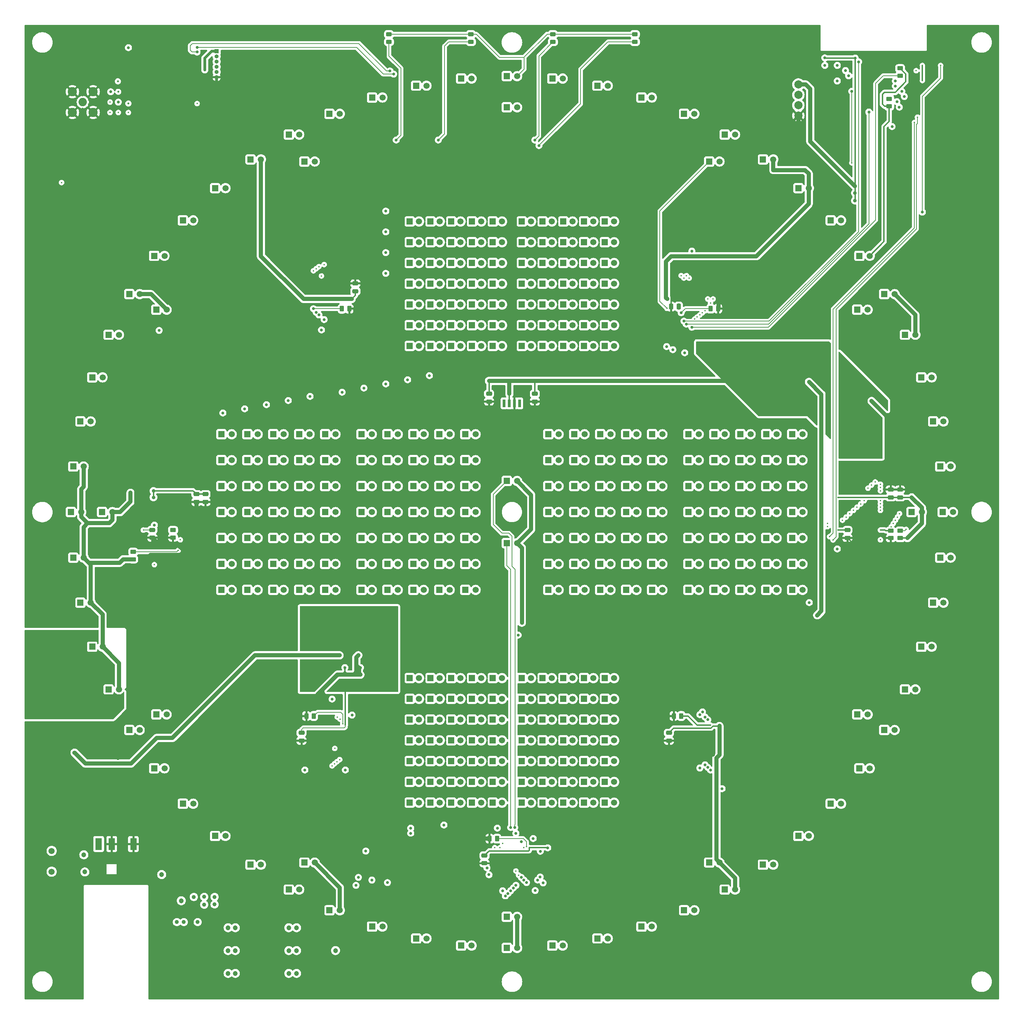
<source format=gbr>
%TF.GenerationSoftware,KiCad,Pcbnew,8.0.3*%
%TF.CreationDate,2024-06-09T22:24:32+02:00*%
%TF.ProjectId,broadcast_clock,62726f61-6463-4617-9374-5f636c6f636b,rev?*%
%TF.SameCoordinates,Original*%
%TF.FileFunction,Copper,L1,Top*%
%TF.FilePolarity,Positive*%
%FSLAX46Y46*%
G04 Gerber Fmt 4.6, Leading zero omitted, Abs format (unit mm)*
G04 Created by KiCad (PCBNEW 8.0.3) date 2024-06-09 22:24:32*
%MOMM*%
%LPD*%
G01*
G04 APERTURE LIST*
G04 Aperture macros list*
%AMRoundRect*
0 Rectangle with rounded corners*
0 $1 Rounding radius*
0 $2 $3 $4 $5 $6 $7 $8 $9 X,Y pos of 4 corners*
0 Add a 4 corners polygon primitive as box body*
4,1,4,$2,$3,$4,$5,$6,$7,$8,$9,$2,$3,0*
0 Add four circle primitives for the rounded corners*
1,1,$1+$1,$2,$3*
1,1,$1+$1,$4,$5*
1,1,$1+$1,$6,$7*
1,1,$1+$1,$8,$9*
0 Add four rect primitives between the rounded corners*
20,1,$1+$1,$2,$3,$4,$5,0*
20,1,$1+$1,$4,$5,$6,$7,0*
20,1,$1+$1,$6,$7,$8,$9,0*
20,1,$1+$1,$8,$9,$2,$3,0*%
G04 Aperture macros list end*
%TA.AperFunction,ComponentPad*%
%ADD10R,1.500000X1.500000*%
%TD*%
%TA.AperFunction,ComponentPad*%
%ADD11C,1.500000*%
%TD*%
%TA.AperFunction,ComponentPad*%
%ADD12R,1.600000X2.900000*%
%TD*%
%TA.AperFunction,SMDPad,CuDef*%
%ADD13RoundRect,0.250000X0.450000X-0.262500X0.450000X0.262500X-0.450000X0.262500X-0.450000X-0.262500X0*%
%TD*%
%TA.AperFunction,SMDPad,CuDef*%
%ADD14RoundRect,0.250000X-0.475000X0.250000X-0.475000X-0.250000X0.475000X-0.250000X0.475000X0.250000X0*%
%TD*%
%TA.AperFunction,SMDPad,CuDef*%
%ADD15RoundRect,0.250000X-0.450000X0.262500X-0.450000X-0.262500X0.450000X-0.262500X0.450000X0.262500X0*%
%TD*%
%TA.AperFunction,SMDPad,CuDef*%
%ADD16RoundRect,0.250000X0.262500X0.450000X-0.262500X0.450000X-0.262500X-0.450000X0.262500X-0.450000X0*%
%TD*%
%TA.AperFunction,SMDPad,CuDef*%
%ADD17RoundRect,0.243750X0.456250X-0.243750X0.456250X0.243750X-0.456250X0.243750X-0.456250X-0.243750X0*%
%TD*%
%TA.AperFunction,SMDPad,CuDef*%
%ADD18RoundRect,0.250000X0.250000X0.475000X-0.250000X0.475000X-0.250000X-0.475000X0.250000X-0.475000X0*%
%TD*%
%TA.AperFunction,SMDPad,CuDef*%
%ADD19RoundRect,0.250000X0.475000X-0.250000X0.475000X0.250000X-0.475000X0.250000X-0.475000X-0.250000X0*%
%TD*%
%TA.AperFunction,SMDPad,CuDef*%
%ADD20RoundRect,0.250000X-0.262500X-0.450000X0.262500X-0.450000X0.262500X0.450000X-0.262500X0.450000X0*%
%TD*%
%TA.AperFunction,SMDPad,CuDef*%
%ADD21R,0.700000X1.900000*%
%TD*%
%TA.AperFunction,ComponentPad*%
%ADD22C,2.050000*%
%TD*%
%TA.AperFunction,ComponentPad*%
%ADD23C,2.250000*%
%TD*%
%TA.AperFunction,ComponentPad*%
%ADD24R,1.000000X1.000000*%
%TD*%
%TA.AperFunction,ComponentPad*%
%ADD25O,1.000000X1.000000*%
%TD*%
%TA.AperFunction,ComponentPad*%
%ADD26C,2.000000*%
%TD*%
%TA.AperFunction,ViaPad*%
%ADD27C,0.350000*%
%TD*%
%TA.AperFunction,ViaPad*%
%ADD28C,0.700000*%
%TD*%
%TA.AperFunction,ViaPad*%
%ADD29C,1.200000*%
%TD*%
%TA.AperFunction,ViaPad*%
%ADD30C,0.900000*%
%TD*%
%TA.AperFunction,ViaPad*%
%ADD31C,1.000000*%
%TD*%
%TA.AperFunction,ViaPad*%
%ADD32C,0.500000*%
%TD*%
%TA.AperFunction,Conductor*%
%ADD33C,1.000000*%
%TD*%
%TA.AperFunction,Conductor*%
%ADD34C,0.300000*%
%TD*%
%TA.AperFunction,Conductor*%
%ADD35C,0.700000*%
%TD*%
%TA.AperFunction,Conductor*%
%ADD36C,0.150000*%
%TD*%
G04 APERTURE END LIST*
D10*
%TO.P,D225,1,K*%
%TO.N,/Clock face/LED display/LED matrices/U2D0D1R6*%
X125476000Y-211455000D03*
D11*
%TO.P,D225,2,A*%
%TO.N,/Clock face/LED display/LED matrices/U2D0D2C2*%
X127762000Y-211455000D03*
%TD*%
D10*
%TO.P,D254,1,K*%
%TO.N,/Clock face/LED display/LED matrices/U2D0D1R7*%
X147828000Y-216535000D03*
D11*
%TO.P,D254,2,A*%
%TO.N,/Clock face/LED display/LED matrices/U2D1D3C1*%
X150114000Y-216535000D03*
%TD*%
D10*
%TO.P,D238,1,K*%
%TO.N,/Clock face/LED display/LED matrices/U2D0D1R5*%
X135636000Y-206375000D03*
D11*
%TO.P,D238,2,A*%
%TO.N,/Clock face/LED display/LED matrices/U2D0D2C4*%
X137922000Y-206375000D03*
%TD*%
D10*
%TO.P,D340,1,K*%
%TO.N,/Clock face/LED display/LED matrices/U2D2D3R2*%
X163068000Y-79375000D03*
D11*
%TO.P,D340,2,A*%
%TO.N,/Clock face/LED display/LED matrices/U2D1D3C4*%
X165354000Y-79375000D03*
%TD*%
D10*
%TO.P,D293,1,K*%
%TO.N,/Clock face/LED display/LED matrices/U2D2D3R4*%
X125476000Y-89535000D03*
D11*
%TO.P,D293,2,A*%
%TO.N,/Clock face/LED display/LED matrices/U2D0D2C2*%
X127762000Y-89535000D03*
%TD*%
D10*
%TO.P,D327,1,K*%
%TO.N,/Clock face/LED display/LED matrices/U2D2D3R3*%
X152908000Y-84455000D03*
D11*
%TO.P,D327,2,A*%
%TO.N,/Clock face/LED display/LED matrices/U2D1D3C2*%
X155194000Y-84455000D03*
%TD*%
D10*
%TO.P,D309,1,K*%
%TO.N,/Clock face/LED display/LED matrices/U2D2D3R6*%
X135636000Y-99695000D03*
D11*
%TO.P,D309,2,A*%
%TO.N,/Clock face/LED display/LED matrices/U2D0D2C4*%
X137922000Y-99695000D03*
%TD*%
D10*
%TO.P,D303,1,K*%
%TO.N,/Clock face/LED display/LED matrices/U2D2D3R7*%
X130556000Y-104775000D03*
D11*
%TO.P,D303,2,A*%
%TO.N,/Clock face/LED display/LED matrices/U2D0D2C3*%
X132842000Y-104775000D03*
%TD*%
D10*
%TO.P,D283,1,K*%
%TO.N,/Clock face/LED display/LED matrices/U2D2D3R1*%
X120396000Y-74295000D03*
D11*
%TO.P,D283,2,A*%
%TO.N,/Clock face/LED display/LED matrices/U2D0D2C1*%
X122682000Y-74295000D03*
%TD*%
D10*
%TO.P,D219,1,K*%
%TO.N,/Clock face/LED display/LED matrices/U2D0D1R7*%
X120396000Y-216535000D03*
D11*
%TO.P,D219,2,A*%
%TO.N,/Clock face/LED display/LED matrices/U2D0D2C1*%
X122682000Y-216535000D03*
%TD*%
D10*
%TO.P,D291,1,K*%
%TO.N,/Clock face/LED display/LED matrices/U2D2D3R2*%
X125476000Y-79375000D03*
D11*
%TO.P,D291,2,A*%
%TO.N,/Clock face/LED display/LED matrices/U2D0D2C2*%
X127762000Y-79375000D03*
%TD*%
D10*
%TO.P,D265,1,K*%
%TO.N,/Clock face/LED display/LED matrices/U2D0D1R4*%
X157988000Y-201295000D03*
D11*
%TO.P,D265,2,A*%
%TO.N,/Clock face/LED display/LED matrices/U2D1D3C3*%
X160274000Y-201295000D03*
%TD*%
D10*
%TO.P,D324,1,K*%
%TO.N,/Clock face/LED display/LED matrices/U2D2D3R7*%
X147828000Y-104775000D03*
D11*
%TO.P,D324,2,A*%
%TO.N,/Clock face/LED display/LED matrices/U2D1D3C1*%
X150114000Y-104775000D03*
%TD*%
D10*
%TO.P,D276,1,K*%
%TO.N,/Clock face/LED display/LED matrices/U2D0D1R1*%
X168148000Y-186055000D03*
D11*
%TO.P,D276,2,A*%
%TO.N,/Clock face/LED display/LED matrices/U2D1D3C5*%
X170434000Y-186055000D03*
%TD*%
D10*
%TO.P,D278,1,K*%
%TO.N,/Clock face/LED display/LED matrices/U2D0D1R3*%
X168148000Y-196215000D03*
D11*
%TO.P,D278,2,A*%
%TO.N,/Clock face/LED display/LED matrices/U2D1D3C5*%
X170434000Y-196215000D03*
%TD*%
D10*
%TO.P,D284,1,K*%
%TO.N,/Clock face/LED display/LED matrices/U2D2D3R2*%
X120396000Y-79375000D03*
D11*
%TO.P,D284,2,A*%
%TO.N,/Clock face/LED display/LED matrices/U2D0D2C1*%
X122682000Y-79375000D03*
%TD*%
D10*
%TO.P,D286,1,K*%
%TO.N,/Clock face/LED display/LED matrices/U2D2D3R4*%
X120396000Y-89535000D03*
D11*
%TO.P,D286,2,A*%
%TO.N,/Clock face/LED display/LED matrices/U2D0D2C1*%
X122682000Y-89535000D03*
%TD*%
D10*
%TO.P,D318,1,K*%
%TO.N,/Clock face/LED display/LED matrices/U2D2D3R1*%
X147828000Y-74295000D03*
D11*
%TO.P,D318,2,A*%
%TO.N,/Clock face/LED display/LED matrices/U2D1D3C1*%
X150114000Y-74295000D03*
%TD*%
D10*
%TO.P,D333,1,K*%
%TO.N,/Clock face/LED display/LED matrices/U2D2D3R2*%
X157988000Y-79375000D03*
D11*
%TO.P,D333,2,A*%
%TO.N,/Clock face/LED display/LED matrices/U2D1D3C3*%
X160274000Y-79375000D03*
%TD*%
D10*
%TO.P,D313,1,K*%
%TO.N,/Clock face/LED display/LED matrices/U2D2D3R3*%
X140716000Y-84455000D03*
D11*
%TO.P,D313,2,A*%
%TO.N,/Clock face/LED display/LED matrices/U2D0D2C5*%
X143002000Y-84455000D03*
%TD*%
D10*
%TO.P,D215,1,K*%
%TO.N,/Clock face/LED display/LED matrices/U2D0D1R3*%
X120396000Y-196215000D03*
D11*
%TO.P,D215,2,A*%
%TO.N,/Clock face/LED display/LED matrices/U2D0D2C1*%
X122682000Y-196215000D03*
%TD*%
D10*
%TO.P,D348,1,K*%
%TO.N,/Clock face/LED display/LED matrices/U2D2D3R3*%
X168148000Y-84455000D03*
D11*
%TO.P,D348,2,A*%
%TO.N,/Clock face/LED display/LED matrices/U2D1D3C5*%
X170434000Y-84455000D03*
%TD*%
D10*
%TO.P,D345,1,K*%
%TO.N,/Clock face/LED display/LED matrices/U2D2D3R7*%
X163068000Y-104775000D03*
D11*
%TO.P,D345,2,A*%
%TO.N,/Clock face/LED display/LED matrices/U2D1D3C4*%
X165354000Y-104775000D03*
%TD*%
D10*
%TO.P,D239,1,K*%
%TO.N,/Clock face/LED display/LED matrices/U2D0D1R6*%
X135636000Y-211455000D03*
D11*
%TO.P,D239,2,A*%
%TO.N,/Clock face/LED display/LED matrices/U2D0D2C4*%
X137922000Y-211455000D03*
%TD*%
D10*
%TO.P,D305,1,K*%
%TO.N,/Clock face/LED display/LED matrices/U2D2D3R2*%
X135636000Y-79375000D03*
D11*
%TO.P,D305,2,A*%
%TO.N,/Clock face/LED display/LED matrices/U2D0D2C4*%
X137922000Y-79375000D03*
%TD*%
D10*
%TO.P,D227,1,K*%
%TO.N,/Clock face/LED display/LED matrices/U2D0D1R1*%
X130556000Y-186055000D03*
D11*
%TO.P,D227,2,A*%
%TO.N,/Clock face/LED display/LED matrices/U2D0D2C3*%
X132842000Y-186055000D03*
%TD*%
D10*
%TO.P,D263,1,K*%
%TO.N,/Clock face/LED display/LED matrices/U2D0D1R2*%
X157988000Y-191135000D03*
D11*
%TO.P,D263,2,A*%
%TO.N,/Clock face/LED display/LED matrices/U2D1D3C3*%
X160274000Y-191135000D03*
%TD*%
D10*
%TO.P,D338,1,K*%
%TO.N,/Clock face/LED display/LED matrices/U2D2D3R7*%
X157988000Y-104775000D03*
D11*
%TO.P,D338,2,A*%
%TO.N,/Clock face/LED display/LED matrices/U2D1D3C3*%
X160274000Y-104775000D03*
%TD*%
D10*
%TO.P,D214,1,K*%
%TO.N,/Clock face/LED display/LED matrices/U2D0D1R2*%
X120396000Y-191135000D03*
D11*
%TO.P,D214,2,A*%
%TO.N,/Clock face/LED display/LED matrices/U2D0D2C1*%
X122682000Y-191135000D03*
%TD*%
D10*
%TO.P,D343,1,K*%
%TO.N,/Clock face/LED display/LED matrices/U2D2D3R5*%
X163068000Y-94615000D03*
D11*
%TO.P,D343,2,A*%
%TO.N,/Clock face/LED display/LED matrices/U2D1D3C4*%
X165354000Y-94615000D03*
%TD*%
D10*
%TO.P,D231,1,K*%
%TO.N,/Clock face/LED display/LED matrices/U2D0D1R5*%
X130556000Y-206375000D03*
D11*
%TO.P,D231,2,A*%
%TO.N,/Clock face/LED display/LED matrices/U2D0D2C3*%
X132842000Y-206375000D03*
%TD*%
D10*
%TO.P,D268,1,K*%
%TO.N,/Clock face/LED display/LED matrices/U2D0D1R7*%
X157988000Y-216535000D03*
D11*
%TO.P,D268,2,A*%
%TO.N,/Clock face/LED display/LED matrices/U2D1D3C3*%
X160274000Y-216535000D03*
%TD*%
D10*
%TO.P,D255,1,K*%
%TO.N,/Clock face/LED display/LED matrices/U2D0D1R1*%
X152908000Y-186055000D03*
D11*
%TO.P,D255,2,A*%
%TO.N,/Clock face/LED display/LED matrices/U2D1D3C2*%
X155194000Y-186055000D03*
%TD*%
D10*
%TO.P,D256,1,K*%
%TO.N,/Clock face/LED display/LED matrices/U2D0D1R2*%
X152908000Y-191135000D03*
D11*
%TO.P,D256,2,A*%
%TO.N,/Clock face/LED display/LED matrices/U2D1D3C2*%
X155194000Y-191135000D03*
%TD*%
D10*
%TO.P,D281,1,K*%
%TO.N,/Clock face/LED display/LED matrices/U2D0D1R6*%
X168148000Y-211455000D03*
D11*
%TO.P,D281,2,A*%
%TO.N,/Clock face/LED display/LED matrices/U2D1D3C5*%
X170434000Y-211455000D03*
%TD*%
D10*
%TO.P,D274,1,K*%
%TO.N,/Clock face/LED display/LED matrices/U2D0D1R6*%
X163068000Y-211455000D03*
D11*
%TO.P,D274,2,A*%
%TO.N,/Clock face/LED display/LED matrices/U2D1D3C4*%
X165354000Y-211455000D03*
%TD*%
D10*
%TO.P,D326,1,K*%
%TO.N,/Clock face/LED display/LED matrices/U2D2D3R2*%
X152908000Y-79375000D03*
D11*
%TO.P,D326,2,A*%
%TO.N,/Clock face/LED display/LED matrices/U2D1D3C2*%
X155194000Y-79375000D03*
%TD*%
D10*
%TO.P,D213,1,K*%
%TO.N,/Clock face/LED display/LED matrices/U2D0D1R1*%
X120396000Y-186055000D03*
D11*
%TO.P,D213,2,A*%
%TO.N,/Clock face/LED display/LED matrices/U2D0D2C1*%
X122682000Y-186055000D03*
%TD*%
D10*
%TO.P,D351,1,K*%
%TO.N,/Clock face/LED display/LED matrices/U2D2D3R6*%
X168148000Y-99695000D03*
D11*
%TO.P,D351,2,A*%
%TO.N,/Clock face/LED display/LED matrices/U2D1D3C5*%
X170434000Y-99695000D03*
%TD*%
D10*
%TO.P,D308,1,K*%
%TO.N,/Clock face/LED display/LED matrices/U2D2D3R5*%
X135636000Y-94615000D03*
D11*
%TO.P,D308,2,A*%
%TO.N,/Clock face/LED display/LED matrices/U2D0D2C4*%
X137922000Y-94615000D03*
%TD*%
D10*
%TO.P,D258,1,K*%
%TO.N,/Clock face/LED display/LED matrices/U2D0D1R4*%
X152908000Y-201295000D03*
D11*
%TO.P,D258,2,A*%
%TO.N,/Clock face/LED display/LED matrices/U2D1D3C2*%
X155194000Y-201295000D03*
%TD*%
D10*
%TO.P,D311,1,K*%
%TO.N,/Clock face/LED display/LED matrices/U2D2D3R1*%
X140716000Y-74295000D03*
D11*
%TO.P,D311,2,A*%
%TO.N,/Clock face/LED display/LED matrices/U2D0D2C5*%
X143002000Y-74295000D03*
%TD*%
D10*
%TO.P,D297,1,K*%
%TO.N,/Clock face/LED display/LED matrices/U2D2D3R1*%
X130556000Y-74295000D03*
D11*
%TO.P,D297,2,A*%
%TO.N,/Clock face/LED display/LED matrices/U2D0D2C3*%
X132842000Y-74295000D03*
%TD*%
D10*
%TO.P,D317,1,K*%
%TO.N,/Clock face/LED display/LED matrices/U2D2D3R7*%
X140716000Y-104775000D03*
D11*
%TO.P,D317,2,A*%
%TO.N,/Clock face/LED display/LED matrices/U2D0D2C5*%
X143002000Y-104775000D03*
%TD*%
D10*
%TO.P,D289,1,K*%
%TO.N,/Clock face/LED display/LED matrices/U2D2D3R7*%
X120396000Y-104775000D03*
D11*
%TO.P,D289,2,A*%
%TO.N,/Clock face/LED display/LED matrices/U2D0D2C1*%
X122682000Y-104775000D03*
%TD*%
D10*
%TO.P,D298,1,K*%
%TO.N,/Clock face/LED display/LED matrices/U2D2D3R2*%
X130556000Y-79375000D03*
D11*
%TO.P,D298,2,A*%
%TO.N,/Clock face/LED display/LED matrices/U2D0D2C3*%
X132842000Y-79375000D03*
%TD*%
D10*
%TO.P,D229,1,K*%
%TO.N,/Clock face/LED display/LED matrices/U2D0D1R3*%
X130556000Y-196215000D03*
D11*
%TO.P,D229,2,A*%
%TO.N,/Clock face/LED display/LED matrices/U2D0D2C3*%
X132842000Y-196215000D03*
%TD*%
D10*
%TO.P,D287,1,K*%
%TO.N,/Clock face/LED display/LED matrices/U2D2D3R5*%
X120396000Y-94615000D03*
D11*
%TO.P,D287,2,A*%
%TO.N,/Clock face/LED display/LED matrices/U2D0D2C1*%
X122682000Y-94615000D03*
%TD*%
D10*
%TO.P,D218,1,K*%
%TO.N,/Clock face/LED display/LED matrices/U2D0D1R6*%
X120396000Y-211455000D03*
D11*
%TO.P,D218,2,A*%
%TO.N,/Clock face/LED display/LED matrices/U2D0D2C1*%
X122682000Y-211455000D03*
%TD*%
D10*
%TO.P,D349,1,K*%
%TO.N,/Clock face/LED display/LED matrices/U2D2D3R4*%
X168148000Y-89535000D03*
D11*
%TO.P,D349,2,A*%
%TO.N,/Clock face/LED display/LED matrices/U2D1D3C5*%
X170434000Y-89535000D03*
%TD*%
D10*
%TO.P,D285,1,K*%
%TO.N,/Clock face/LED display/LED matrices/U2D2D3R3*%
X120396000Y-84455000D03*
D11*
%TO.P,D285,2,A*%
%TO.N,/Clock face/LED display/LED matrices/U2D0D2C1*%
X122682000Y-84455000D03*
%TD*%
D10*
%TO.P,D315,1,K*%
%TO.N,/Clock face/LED display/LED matrices/U2D2D3R5*%
X140716000Y-94615000D03*
D11*
%TO.P,D315,2,A*%
%TO.N,/Clock face/LED display/LED matrices/U2D0D2C5*%
X143002000Y-94615000D03*
%TD*%
D10*
%TO.P,D299,1,K*%
%TO.N,/Clock face/LED display/LED matrices/U2D2D3R3*%
X130556000Y-84455000D03*
D11*
%TO.P,D299,2,A*%
%TO.N,/Clock face/LED display/LED matrices/U2D0D2C3*%
X132842000Y-84455000D03*
%TD*%
D10*
%TO.P,D250,1,K*%
%TO.N,/Clock face/LED display/LED matrices/U2D0D1R3*%
X147828000Y-196215000D03*
D11*
%TO.P,D250,2,A*%
%TO.N,/Clock face/LED display/LED matrices/U2D1D3C1*%
X150114000Y-196215000D03*
%TD*%
D10*
%TO.P,D339,1,K*%
%TO.N,/Clock face/LED display/LED matrices/U2D2D3R1*%
X163068000Y-74295000D03*
D11*
%TO.P,D339,2,A*%
%TO.N,/Clock face/LED display/LED matrices/U2D1D3C4*%
X165354000Y-74295000D03*
%TD*%
D10*
%TO.P,D331,1,K*%
%TO.N,/Clock face/LED display/LED matrices/U2D2D3R7*%
X152908000Y-104775000D03*
D11*
%TO.P,D331,2,A*%
%TO.N,/Clock face/LED display/LED matrices/U2D1D3C2*%
X155194000Y-104775000D03*
%TD*%
D10*
%TO.P,D236,1,K*%
%TO.N,/Clock face/LED display/LED matrices/U2D0D1R3*%
X135636000Y-196215000D03*
D11*
%TO.P,D236,2,A*%
%TO.N,/Clock face/LED display/LED matrices/U2D0D2C4*%
X137922000Y-196215000D03*
%TD*%
D10*
%TO.P,D245,1,K*%
%TO.N,/Clock face/LED display/LED matrices/U2D0D1R5*%
X140716000Y-206375000D03*
D11*
%TO.P,D245,2,A*%
%TO.N,/Clock face/LED display/LED matrices/U2D0D2C5*%
X143002000Y-206375000D03*
%TD*%
D10*
%TO.P,D282,1,K*%
%TO.N,/Clock face/LED display/LED matrices/U2D0D1R7*%
X168148000Y-216535000D03*
D11*
%TO.P,D282,2,A*%
%TO.N,/Clock face/LED display/LED matrices/U2D1D3C5*%
X170434000Y-216535000D03*
%TD*%
D10*
%TO.P,D240,1,K*%
%TO.N,/Clock face/LED display/LED matrices/U2D0D1R7*%
X135636000Y-216535000D03*
D11*
%TO.P,D240,2,A*%
%TO.N,/Clock face/LED display/LED matrices/U2D0D2C4*%
X137922000Y-216535000D03*
%TD*%
D10*
%TO.P,D248,1,K*%
%TO.N,/Clock face/LED display/LED matrices/U2D0D1R1*%
X147828000Y-186055000D03*
D11*
%TO.P,D248,2,A*%
%TO.N,/Clock face/LED display/LED matrices/U2D1D3C1*%
X150114000Y-186055000D03*
%TD*%
D10*
%TO.P,D226,1,K*%
%TO.N,/Clock face/LED display/LED matrices/U2D0D1R7*%
X125476000Y-216535000D03*
D11*
%TO.P,D226,2,A*%
%TO.N,/Clock face/LED display/LED matrices/U2D0D2C2*%
X127762000Y-216535000D03*
%TD*%
D10*
%TO.P,D271,1,K*%
%TO.N,/Clock face/LED display/LED matrices/U2D0D1R3*%
X163068000Y-196215000D03*
D11*
%TO.P,D271,2,A*%
%TO.N,/Clock face/LED display/LED matrices/U2D1D3C4*%
X165354000Y-196215000D03*
%TD*%
D10*
%TO.P,D337,1,K*%
%TO.N,/Clock face/LED display/LED matrices/U2D2D3R6*%
X157988000Y-99695000D03*
D11*
%TO.P,D337,2,A*%
%TO.N,/Clock face/LED display/LED matrices/U2D1D3C3*%
X160274000Y-99695000D03*
%TD*%
D10*
%TO.P,D322,1,K*%
%TO.N,/Clock face/LED display/LED matrices/U2D2D3R5*%
X147828000Y-94615000D03*
D11*
%TO.P,D322,2,A*%
%TO.N,/Clock face/LED display/LED matrices/U2D1D3C1*%
X150114000Y-94615000D03*
%TD*%
D10*
%TO.P,D335,1,K*%
%TO.N,/Clock face/LED display/LED matrices/U2D2D3R4*%
X157988000Y-89535000D03*
D11*
%TO.P,D335,2,A*%
%TO.N,/Clock face/LED display/LED matrices/U2D1D3C3*%
X160274000Y-89535000D03*
%TD*%
D10*
%TO.P,D230,1,K*%
%TO.N,/Clock face/LED display/LED matrices/U2D0D1R4*%
X130556000Y-201295000D03*
D11*
%TO.P,D230,2,A*%
%TO.N,/Clock face/LED display/LED matrices/U2D0D2C3*%
X132842000Y-201295000D03*
%TD*%
D10*
%TO.P,D290,1,K*%
%TO.N,/Clock face/LED display/LED matrices/U2D2D3R1*%
X125476000Y-74295000D03*
D11*
%TO.P,D290,2,A*%
%TO.N,/Clock face/LED display/LED matrices/U2D0D2C2*%
X127762000Y-74295000D03*
%TD*%
D10*
%TO.P,D217,1,K*%
%TO.N,/Clock face/LED display/LED matrices/U2D0D1R5*%
X120396000Y-206375000D03*
D11*
%TO.P,D217,2,A*%
%TO.N,/Clock face/LED display/LED matrices/U2D0D2C1*%
X122682000Y-206375000D03*
%TD*%
D10*
%TO.P,D232,1,K*%
%TO.N,/Clock face/LED display/LED matrices/U2D0D1R6*%
X130556000Y-211455000D03*
D11*
%TO.P,D232,2,A*%
%TO.N,/Clock face/LED display/LED matrices/U2D0D2C3*%
X132842000Y-211455000D03*
%TD*%
D10*
%TO.P,D275,1,K*%
%TO.N,/Clock face/LED display/LED matrices/U2D0D1R7*%
X163068000Y-216535000D03*
D11*
%TO.P,D275,2,A*%
%TO.N,/Clock face/LED display/LED matrices/U2D1D3C4*%
X165354000Y-216535000D03*
%TD*%
D10*
%TO.P,D249,1,K*%
%TO.N,/Clock face/LED display/LED matrices/U2D0D1R2*%
X147828000Y-191135000D03*
D11*
%TO.P,D249,2,A*%
%TO.N,/Clock face/LED display/LED matrices/U2D1D3C1*%
X150114000Y-191135000D03*
%TD*%
D10*
%TO.P,D222,1,K*%
%TO.N,/Clock face/LED display/LED matrices/U2D0D1R3*%
X125476000Y-196215000D03*
D11*
%TO.P,D222,2,A*%
%TO.N,/Clock face/LED display/LED matrices/U2D0D2C2*%
X127762000Y-196215000D03*
%TD*%
D10*
%TO.P,D264,1,K*%
%TO.N,/Clock face/LED display/LED matrices/U2D0D1R3*%
X157988000Y-196215000D03*
D11*
%TO.P,D264,2,A*%
%TO.N,/Clock face/LED display/LED matrices/U2D1D3C3*%
X160274000Y-196215000D03*
%TD*%
D10*
%TO.P,D269,1,K*%
%TO.N,/Clock face/LED display/LED matrices/U2D0D1R1*%
X163068000Y-186055000D03*
D11*
%TO.P,D269,2,A*%
%TO.N,/Clock face/LED display/LED matrices/U2D1D3C4*%
X165354000Y-186055000D03*
%TD*%
D10*
%TO.P,D300,1,K*%
%TO.N,/Clock face/LED display/LED matrices/U2D2D3R4*%
X130556000Y-89535000D03*
D11*
%TO.P,D300,2,A*%
%TO.N,/Clock face/LED display/LED matrices/U2D0D2C3*%
X132842000Y-89535000D03*
%TD*%
D10*
%TO.P,D252,1,K*%
%TO.N,/Clock face/LED display/LED matrices/U2D0D1R5*%
X147828000Y-206375000D03*
D11*
%TO.P,D252,2,A*%
%TO.N,/Clock face/LED display/LED matrices/U2D1D3C1*%
X150114000Y-206375000D03*
%TD*%
D10*
%TO.P,D253,1,K*%
%TO.N,/Clock face/LED display/LED matrices/U2D0D1R6*%
X147828000Y-211455000D03*
D11*
%TO.P,D253,2,A*%
%TO.N,/Clock face/LED display/LED matrices/U2D1D3C1*%
X150114000Y-211455000D03*
%TD*%
D10*
%TO.P,D224,1,K*%
%TO.N,/Clock face/LED display/LED matrices/U2D0D1R5*%
X125476000Y-206375000D03*
D11*
%TO.P,D224,2,A*%
%TO.N,/Clock face/LED display/LED matrices/U2D0D2C2*%
X127762000Y-206375000D03*
%TD*%
D10*
%TO.P,D234,1,K*%
%TO.N,/Clock face/LED display/LED matrices/U2D0D1R1*%
X135636000Y-186055000D03*
D11*
%TO.P,D234,2,A*%
%TO.N,/Clock face/LED display/LED matrices/U2D0D2C4*%
X137922000Y-186055000D03*
%TD*%
D10*
%TO.P,D247,1,K*%
%TO.N,/Clock face/LED display/LED matrices/U2D0D1R7*%
X140716000Y-216535000D03*
D11*
%TO.P,D247,2,A*%
%TO.N,/Clock face/LED display/LED matrices/U2D0D2C5*%
X143002000Y-216535000D03*
%TD*%
D10*
%TO.P,D325,1,K*%
%TO.N,/Clock face/LED display/LED matrices/U2D2D3R1*%
X152908000Y-74295000D03*
D11*
%TO.P,D325,2,A*%
%TO.N,/Clock face/LED display/LED matrices/U2D1D3C2*%
X155194000Y-74295000D03*
%TD*%
D10*
%TO.P,D288,1,K*%
%TO.N,/Clock face/LED display/LED matrices/U2D2D3R6*%
X120396000Y-99695000D03*
D11*
%TO.P,D288,2,A*%
%TO.N,/Clock face/LED display/LED matrices/U2D0D2C1*%
X122682000Y-99695000D03*
%TD*%
D10*
%TO.P,D228,1,K*%
%TO.N,/Clock face/LED display/LED matrices/U2D0D1R2*%
X130556000Y-191135000D03*
D11*
%TO.P,D228,2,A*%
%TO.N,/Clock face/LED display/LED matrices/U2D0D2C3*%
X132842000Y-191135000D03*
%TD*%
D10*
%TO.P,D350,1,K*%
%TO.N,/Clock face/LED display/LED matrices/U2D2D3R5*%
X168148000Y-94615000D03*
D11*
%TO.P,D350,2,A*%
%TO.N,/Clock face/LED display/LED matrices/U2D1D3C5*%
X170434000Y-94615000D03*
%TD*%
D10*
%TO.P,D334,1,K*%
%TO.N,/Clock face/LED display/LED matrices/U2D2D3R3*%
X157988000Y-84455000D03*
D11*
%TO.P,D334,2,A*%
%TO.N,/Clock face/LED display/LED matrices/U2D1D3C3*%
X160274000Y-84455000D03*
%TD*%
D10*
%TO.P,D320,1,K*%
%TO.N,/Clock face/LED display/LED matrices/U2D2D3R3*%
X147828000Y-84455000D03*
D11*
%TO.P,D320,2,A*%
%TO.N,/Clock face/LED display/LED matrices/U2D1D3C1*%
X150114000Y-84455000D03*
%TD*%
D10*
%TO.P,D259,1,K*%
%TO.N,/Clock face/LED display/LED matrices/U2D0D1R5*%
X152908000Y-206375000D03*
D11*
%TO.P,D259,2,A*%
%TO.N,/Clock face/LED display/LED matrices/U2D1D3C2*%
X155194000Y-206375000D03*
%TD*%
D10*
%TO.P,D292,1,K*%
%TO.N,/Clock face/LED display/LED matrices/U2D2D3R3*%
X125476000Y-84455000D03*
D11*
%TO.P,D292,2,A*%
%TO.N,/Clock face/LED display/LED matrices/U2D0D2C2*%
X127762000Y-84455000D03*
%TD*%
D10*
%TO.P,D216,1,K*%
%TO.N,/Clock face/LED display/LED matrices/U2D0D1R4*%
X120396000Y-201295000D03*
D11*
%TO.P,D216,2,A*%
%TO.N,/Clock face/LED display/LED matrices/U2D0D2C1*%
X122682000Y-201295000D03*
%TD*%
D10*
%TO.P,D267,1,K*%
%TO.N,/Clock face/LED display/LED matrices/U2D0D1R6*%
X157988000Y-211455000D03*
D11*
%TO.P,D267,2,A*%
%TO.N,/Clock face/LED display/LED matrices/U2D1D3C3*%
X160274000Y-211455000D03*
%TD*%
D10*
%TO.P,D220,1,K*%
%TO.N,/Clock face/LED display/LED matrices/U2D0D1R1*%
X125476000Y-186055000D03*
D11*
%TO.P,D220,2,A*%
%TO.N,/Clock face/LED display/LED matrices/U2D0D2C2*%
X127762000Y-186055000D03*
%TD*%
D10*
%TO.P,D301,1,K*%
%TO.N,/Clock face/LED display/LED matrices/U2D2D3R5*%
X130556000Y-94615000D03*
D11*
%TO.P,D301,2,A*%
%TO.N,/Clock face/LED display/LED matrices/U2D0D2C3*%
X132842000Y-94615000D03*
%TD*%
D10*
%TO.P,D304,1,K*%
%TO.N,/Clock face/LED display/LED matrices/U2D2D3R1*%
X135636000Y-74295000D03*
D11*
%TO.P,D304,2,A*%
%TO.N,/Clock face/LED display/LED matrices/U2D0D2C4*%
X137922000Y-74295000D03*
%TD*%
D10*
%TO.P,D347,1,K*%
%TO.N,/Clock face/LED display/LED matrices/U2D2D3R2*%
X168148000Y-79375000D03*
D11*
%TO.P,D347,2,A*%
%TO.N,/Clock face/LED display/LED matrices/U2D1D3C5*%
X170434000Y-79375000D03*
%TD*%
D10*
%TO.P,D233,1,K*%
%TO.N,/Clock face/LED display/LED matrices/U2D0D1R7*%
X130556000Y-216535000D03*
D11*
%TO.P,D233,2,A*%
%TO.N,/Clock face/LED display/LED matrices/U2D0D2C3*%
X132842000Y-216535000D03*
%TD*%
D10*
%TO.P,D223,1,K*%
%TO.N,/Clock face/LED display/LED matrices/U2D0D1R4*%
X125476000Y-201295000D03*
D11*
%TO.P,D223,2,A*%
%TO.N,/Clock face/LED display/LED matrices/U2D0D2C2*%
X127762000Y-201295000D03*
%TD*%
D10*
%TO.P,D296,1,K*%
%TO.N,/Clock face/LED display/LED matrices/U2D2D3R7*%
X125476000Y-104775000D03*
D11*
%TO.P,D296,2,A*%
%TO.N,/Clock face/LED display/LED matrices/U2D0D2C2*%
X127762000Y-104775000D03*
%TD*%
D10*
%TO.P,D280,1,K*%
%TO.N,/Clock face/LED display/LED matrices/U2D0D1R5*%
X168148000Y-206375000D03*
D11*
%TO.P,D280,2,A*%
%TO.N,/Clock face/LED display/LED matrices/U2D1D3C5*%
X170434000Y-206375000D03*
%TD*%
D10*
%TO.P,D346,1,K*%
%TO.N,/Clock face/LED display/LED matrices/U2D2D3R1*%
X168148000Y-74295000D03*
D11*
%TO.P,D346,2,A*%
%TO.N,/Clock face/LED display/LED matrices/U2D1D3C5*%
X170434000Y-74295000D03*
%TD*%
D10*
%TO.P,D306,1,K*%
%TO.N,/Clock face/LED display/LED matrices/U2D2D3R3*%
X135636000Y-84455000D03*
D11*
%TO.P,D306,2,A*%
%TO.N,/Clock face/LED display/LED matrices/U2D0D2C4*%
X137922000Y-84455000D03*
%TD*%
D10*
%TO.P,D261,1,K*%
%TO.N,/Clock face/LED display/LED matrices/U2D0D1R7*%
X152908000Y-216535000D03*
D11*
%TO.P,D261,2,A*%
%TO.N,/Clock face/LED display/LED matrices/U2D1D3C2*%
X155194000Y-216535000D03*
%TD*%
D10*
%TO.P,D312,1,K*%
%TO.N,/Clock face/LED display/LED matrices/U2D2D3R2*%
X140716000Y-79375000D03*
D11*
%TO.P,D312,2,A*%
%TO.N,/Clock face/LED display/LED matrices/U2D0D2C5*%
X143002000Y-79375000D03*
%TD*%
D10*
%TO.P,D272,1,K*%
%TO.N,/Clock face/LED display/LED matrices/U2D0D1R4*%
X163068000Y-201295000D03*
D11*
%TO.P,D272,2,A*%
%TO.N,/Clock face/LED display/LED matrices/U2D1D3C4*%
X165354000Y-201295000D03*
%TD*%
D10*
%TO.P,D273,1,K*%
%TO.N,/Clock face/LED display/LED matrices/U2D0D1R5*%
X163068000Y-206375000D03*
D11*
%TO.P,D273,2,A*%
%TO.N,/Clock face/LED display/LED matrices/U2D1D3C4*%
X165354000Y-206375000D03*
%TD*%
D10*
%TO.P,D295,1,K*%
%TO.N,/Clock face/LED display/LED matrices/U2D2D3R6*%
X125476000Y-99695000D03*
D11*
%TO.P,D295,2,A*%
%TO.N,/Clock face/LED display/LED matrices/U2D0D2C2*%
X127762000Y-99695000D03*
%TD*%
D10*
%TO.P,D294,1,K*%
%TO.N,/Clock face/LED display/LED matrices/U2D2D3R5*%
X125476000Y-94615000D03*
D11*
%TO.P,D294,2,A*%
%TO.N,/Clock face/LED display/LED matrices/U2D0D2C2*%
X127762000Y-94615000D03*
%TD*%
D10*
%TO.P,D329,1,K*%
%TO.N,/Clock face/LED display/LED matrices/U2D2D3R5*%
X152908000Y-94615000D03*
D11*
%TO.P,D329,2,A*%
%TO.N,/Clock face/LED display/LED matrices/U2D1D3C2*%
X155194000Y-94615000D03*
%TD*%
D10*
%TO.P,D266,1,K*%
%TO.N,/Clock face/LED display/LED matrices/U2D0D1R5*%
X157988000Y-206375000D03*
D11*
%TO.P,D266,2,A*%
%TO.N,/Clock face/LED display/LED matrices/U2D1D3C3*%
X160274000Y-206375000D03*
%TD*%
D10*
%TO.P,D302,1,K*%
%TO.N,/Clock face/LED display/LED matrices/U2D2D3R6*%
X130556000Y-99695000D03*
D11*
%TO.P,D302,2,A*%
%TO.N,/Clock face/LED display/LED matrices/U2D0D2C3*%
X132842000Y-99695000D03*
%TD*%
D10*
%TO.P,D319,1,K*%
%TO.N,/Clock face/LED display/LED matrices/U2D2D3R2*%
X147828000Y-79375000D03*
D11*
%TO.P,D319,2,A*%
%TO.N,/Clock face/LED display/LED matrices/U2D1D3C1*%
X150114000Y-79375000D03*
%TD*%
D10*
%TO.P,D310,1,K*%
%TO.N,/Clock face/LED display/LED matrices/U2D2D3R7*%
X135636000Y-104775000D03*
D11*
%TO.P,D310,2,A*%
%TO.N,/Clock face/LED display/LED matrices/U2D0D2C4*%
X137922000Y-104775000D03*
%TD*%
D10*
%TO.P,D321,1,K*%
%TO.N,/Clock face/LED display/LED matrices/U2D2D3R4*%
X147828000Y-89535000D03*
D11*
%TO.P,D321,2,A*%
%TO.N,/Clock face/LED display/LED matrices/U2D1D3C1*%
X150114000Y-89535000D03*
%TD*%
D10*
%TO.P,D332,1,K*%
%TO.N,/Clock face/LED display/LED matrices/U2D2D3R1*%
X157988000Y-74295000D03*
D11*
%TO.P,D332,2,A*%
%TO.N,/Clock face/LED display/LED matrices/U2D1D3C3*%
X160274000Y-74295000D03*
%TD*%
D10*
%TO.P,D257,1,K*%
%TO.N,/Clock face/LED display/LED matrices/U2D0D1R3*%
X152908000Y-196215000D03*
D11*
%TO.P,D257,2,A*%
%TO.N,/Clock face/LED display/LED matrices/U2D1D3C2*%
X155194000Y-196215000D03*
%TD*%
D10*
%TO.P,D341,1,K*%
%TO.N,/Clock face/LED display/LED matrices/U2D2D3R3*%
X163068000Y-84455000D03*
D11*
%TO.P,D341,2,A*%
%TO.N,/Clock face/LED display/LED matrices/U2D1D3C4*%
X165354000Y-84455000D03*
%TD*%
D10*
%TO.P,D270,1,K*%
%TO.N,/Clock face/LED display/LED matrices/U2D0D1R2*%
X163068000Y-191135000D03*
D11*
%TO.P,D270,2,A*%
%TO.N,/Clock face/LED display/LED matrices/U2D1D3C4*%
X165354000Y-191135000D03*
%TD*%
D10*
%TO.P,D323,1,K*%
%TO.N,/Clock face/LED display/LED matrices/U2D2D3R6*%
X147828000Y-99695000D03*
D11*
%TO.P,D323,2,A*%
%TO.N,/Clock face/LED display/LED matrices/U2D1D3C1*%
X150114000Y-99695000D03*
%TD*%
D10*
%TO.P,D307,1,K*%
%TO.N,/Clock face/LED display/LED matrices/U2D2D3R4*%
X135636000Y-89535000D03*
D11*
%TO.P,D307,2,A*%
%TO.N,/Clock face/LED display/LED matrices/U2D0D2C4*%
X137922000Y-89535000D03*
%TD*%
D10*
%TO.P,D221,1,K*%
%TO.N,/Clock face/LED display/LED matrices/U2D0D1R2*%
X125476000Y-191135000D03*
D11*
%TO.P,D221,2,A*%
%TO.N,/Clock face/LED display/LED matrices/U2D0D2C2*%
X127762000Y-191135000D03*
%TD*%
D10*
%TO.P,D243,1,K*%
%TO.N,/Clock face/LED display/LED matrices/U2D0D1R3*%
X140716000Y-196215000D03*
D11*
%TO.P,D243,2,A*%
%TO.N,/Clock face/LED display/LED matrices/U2D0D2C5*%
X143002000Y-196215000D03*
%TD*%
D10*
%TO.P,D241,1,K*%
%TO.N,/Clock face/LED display/LED matrices/U2D0D1R1*%
X140716000Y-186055000D03*
D11*
%TO.P,D241,2,A*%
%TO.N,/Clock face/LED display/LED matrices/U2D0D2C5*%
X143002000Y-186055000D03*
%TD*%
D10*
%TO.P,D277,1,K*%
%TO.N,/Clock face/LED display/LED matrices/U2D0D1R2*%
X168148000Y-191135000D03*
D11*
%TO.P,D277,2,A*%
%TO.N,/Clock face/LED display/LED matrices/U2D1D3C5*%
X170434000Y-191135000D03*
%TD*%
D10*
%TO.P,D279,1,K*%
%TO.N,/Clock face/LED display/LED matrices/U2D0D1R4*%
X168148000Y-201295000D03*
D11*
%TO.P,D279,2,A*%
%TO.N,/Clock face/LED display/LED matrices/U2D1D3C5*%
X170434000Y-201295000D03*
%TD*%
D10*
%TO.P,D316,1,K*%
%TO.N,/Clock face/LED display/LED matrices/U2D2D3R6*%
X140716000Y-99695000D03*
D11*
%TO.P,D316,2,A*%
%TO.N,/Clock face/LED display/LED matrices/U2D0D2C5*%
X143002000Y-99695000D03*
%TD*%
D10*
%TO.P,D328,1,K*%
%TO.N,/Clock face/LED display/LED matrices/U2D2D3R4*%
X152908000Y-89535000D03*
D11*
%TO.P,D328,2,A*%
%TO.N,/Clock face/LED display/LED matrices/U2D1D3C2*%
X155194000Y-89535000D03*
%TD*%
D10*
%TO.P,D237,1,K*%
%TO.N,/Clock face/LED display/LED matrices/U2D0D1R4*%
X135636000Y-201295000D03*
D11*
%TO.P,D237,2,A*%
%TO.N,/Clock face/LED display/LED matrices/U2D0D2C4*%
X137922000Y-201295000D03*
%TD*%
D10*
%TO.P,D260,1,K*%
%TO.N,/Clock face/LED display/LED matrices/U2D0D1R6*%
X152908000Y-211455000D03*
D11*
%TO.P,D260,2,A*%
%TO.N,/Clock face/LED display/LED matrices/U2D1D3C2*%
X155194000Y-211455000D03*
%TD*%
D10*
%TO.P,D262,1,K*%
%TO.N,/Clock face/LED display/LED matrices/U2D0D1R1*%
X157988000Y-186055000D03*
D11*
%TO.P,D262,2,A*%
%TO.N,/Clock face/LED display/LED matrices/U2D1D3C3*%
X160274000Y-186055000D03*
%TD*%
D10*
%TO.P,D246,1,K*%
%TO.N,/Clock face/LED display/LED matrices/U2D0D1R6*%
X140716000Y-211455000D03*
D11*
%TO.P,D246,2,A*%
%TO.N,/Clock face/LED display/LED matrices/U2D0D2C5*%
X143002000Y-211455000D03*
%TD*%
D10*
%TO.P,D344,1,K*%
%TO.N,/Clock face/LED display/LED matrices/U2D2D3R6*%
X163068000Y-99695000D03*
D11*
%TO.P,D344,2,A*%
%TO.N,/Clock face/LED display/LED matrices/U2D1D3C4*%
X165354000Y-99695000D03*
%TD*%
D10*
%TO.P,D235,1,K*%
%TO.N,/Clock face/LED display/LED matrices/U2D0D1R2*%
X135636000Y-191135000D03*
D11*
%TO.P,D235,2,A*%
%TO.N,/Clock face/LED display/LED matrices/U2D0D2C4*%
X137922000Y-191135000D03*
%TD*%
D10*
%TO.P,D330,1,K*%
%TO.N,/Clock face/LED display/LED matrices/U2D2D3R6*%
X152908000Y-99695000D03*
D11*
%TO.P,D330,2,A*%
%TO.N,/Clock face/LED display/LED matrices/U2D1D3C2*%
X155194000Y-99695000D03*
%TD*%
D10*
%TO.P,D244,1,K*%
%TO.N,/Clock face/LED display/LED matrices/U2D0D1R4*%
X140716000Y-201295000D03*
D11*
%TO.P,D244,2,A*%
%TO.N,/Clock face/LED display/LED matrices/U2D0D2C5*%
X143002000Y-201295000D03*
%TD*%
D10*
%TO.P,D251,1,K*%
%TO.N,/Clock face/LED display/LED matrices/U2D0D1R4*%
X147828000Y-201295000D03*
D11*
%TO.P,D251,2,A*%
%TO.N,/Clock face/LED display/LED matrices/U2D1D3C1*%
X150114000Y-201295000D03*
%TD*%
D10*
%TO.P,D314,1,K*%
%TO.N,/Clock face/LED display/LED matrices/U2D2D3R4*%
X140716000Y-89535000D03*
D11*
%TO.P,D314,2,A*%
%TO.N,/Clock face/LED display/LED matrices/U2D0D2C5*%
X143002000Y-89535000D03*
%TD*%
D10*
%TO.P,D342,1,K*%
%TO.N,/Clock face/LED display/LED matrices/U2D2D3R4*%
X163068000Y-89535000D03*
D11*
%TO.P,D342,2,A*%
%TO.N,/Clock face/LED display/LED matrices/U2D1D3C4*%
X165354000Y-89535000D03*
%TD*%
D10*
%TO.P,D336,1,K*%
%TO.N,/Clock face/LED display/LED matrices/U2D2D3R5*%
X157988000Y-94615000D03*
D11*
%TO.P,D336,2,A*%
%TO.N,/Clock face/LED display/LED matrices/U2D1D3C3*%
X160274000Y-94615000D03*
%TD*%
D10*
%TO.P,D352,1,K*%
%TO.N,/Clock face/LED display/LED matrices/U2D2D3R7*%
X168148000Y-104775000D03*
D11*
%TO.P,D352,2,A*%
%TO.N,/Clock face/LED display/LED matrices/U2D1D3C5*%
X170434000Y-104775000D03*
%TD*%
D10*
%TO.P,D242,1,K*%
%TO.N,/Clock face/LED display/LED matrices/U2D0D1R2*%
X140716000Y-191135000D03*
D11*
%TO.P,D242,2,A*%
%TO.N,/Clock face/LED display/LED matrices/U2D0D2C5*%
X143002000Y-191135000D03*
%TD*%
%TO.P,F1,1*%
%TO.N,Net-(F1-Pad1)*%
X32766000Y-228346000D03*
%TO.P,F1,2*%
%TO.N,Net-(D356-A)*%
X32766000Y-233426000D03*
%TD*%
D12*
%TO.P,J2,2*%
%TO.N,GND*%
X52764000Y-226646500D03*
%TO.P,J2,3*%
X47464000Y-226646500D03*
%TO.P,J2,4*%
%TO.N,Net-(F1-Pad1)*%
X44264000Y-226646500D03*
%TD*%
D10*
%TO.P,D103,1,K*%
%TO.N,/Clock face/LED display/LED matrices/U1D0D1R3*%
X99695000Y-139065000D03*
D11*
%TO.P,D103,2,A*%
%TO.N,/Clock face/LED display/LED matrices/U1D0D2C5*%
X102235000Y-139065000D03*
%TD*%
D10*
%TO.P,D54,1,K*%
%TO.N,Net-(D54-K)*%
X81440069Y-59109067D03*
D11*
%TO.P,D54,2,A*%
%TO.N,+3.3V_LED*%
X83980069Y-59109067D03*
%TD*%
D10*
%TO.P,D169,1,K*%
%TO.N,/Clock face/LED display/LED matrices/U1D2D3R6*%
X173355000Y-158115000D03*
D11*
%TO.P,D169,2,A*%
%TO.N,/Clock face/LED display/LED matrices/U1D0D2C4*%
X175895000Y-158115000D03*
%TD*%
D10*
%TO.P,D45,1,K*%
%TO.N,Net-(D45-K)*%
X37465000Y-145415000D03*
D11*
%TO.P,D45,2,A*%
%TO.N,+3.3V_LED*%
X40005000Y-145415000D03*
%TD*%
D10*
%TO.P,D65,1,K*%
%TO.N,Net-(D65-K)*%
X193675000Y-231203476D03*
D11*
%TO.P,D65,2,A*%
%TO.N,+3.3V_LED*%
X196215000Y-231203476D03*
%TD*%
D10*
%TO.P,D30,1,K*%
%TO.N,Net-(D30-K)*%
X144145000Y-252095000D03*
D11*
%TO.P,D30,2,A*%
%TO.N,+3.3V_LED*%
X146685000Y-252095000D03*
%TD*%
D10*
%TO.P,D128,1,K*%
%TO.N,/Clock face/LED display/LED matrices/U1D0D1R7*%
X121285000Y-164465000D03*
D11*
%TO.P,D128,2,A*%
%TO.N,/Clock face/LED display/LED matrices/U1D1D3C3*%
X123825000Y-164465000D03*
%TD*%
D10*
%TO.P,D109,1,K*%
%TO.N,/Clock face/LED display/LED matrices/U1D0D1R2*%
X108585000Y-132715000D03*
D11*
%TO.P,D109,2,A*%
%TO.N,/Clock face/LED display/LED matrices/U1D1D3C1*%
X111125000Y-132715000D03*
%TD*%
D10*
%TO.P,D353,1,K*%
%TO.N,Net-(D353-K)*%
X144145000Y-137795000D03*
D11*
%TO.P,D353,2,A*%
%TO.N,+3.3V_LED*%
X146685000Y-137795000D03*
%TD*%
D10*
%TO.P,D85,1,K*%
%TO.N,/Clock face/LED display/LED matrices/U1D0D1R6*%
X80645000Y-158115000D03*
D11*
%TO.P,D85,2,A*%
%TO.N,/Clock face/LED display/LED matrices/U1D0D2C2*%
X83185000Y-158115000D03*
%TD*%
D10*
%TO.P,D26,1,K*%
%TO.N,Net-(D26-K)*%
X187535665Y-242872029D03*
D11*
%TO.P,D26,2,A*%
%TO.N,+3.3V_LED*%
X190075665Y-242872029D03*
%TD*%
D10*
%TO.P,D112,1,K*%
%TO.N,/Clock face/LED display/LED matrices/U1D0D1R5*%
X108585000Y-151765000D03*
D11*
%TO.P,D112,2,A*%
%TO.N,/Clock face/LED display/LED matrices/U1D1D3C1*%
X111125000Y-151765000D03*
%TD*%
D10*
%TO.P,D110,1,K*%
%TO.N,/Clock face/LED display/LED matrices/U1D0D1R3*%
X108585000Y-139065000D03*
D11*
%TO.P,D110,2,A*%
%TO.N,/Clock face/LED display/LED matrices/U1D1D3C1*%
X111125000Y-139065000D03*
%TD*%
D10*
%TO.P,D99,1,K*%
%TO.N,/Clock face/LED display/LED matrices/U1D0D1R6*%
X93345000Y-158115000D03*
D11*
%TO.P,D99,2,A*%
%TO.N,/Clock face/LED display/LED matrices/U1D0D2C4*%
X95885000Y-158115000D03*
%TD*%
D10*
%TO.P,D199,1,K*%
%TO.N,/Clock face/LED display/LED matrices/U1D2D3R1*%
X207645000Y-126365000D03*
D11*
%TO.P,D199,2,A*%
%TO.N,/Clock face/LED display/LED matrices/U1D1D3C4*%
X210185000Y-126365000D03*
%TD*%
D10*
%TO.P,D177,1,K*%
%TO.N,/Clock face/LED display/LED matrices/U1D2D3R7*%
X179705000Y-164465000D03*
D11*
%TO.P,D177,2,A*%
%TO.N,/Clock face/LED display/LED matrices/U1D0D2C5*%
X182245000Y-164465000D03*
%TD*%
D10*
%TO.P,D111,1,K*%
%TO.N,/Clock face/LED display/LED matrices/U1D0D1R4*%
X108585000Y-145415000D03*
D11*
%TO.P,D111,2,A*%
%TO.N,/Clock face/LED display/LED matrices/U1D1D3C1*%
X111125000Y-145415000D03*
%TD*%
D10*
%TO.P,D1,1,K*%
%TO.N,Net-(D1-K)*%
X155296096Y-39319404D03*
D11*
%TO.P,D1,2,A*%
%TO.N,+3.3V_LED*%
X157836096Y-39319404D03*
%TD*%
D13*
%TO.P,R3,1*%
%TO.N,+3.3V_LED*%
X240411000Y-151788500D03*
%TO.P,R3,2*%
%TO.N,/Clock face/DISP_U2BLINK*%
X240411000Y-149963500D03*
%TD*%
D10*
%TO.P,D138,1,K*%
%TO.N,/Clock face/LED display/LED matrices/U1D0D1R3*%
X133985000Y-139065000D03*
D11*
%TO.P,D138,2,A*%
%TO.N,/Clock face/LED display/LED matrices/U1D1D3C5*%
X136525000Y-139065000D03*
%TD*%
D10*
%TO.P,D139,1,K*%
%TO.N,/Clock face/LED display/LED matrices/U1D0D1R4*%
X133985000Y-145415000D03*
D11*
%TO.P,D139,2,A*%
%TO.N,/Clock face/LED display/LED matrices/U1D1D3C5*%
X136525000Y-145415000D03*
%TD*%
D10*
%TO.P,D82,1,K*%
%TO.N,/Clock face/LED display/LED matrices/U1D0D1R3*%
X80645000Y-139065000D03*
D11*
%TO.P,D82,2,A*%
%TO.N,/Clock face/LED display/LED matrices/U1D0D2C2*%
X83185000Y-139065000D03*
%TD*%
D10*
%TO.P,D41,1,K*%
%TO.N,Net-(D41-K)*%
X46687971Y-188805665D03*
D11*
%TO.P,D41,2,A*%
%TO.N,+3.3V_LED*%
X49227971Y-188805665D03*
%TD*%
D10*
%TO.P,D141,1,K*%
%TO.N,/Clock face/LED display/LED matrices/U1D0D1R6*%
X133985000Y-158115000D03*
D11*
%TO.P,D141,2,A*%
%TO.N,/Clock face/LED display/LED matrices/U1D1D3C5*%
X136525000Y-158115000D03*
%TD*%
D10*
%TO.P,D58,1,K*%
%TO.N,Net-(D58-K)*%
X121964981Y-41066214D03*
D11*
%TO.P,D58,2,A*%
%TO.N,+3.3V_LED*%
X124504981Y-41066214D03*
%TD*%
D10*
%TO.P,D39,1,K*%
%TO.N,Net-(D39-K)*%
X57839067Y-208119931D03*
D11*
%TO.P,D39,2,A*%
%TO.N,+3.3V_LED*%
X60379067Y-208119931D03*
%TD*%
D10*
%TO.P,D143,1,K*%
%TO.N,/Clock face/LED display/LED matrices/U1D2D3R1*%
X154305000Y-126365000D03*
D11*
%TO.P,D143,2,A*%
%TO.N,/Clock face/LED display/LED matrices/U1D0D2C1*%
X156845000Y-126365000D03*
%TD*%
D10*
%TO.P,D28,1,K*%
%TO.N,Net-(D28-K)*%
X166325019Y-249763786D03*
D11*
%TO.P,D28,2,A*%
%TO.N,+3.3V_LED*%
X168865019Y-249763786D03*
%TD*%
D10*
%TO.P,D120,1,K*%
%TO.N,/Clock face/LED display/LED matrices/U1D0D1R6*%
X114935000Y-158115000D03*
D11*
%TO.P,D120,2,A*%
%TO.N,/Clock face/LED display/LED matrices/U1D1D3C2*%
X117475000Y-158115000D03*
%TD*%
D10*
%TO.P,D36,1,K*%
%TO.N,Net-(D36-K)*%
X81440069Y-231720933D03*
D11*
%TO.P,D36,2,A*%
%TO.N,+3.3V_LED*%
X83980069Y-231720933D03*
%TD*%
D10*
%TO.P,D94,1,K*%
%TO.N,/Clock face/LED display/LED matrices/U1D0D1R1*%
X93345000Y-126365000D03*
D11*
%TO.P,D94,2,A*%
%TO.N,/Clock face/LED display/LED matrices/U1D0D2C4*%
X95885000Y-126365000D03*
%TD*%
D10*
%TO.P,D80,1,K*%
%TO.N,/Clock face/LED display/LED matrices/U1D0D1R1*%
X80645000Y-126365000D03*
D11*
%TO.P,D80,2,A*%
%TO.N,/Clock face/LED display/LED matrices/U1D0D2C2*%
X83185000Y-126365000D03*
%TD*%
D10*
%TO.P,D117,1,K*%
%TO.N,/Clock face/LED display/LED matrices/U1D0D1R3*%
X114935000Y-139065000D03*
D11*
%TO.P,D117,2,A*%
%TO.N,/Clock face/LED display/LED matrices/U1D1D3C2*%
X117475000Y-139065000D03*
%TD*%
D14*
%TO.P,C2,1*%
%TO.N,+3.3V_LED*%
X68199000Y-141036000D03*
%TO.P,C2,2*%
%TO.N,GND*%
X68199000Y-142936000D03*
%TD*%
D10*
%TO.P,D126,1,K*%
%TO.N,/Clock face/LED display/LED matrices/U1D0D1R5*%
X121285000Y-151765000D03*
D11*
%TO.P,D126,2,A*%
%TO.N,/Clock face/LED display/LED matrices/U1D1D3C3*%
X123825000Y-151765000D03*
%TD*%
D10*
%TO.P,D46,1,K*%
%TO.N,Net-(D46-K)*%
X38049404Y-134263904D03*
D11*
%TO.P,D46,2,A*%
%TO.N,+3.3V_LED*%
X40589404Y-134263904D03*
%TD*%
D10*
%TO.P,D83,1,K*%
%TO.N,/Clock face/LED display/LED matrices/U1D0D1R4*%
X80645000Y-145415000D03*
D11*
%TO.P,D83,2,A*%
%TO.N,/Clock face/LED display/LED matrices/U1D0D2C2*%
X83185000Y-145415000D03*
%TD*%
D10*
%TO.P,D172,1,K*%
%TO.N,/Clock face/LED display/LED matrices/U1D2D3R2*%
X179705000Y-132715000D03*
D11*
%TO.P,D172,2,A*%
%TO.N,/Clock face/LED display/LED matrices/U1D0D2C5*%
X182245000Y-132715000D03*
%TD*%
D10*
%TO.P,D4,1,K*%
%TO.N,Net-(D4-K)*%
X187535665Y-47957971D03*
D11*
%TO.P,D4,2,A*%
%TO.N,+3.3V_LED*%
X190075665Y-47957971D03*
%TD*%
D10*
%TO.P,D40,1,K*%
%TO.N,Net-(D40-K)*%
X51757410Y-198755000D03*
D11*
%TO.P,D40,2,A*%
%TO.N,+3.3V_LED*%
X54297410Y-198755000D03*
%TD*%
D15*
%TO.P,R5,1*%
%TO.N,Net-(U2-ISET)*%
X238125000Y-149963500D03*
%TO.P,R5,2*%
%TO.N,GND*%
X238125000Y-151788500D03*
%TD*%
D13*
%TO.P,R213,1*%
%TO.N,+3.3V_LED*%
X237744000Y-46124500D03*
%TO.P,R213,2*%
%TO.N,/Clock face/LED dial/BLANK*%
X237744000Y-44299500D03*
%TD*%
D10*
%TO.P,D192,1,K*%
%TO.N,/Clock face/LED display/LED matrices/U1D2D3R1*%
X201295000Y-126365000D03*
D11*
%TO.P,D192,2,A*%
%TO.N,/Clock face/LED display/LED matrices/U1D1D3C3*%
X203835000Y-126365000D03*
%TD*%
D10*
%TO.P,D79,1,K*%
%TO.N,/Clock face/LED display/LED matrices/U1D0D1R7*%
X74295000Y-164465000D03*
D11*
%TO.P,D79,2,A*%
%TO.N,/Clock face/LED display/LED matrices/U1D0D2C1*%
X76835000Y-164465000D03*
%TD*%
D10*
%TO.P,D29,1,K*%
%TO.N,Net-(D29-K)*%
X155296096Y-251510596D03*
D11*
%TO.P,D29,2,A*%
%TO.N,+3.3V_LED*%
X157836096Y-251510596D03*
%TD*%
D10*
%TO.P,D114,1,K*%
%TO.N,/Clock face/LED display/LED matrices/U1D0D1R7*%
X108585000Y-164465000D03*
D11*
%TO.P,D114,2,A*%
%TO.N,/Clock face/LED display/LED matrices/U1D1D3C1*%
X111125000Y-164465000D03*
%TD*%
D10*
%TO.P,D205,1,K*%
%TO.N,/Clock face/LED display/LED matrices/U1D2D3R7*%
X207645000Y-164465000D03*
D11*
%TO.P,D205,2,A*%
%TO.N,/Clock face/LED display/LED matrices/U1D1D3C4*%
X210185000Y-164465000D03*
%TD*%
D10*
%TO.P,D20,1,K*%
%TO.N,Net-(D20-K)*%
X236532590Y-198755000D03*
D11*
%TO.P,D20,2,A*%
%TO.N,+3.3V_LED*%
X239072590Y-198755000D03*
%TD*%
D10*
%TO.P,D136,1,K*%
%TO.N,/Clock face/LED display/LED matrices/U1D0D1R1*%
X133985000Y-126365000D03*
D11*
%TO.P,D136,2,A*%
%TO.N,/Clock face/LED display/LED matrices/U1D1D3C5*%
X136525000Y-126365000D03*
%TD*%
D10*
%TO.P,D91,1,K*%
%TO.N,/Clock face/LED display/LED matrices/U1D0D1R5*%
X86995000Y-151765000D03*
D11*
%TO.P,D91,2,A*%
%TO.N,/Clock face/LED display/LED matrices/U1D0D2C3*%
X89535000Y-151765000D03*
%TD*%
D10*
%TO.P,D163,1,K*%
%TO.N,/Clock face/LED display/LED matrices/U1D2D3R7*%
X167005000Y-164465000D03*
D11*
%TO.P,D163,2,A*%
%TO.N,/Clock face/LED display/LED matrices/U1D0D2C3*%
X169545000Y-164465000D03*
%TD*%
D16*
%TO.P,R7,1*%
%TO.N,Net-(U5-IREF)*%
X186840500Y-195326000D03*
%TO.P,R7,2*%
%TO.N,GND*%
X185015500Y-195326000D03*
%TD*%
D10*
%TO.P,D9,1,K*%
%TO.N,Net-(D9-K)*%
X230450933Y-82710069D03*
D11*
%TO.P,D9,2,A*%
%TO.N,+3.3V_LED*%
X232990933Y-82710069D03*
%TD*%
D10*
%TO.P,D69,1,K*%
%TO.N,Net-(D69-K)*%
X45085000Y-145415000D03*
D11*
%TO.P,D69,2,A*%
%TO.N,+3.3V_LED*%
X47625000Y-145415000D03*
%TD*%
D10*
%TO.P,D10,1,K*%
%TO.N,Net-(D10-K)*%
X236532590Y-92075000D03*
D11*
%TO.P,D10,2,A*%
%TO.N,+3.3V_LED*%
X239072590Y-92075000D03*
%TD*%
D10*
%TO.P,D191,1,K*%
%TO.N,/Clock face/LED display/LED matrices/U1D2D3R7*%
X194945000Y-164465000D03*
D11*
%TO.P,D191,2,A*%
%TO.N,/Clock face/LED display/LED matrices/U1D1D3C2*%
X197485000Y-164465000D03*
%TD*%
D10*
%TO.P,D22,1,K*%
%TO.N,Net-(D22-K)*%
X223423690Y-216797853D03*
D11*
%TO.P,D22,2,A*%
%TO.N,+3.3V_LED*%
X225963690Y-216797853D03*
%TD*%
D10*
%TO.P,D66,1,K*%
%TO.N,Net-(D66-K)*%
X144145000Y-244475000D03*
D11*
%TO.P,D66,2,A*%
%TO.N,+3.3V_LED*%
X146685000Y-244475000D03*
%TD*%
D10*
%TO.P,D116,1,K*%
%TO.N,/Clock face/LED display/LED matrices/U1D0D1R2*%
X114935000Y-132715000D03*
D11*
%TO.P,D116,2,A*%
%TO.N,/Clock face/LED display/LED matrices/U1D1D3C2*%
X117475000Y-132715000D03*
%TD*%
D10*
%TO.P,D27,1,K*%
%TO.N,Net-(D27-K)*%
X177110933Y-246873709D03*
D11*
%TO.P,D27,2,A*%
%TO.N,+3.3V_LED*%
X179650933Y-246873709D03*
%TD*%
D10*
%TO.P,D182,1,K*%
%TO.N,/Clock face/LED display/LED matrices/U1D2D3R5*%
X188595000Y-151765000D03*
D11*
%TO.P,D182,2,A*%
%TO.N,/Clock face/LED display/LED matrices/U1D1D3C1*%
X191135000Y-151765000D03*
%TD*%
D15*
%TO.P,R11,1*%
%TO.N,+3.3V_LED*%
X240411000Y-36806500D03*
%TO.P,R11,2*%
%TO.N,/Clock face/LED dial/XERR*%
X240411000Y-38631500D03*
%TD*%
D10*
%TO.P,D38,1,K*%
%TO.N,Net-(D38-K)*%
X64866310Y-216797853D03*
D11*
%TO.P,D38,2,A*%
%TO.N,+3.3V_LED*%
X67406310Y-216797853D03*
%TD*%
D10*
%TO.P,D171,1,K*%
%TO.N,/Clock face/LED display/LED matrices/U1D2D3R1*%
X179705000Y-126365000D03*
D11*
%TO.P,D171,2,A*%
%TO.N,/Clock face/LED display/LED matrices/U1D0D2C5*%
X182245000Y-126365000D03*
%TD*%
D10*
%TO.P,D151,1,K*%
%TO.N,/Clock face/LED display/LED matrices/U1D2D3R2*%
X160655000Y-132715000D03*
D11*
%TO.P,D151,2,A*%
%TO.N,/Clock face/LED display/LED matrices/U1D0D2C2*%
X163195000Y-132715000D03*
%TD*%
D10*
%TO.P,D52,1,K*%
%TO.N,Net-(D52-K)*%
X64866310Y-74032147D03*
D11*
%TO.P,D52,2,A*%
%TO.N,+3.3V_LED*%
X67406310Y-74032147D03*
%TD*%
D10*
%TO.P,D145,1,K*%
%TO.N,/Clock face/LED display/LED matrices/U1D2D3R3*%
X154305000Y-139065000D03*
D11*
%TO.P,D145,2,A*%
%TO.N,/Clock face/LED display/LED matrices/U1D0D2C1*%
X156845000Y-139065000D03*
%TD*%
D10*
%TO.P,D47,1,K*%
%TO.N,Net-(D47-K)*%
X39796214Y-123234981D03*
D11*
%TO.P,D47,2,A*%
%TO.N,+3.3V_LED*%
X42336214Y-123234981D03*
%TD*%
D14*
%TO.P,C8,1*%
%TO.N,+3.3V_LED*%
X183845200Y-199456000D03*
%TO.P,C8,2*%
%TO.N,GND*%
X183845200Y-201356000D03*
%TD*%
D10*
%TO.P,D208,1,K*%
%TO.N,/Clock face/LED display/LED matrices/U1D2D3R3*%
X213995000Y-139065000D03*
D11*
%TO.P,D208,2,A*%
%TO.N,/Clock face/LED display/LED matrices/U1D1D3C5*%
X216535000Y-139065000D03*
%TD*%
D10*
%TO.P,D198,1,K*%
%TO.N,/Clock face/LED display/LED matrices/U1D2D3R7*%
X201295000Y-164465000D03*
D11*
%TO.P,D198,2,A*%
%TO.N,/Clock face/LED display/LED matrices/U1D1D3C3*%
X203835000Y-164465000D03*
%TD*%
D10*
%TO.P,D174,1,K*%
%TO.N,/Clock face/LED display/LED matrices/U1D2D3R4*%
X179705000Y-145415000D03*
D11*
%TO.P,D174,2,A*%
%TO.N,/Clock face/LED display/LED matrices/U1D0D2C5*%
X182245000Y-145415000D03*
%TD*%
D16*
%TO.P,R10,1*%
%TO.N,Net-(U8-IREF)*%
X141780900Y-225348800D03*
%TO.P,R10,2*%
%TO.N,GND*%
X139955900Y-225348800D03*
%TD*%
D10*
%TO.P,D137,1,K*%
%TO.N,/Clock face/LED display/LED matrices/U1D0D1R2*%
X133985000Y-132715000D03*
D11*
%TO.P,D137,2,A*%
%TO.N,/Clock face/LED display/LED matrices/U1D1D3C5*%
X136525000Y-132715000D03*
%TD*%
D10*
%TO.P,D130,1,K*%
%TO.N,/Clock face/LED display/LED matrices/U1D0D1R2*%
X127635000Y-132715000D03*
D11*
%TO.P,D130,2,A*%
%TO.N,/Clock face/LED display/LED matrices/U1D1D3C4*%
X130175000Y-132715000D03*
%TD*%
D10*
%TO.P,D176,1,K*%
%TO.N,/Clock face/LED display/LED matrices/U1D2D3R6*%
X179705000Y-158115000D03*
D11*
%TO.P,D176,2,A*%
%TO.N,/Clock face/LED display/LED matrices/U1D0D2C5*%
X182245000Y-158115000D03*
%TD*%
D10*
%TO.P,D92,1,K*%
%TO.N,/Clock face/LED display/LED matrices/U1D0D1R6*%
X86995000Y-158115000D03*
D11*
%TO.P,D92,2,A*%
%TO.N,/Clock face/LED display/LED matrices/U1D0D2C3*%
X89535000Y-158115000D03*
%TD*%
D10*
%TO.P,D75,1,K*%
%TO.N,/Clock face/LED display/LED matrices/U1D0D1R3*%
X74295000Y-139065000D03*
D11*
%TO.P,D75,2,A*%
%TO.N,/Clock face/LED display/LED matrices/U1D0D2C1*%
X76835000Y-139065000D03*
%TD*%
D17*
%TO.P,D358,1,K*%
%TO.N,Net-(D358-K)*%
X135381125Y-30351376D03*
%TO.P,D358,2,A*%
%TO.N,+3.3V_LED*%
X135381125Y-28476376D03*
%TD*%
D18*
%TO.P,C7,1*%
%TO.N,+3.3V_LED*%
X186243000Y-95123000D03*
%TO.P,C7,2*%
%TO.N,GND*%
X184343000Y-95123000D03*
%TD*%
D10*
%TO.P,D140,1,K*%
%TO.N,/Clock face/LED display/LED matrices/U1D0D1R5*%
X133985000Y-151765000D03*
D11*
%TO.P,D140,2,A*%
%TO.N,/Clock face/LED display/LED matrices/U1D1D3C5*%
X136525000Y-151765000D03*
%TD*%
D10*
%TO.P,D21,1,K*%
%TO.N,Net-(D21-K)*%
X230450933Y-208119931D03*
D11*
%TO.P,D21,2,A*%
%TO.N,+3.3V_LED*%
X232990933Y-208119931D03*
%TD*%
D10*
%TO.P,D118,1,K*%
%TO.N,/Clock face/LED display/LED matrices/U1D0D1R4*%
X114935000Y-145415000D03*
D11*
%TO.P,D118,2,A*%
%TO.N,/Clock face/LED display/LED matrices/U1D1D3C2*%
X117475000Y-145415000D03*
%TD*%
D10*
%TO.P,D127,1,K*%
%TO.N,/Clock face/LED display/LED matrices/U1D0D1R6*%
X121285000Y-158115000D03*
D11*
%TO.P,D127,2,A*%
%TO.N,/Clock face/LED display/LED matrices/U1D1D3C3*%
X123825000Y-158115000D03*
%TD*%
D10*
%TO.P,D155,1,K*%
%TO.N,/Clock face/LED display/LED matrices/U1D2D3R6*%
X160655000Y-158115000D03*
D11*
%TO.P,D155,2,A*%
%TO.N,/Clock face/LED display/LED matrices/U1D0D2C2*%
X163195000Y-158115000D03*
%TD*%
D10*
%TO.P,D195,1,K*%
%TO.N,/Clock face/LED display/LED matrices/U1D2D3R4*%
X201295000Y-145415000D03*
D11*
%TO.P,D195,2,A*%
%TO.N,/Clock face/LED display/LED matrices/U1D1D3C3*%
X203835000Y-145415000D03*
%TD*%
D10*
%TO.P,D153,1,K*%
%TO.N,/Clock face/LED display/LED matrices/U1D2D3R4*%
X160655000Y-145415000D03*
D11*
%TO.P,D153,2,A*%
%TO.N,/Clock face/LED display/LED matrices/U1D0D2C2*%
X163195000Y-145415000D03*
%TD*%
D10*
%TO.P,D55,1,K*%
%TO.N,Net-(D55-K)*%
X90805000Y-53027410D03*
D11*
%TO.P,D55,2,A*%
%TO.N,+3.3V_LED*%
X93345000Y-53027410D03*
%TD*%
D10*
%TO.P,D32,1,K*%
%TO.N,Net-(D32-K)*%
X121964981Y-249763786D03*
D11*
%TO.P,D32,2,A*%
%TO.N,+3.3V_LED*%
X124504981Y-249763786D03*
%TD*%
D10*
%TO.P,D101,1,K*%
%TO.N,/Clock face/LED display/LED matrices/U1D0D1R1*%
X99695000Y-126365000D03*
D11*
%TO.P,D101,2,A*%
%TO.N,/Clock face/LED display/LED matrices/U1D0D2C5*%
X102235000Y-126365000D03*
%TD*%
D10*
%TO.P,D354,1,K*%
%TO.N,Net-(D354-K)*%
X144145000Y-153035000D03*
D11*
%TO.P,D354,2,A*%
%TO.N,+3.3V_LED*%
X146685000Y-153035000D03*
%TD*%
D10*
%TO.P,D51,1,K*%
%TO.N,Net-(D51-K)*%
X57839067Y-82710069D03*
D11*
%TO.P,D51,2,A*%
%TO.N,+3.3V_LED*%
X60379067Y-82710069D03*
%TD*%
D10*
%TO.P,D193,1,K*%
%TO.N,/Clock face/LED display/LED matrices/U1D2D3R2*%
X201295000Y-132715000D03*
D11*
%TO.P,D193,2,A*%
%TO.N,/Clock face/LED display/LED matrices/U1D1D3C3*%
X203835000Y-132715000D03*
%TD*%
D10*
%TO.P,D95,1,K*%
%TO.N,/Clock face/LED display/LED matrices/U1D0D1R2*%
X93345000Y-132715000D03*
D11*
%TO.P,D95,2,A*%
%TO.N,/Clock face/LED display/LED matrices/U1D0D2C4*%
X95885000Y-132715000D03*
%TD*%
D10*
%TO.P,D48,1,K*%
%TO.N,Net-(D48-K)*%
X42686291Y-112449067D03*
D11*
%TO.P,D48,2,A*%
%TO.N,+3.3V_LED*%
X45226291Y-112449067D03*
%TD*%
D10*
%TO.P,D76,1,K*%
%TO.N,/Clock face/LED display/LED matrices/U1D0D1R4*%
X74295000Y-145415000D03*
D11*
%TO.P,D76,2,A*%
%TO.N,/Clock face/LED display/LED matrices/U1D0D2C1*%
X76835000Y-145415000D03*
%TD*%
D10*
%TO.P,D165,1,K*%
%TO.N,/Clock face/LED display/LED matrices/U1D2D3R2*%
X173355000Y-132715000D03*
D11*
%TO.P,D165,2,A*%
%TO.N,/Clock face/LED display/LED matrices/U1D0D2C4*%
X175895000Y-132715000D03*
%TD*%
D10*
%TO.P,D23,1,K*%
%TO.N,Net-(D23-K)*%
X215527853Y-224693690D03*
D11*
%TO.P,D23,2,A*%
%TO.N,+3.3V_LED*%
X218067853Y-224693690D03*
%TD*%
D10*
%TO.P,D68,1,K*%
%TO.N,Net-(D68-K)*%
X58356524Y-194945000D03*
D11*
%TO.P,D68,2,A*%
%TO.N,+3.3V_LED*%
X60896524Y-194945000D03*
%TD*%
D10*
%TO.P,D129,1,K*%
%TO.N,/Clock face/LED display/LED matrices/U1D0D1R1*%
X127635000Y-126365000D03*
D11*
%TO.P,D129,2,A*%
%TO.N,/Clock face/LED display/LED matrices/U1D1D3C4*%
X130175000Y-126365000D03*
%TD*%
D10*
%TO.P,D212,1,K*%
%TO.N,/Clock face/LED display/LED matrices/U1D2D3R7*%
X213995000Y-164465000D03*
D11*
%TO.P,D212,2,A*%
%TO.N,/Clock face/LED display/LED matrices/U1D1D3C5*%
X216535000Y-164465000D03*
%TD*%
D10*
%TO.P,D98,1,K*%
%TO.N,/Clock face/LED display/LED matrices/U1D0D1R5*%
X93345000Y-151765000D03*
D11*
%TO.P,D98,2,A*%
%TO.N,/Clock face/LED display/LED matrices/U1D0D2C4*%
X95885000Y-151765000D03*
%TD*%
D10*
%TO.P,D11,1,K*%
%TO.N,Net-(D11-K)*%
X241602029Y-102024335D03*
D11*
%TO.P,D11,2,A*%
%TO.N,+3.3V_LED*%
X244142029Y-102024335D03*
%TD*%
D10*
%TO.P,D72,1,K*%
%TO.N,Net-(D72-K)*%
X144145000Y-46355000D03*
D11*
%TO.P,D72,2,A*%
%TO.N,+3.3V_LED*%
X146685000Y-46355000D03*
%TD*%
D10*
%TO.P,D5,1,K*%
%TO.N,Net-(D5-K)*%
X197485000Y-53027410D03*
D11*
%TO.P,D5,2,A*%
%TO.N,+3.3V_LED*%
X200025000Y-53027410D03*
%TD*%
D10*
%TO.P,D164,1,K*%
%TO.N,/Clock face/LED display/LED matrices/U1D2D3R1*%
X173355000Y-126365000D03*
D11*
%TO.P,D164,2,A*%
%TO.N,/Clock face/LED display/LED matrices/U1D0D2C4*%
X175895000Y-126365000D03*
%TD*%
D10*
%TO.P,D161,1,K*%
%TO.N,/Clock face/LED display/LED matrices/U1D2D3R5*%
X167005000Y-151765000D03*
D11*
%TO.P,D161,2,A*%
%TO.N,/Clock face/LED display/LED matrices/U1D0D2C3*%
X169545000Y-151765000D03*
%TD*%
D10*
%TO.P,D190,1,K*%
%TO.N,/Clock face/LED display/LED matrices/U1D2D3R6*%
X194945000Y-158115000D03*
D11*
%TO.P,D190,2,A*%
%TO.N,/Clock face/LED display/LED matrices/U1D1D3C2*%
X197485000Y-158115000D03*
%TD*%
D10*
%TO.P,D102,1,K*%
%TO.N,/Clock face/LED display/LED matrices/U1D0D1R2*%
X99695000Y-132715000D03*
D11*
%TO.P,D102,2,A*%
%TO.N,/Clock face/LED display/LED matrices/U1D0D2C5*%
X102235000Y-132715000D03*
%TD*%
D10*
%TO.P,D31,1,K*%
%TO.N,Net-(D31-K)*%
X132993904Y-251510596D03*
D11*
%TO.P,D31,2,A*%
%TO.N,+3.3V_LED*%
X135533904Y-251510596D03*
%TD*%
D15*
%TO.P,R1,1*%
%TO.N,Net-(U1-ISET)*%
X62484000Y-149811100D03*
%TO.P,R1,2*%
%TO.N,GND*%
X62484000Y-151636100D03*
%TD*%
D10*
%TO.P,D168,1,K*%
%TO.N,/Clock face/LED display/LED matrices/U1D2D3R5*%
X173355000Y-151765000D03*
D11*
%TO.P,D168,2,A*%
%TO.N,/Clock face/LED display/LED matrices/U1D0D2C4*%
X175895000Y-151765000D03*
%TD*%
D10*
%TO.P,D67,1,K*%
%TO.N,Net-(D67-K)*%
X94615000Y-231203476D03*
D11*
%TO.P,D67,2,A*%
%TO.N,+3.3V_LED*%
X97155000Y-231203476D03*
%TD*%
D14*
%TO.P,C23,1*%
%TO.N,+3.3V_MCU*%
X139815000Y-116465000D03*
%TO.P,C23,2*%
%TO.N,GND*%
X139815000Y-118365000D03*
%TD*%
D10*
%TO.P,D202,1,K*%
%TO.N,/Clock face/LED display/LED matrices/U1D2D3R4*%
X207645000Y-145415000D03*
D11*
%TO.P,D202,2,A*%
%TO.N,/Clock face/LED display/LED matrices/U1D1D3C4*%
X210185000Y-145415000D03*
%TD*%
D10*
%TO.P,D189,1,K*%
%TO.N,/Clock face/LED display/LED matrices/U1D2D3R5*%
X194945000Y-151765000D03*
D11*
%TO.P,D189,2,A*%
%TO.N,/Clock face/LED display/LED matrices/U1D1D3C2*%
X197485000Y-151765000D03*
%TD*%
D10*
%TO.P,D160,1,K*%
%TO.N,/Clock face/LED display/LED matrices/U1D2D3R4*%
X167005000Y-145415000D03*
D11*
%TO.P,D160,2,A*%
%TO.N,/Clock face/LED display/LED matrices/U1D0D2C3*%
X169545000Y-145415000D03*
%TD*%
D10*
%TO.P,D133,1,K*%
%TO.N,/Clock face/LED display/LED matrices/U1D0D1R5*%
X127635000Y-151765000D03*
D11*
%TO.P,D133,2,A*%
%TO.N,/Clock face/LED display/LED matrices/U1D1D3C4*%
X130175000Y-151765000D03*
%TD*%
D19*
%TO.P,C1,1*%
%TO.N,GND*%
X57404000Y-151673600D03*
%TO.P,C1,2*%
%TO.N,Net-(U1-OSC)*%
X57404000Y-149773600D03*
%TD*%
D10*
%TO.P,D131,1,K*%
%TO.N,/Clock face/LED display/LED matrices/U1D0D1R3*%
X127635000Y-139065000D03*
D11*
%TO.P,D131,2,A*%
%TO.N,/Clock face/LED display/LED matrices/U1D1D3C4*%
X130175000Y-139065000D03*
%TD*%
D10*
%TO.P,D104,1,K*%
%TO.N,/Clock face/LED display/LED matrices/U1D0D1R4*%
X99695000Y-145415000D03*
D11*
%TO.P,D104,2,A*%
%TO.N,/Clock face/LED display/LED matrices/U1D0D2C5*%
X102235000Y-145415000D03*
%TD*%
D10*
%TO.P,D86,1,K*%
%TO.N,/Clock face/LED display/LED matrices/U1D0D1R7*%
X80645000Y-164465000D03*
D11*
%TO.P,D86,2,A*%
%TO.N,/Clock face/LED display/LED matrices/U1D0D2C2*%
X83185000Y-164465000D03*
%TD*%
D10*
%TO.P,D159,1,K*%
%TO.N,/Clock face/LED display/LED matrices/U1D2D3R3*%
X167005000Y-139065000D03*
D11*
%TO.P,D159,2,A*%
%TO.N,/Clock face/LED display/LED matrices/U1D0D2C3*%
X169545000Y-139065000D03*
%TD*%
D16*
%TO.P,R8,1*%
%TO.N,Net-(U6-IREF)*%
X96924500Y-195326000D03*
%TO.P,R8,2*%
%TO.N,GND*%
X95099500Y-195326000D03*
%TD*%
D10*
%TO.P,D106,1,K*%
%TO.N,/Clock face/LED display/LED matrices/U1D0D1R6*%
X99695000Y-158115000D03*
D11*
%TO.P,D106,2,A*%
%TO.N,/Clock face/LED display/LED matrices/U1D0D2C5*%
X102235000Y-158115000D03*
%TD*%
D10*
%TO.P,D196,1,K*%
%TO.N,/Clock face/LED display/LED matrices/U1D2D3R5*%
X201295000Y-151765000D03*
D11*
%TO.P,D196,2,A*%
%TO.N,/Clock face/LED display/LED matrices/U1D1D3C3*%
X203835000Y-151765000D03*
%TD*%
D10*
%TO.P,D157,1,K*%
%TO.N,/Clock face/LED display/LED matrices/U1D2D3R1*%
X167005000Y-126365000D03*
D11*
%TO.P,D157,2,A*%
%TO.N,/Clock face/LED display/LED matrices/U1D0D2C3*%
X169545000Y-126365000D03*
%TD*%
D19*
%TO.P,C10,1*%
%TO.N,+3.3V_LED*%
X107086400Y-91374000D03*
%TO.P,C10,2*%
%TO.N,GND*%
X107086400Y-89474000D03*
%TD*%
D10*
%TO.P,D49,1,K*%
%TO.N,Net-(D49-K)*%
X46687971Y-102024335D03*
D11*
%TO.P,D49,2,A*%
%TO.N,+3.3V_LED*%
X49227971Y-102024335D03*
%TD*%
D13*
%TO.P,R4,1*%
%TO.N,+3.3V_LED*%
X52730400Y-156970100D03*
%TO.P,R4,2*%
%TO.N,/Clock face/DISP_U1BLINK*%
X52730400Y-155145100D03*
%TD*%
D10*
%TO.P,D44,1,K*%
%TO.N,Net-(D44-K)*%
X38049404Y-156566096D03*
D11*
%TO.P,D44,2,A*%
%TO.N,+3.3V_LED*%
X40589404Y-156566096D03*
%TD*%
D10*
%TO.P,D6,1,K*%
%TO.N,Net-(D6-K)*%
X206849931Y-59109067D03*
D11*
%TO.P,D6,2,A*%
%TO.N,+3.3V_LED*%
X209389931Y-59109067D03*
%TD*%
D19*
%TO.P,C6,1*%
%TO.N,+3.3V_LED*%
X240385600Y-141818400D03*
%TO.P,C6,2*%
%TO.N,GND*%
X240385600Y-139918400D03*
%TD*%
D10*
%TO.P,D7,1,K*%
%TO.N,Net-(D7-K)*%
X215527853Y-66136310D03*
D11*
%TO.P,D7,2,A*%
%TO.N,+3.3V_LED*%
X218067853Y-66136310D03*
%TD*%
D10*
%TO.P,D181,1,K*%
%TO.N,/Clock face/LED display/LED matrices/U1D2D3R4*%
X188595000Y-145415000D03*
D11*
%TO.P,D181,2,A*%
%TO.N,/Clock face/LED display/LED matrices/U1D1D3C1*%
X191135000Y-145415000D03*
%TD*%
D10*
%TO.P,D43,1,K*%
%TO.N,Net-(D43-K)*%
X39796214Y-167595019D03*
D11*
%TO.P,D43,2,A*%
%TO.N,+3.3V_LED*%
X42336214Y-167595019D03*
%TD*%
D10*
%TO.P,D206,1,K*%
%TO.N,/Clock face/LED display/LED matrices/U1D2D3R1*%
X213995000Y-126365000D03*
D11*
%TO.P,D206,2,A*%
%TO.N,/Clock face/LED display/LED matrices/U1D1D3C5*%
X216535000Y-126365000D03*
%TD*%
D14*
%TO.P,C11,1*%
%TO.N,+3.3V_LED*%
X138684000Y-229478800D03*
%TO.P,C11,2*%
%TO.N,GND*%
X138684000Y-231378800D03*
%TD*%
D10*
%TO.P,D14,1,K*%
%TO.N,Net-(D14-K)*%
X250240596Y-134263904D03*
D11*
%TO.P,D14,2,A*%
%TO.N,+3.3V_LED*%
X252780596Y-134263904D03*
%TD*%
D10*
%TO.P,D148,1,K*%
%TO.N,/Clock face/LED display/LED matrices/U1D2D3R6*%
X154305000Y-158115000D03*
D11*
%TO.P,D148,2,A*%
%TO.N,/Clock face/LED display/LED matrices/U1D0D2C1*%
X156845000Y-158115000D03*
%TD*%
D10*
%TO.P,D2,1,K*%
%TO.N,Net-(D2-K)*%
X166325019Y-41066214D03*
D11*
%TO.P,D2,2,A*%
%TO.N,+3.3V_LED*%
X168865019Y-41066214D03*
%TD*%
D10*
%TO.P,D180,1,K*%
%TO.N,/Clock face/LED display/LED matrices/U1D2D3R3*%
X188595000Y-139065000D03*
D11*
%TO.P,D180,2,A*%
%TO.N,/Clock face/LED display/LED matrices/U1D1D3C1*%
X191135000Y-139065000D03*
%TD*%
D10*
%TO.P,D210,1,K*%
%TO.N,/Clock face/LED display/LED matrices/U1D2D3R5*%
X213995000Y-151765000D03*
D11*
%TO.P,D210,2,A*%
%TO.N,/Clock face/LED display/LED matrices/U1D1D3C5*%
X216535000Y-151765000D03*
%TD*%
D10*
%TO.P,D175,1,K*%
%TO.N,/Clock face/LED display/LED matrices/U1D2D3R5*%
X179705000Y-151765000D03*
D11*
%TO.P,D175,2,A*%
%TO.N,/Clock face/LED display/LED matrices/U1D0D2C5*%
X182245000Y-151765000D03*
%TD*%
D10*
%TO.P,D17,1,K*%
%TO.N,Net-(D17-K)*%
X248493786Y-167595019D03*
D11*
%TO.P,D17,2,A*%
%TO.N,+3.3V_LED*%
X251033786Y-167595019D03*
%TD*%
D10*
%TO.P,D201,1,K*%
%TO.N,/Clock face/LED display/LED matrices/U1D2D3R3*%
X207645000Y-139065000D03*
D11*
%TO.P,D201,2,A*%
%TO.N,/Clock face/LED display/LED matrices/U1D1D3C4*%
X210185000Y-139065000D03*
%TD*%
D10*
%TO.P,D154,1,K*%
%TO.N,/Clock face/LED display/LED matrices/U1D2D3R5*%
X160655000Y-151765000D03*
D11*
%TO.P,D154,2,A*%
%TO.N,/Clock face/LED display/LED matrices/U1D0D2C2*%
X163195000Y-151765000D03*
%TD*%
D10*
%TO.P,D207,1,K*%
%TO.N,/Clock face/LED display/LED matrices/U1D2D3R2*%
X213995000Y-132715000D03*
D11*
%TO.P,D207,2,A*%
%TO.N,/Clock face/LED display/LED matrices/U1D1D3C5*%
X216535000Y-132715000D03*
%TD*%
D10*
%TO.P,D33,1,K*%
%TO.N,Net-(D33-K)*%
X111179067Y-246873709D03*
D11*
%TO.P,D33,2,A*%
%TO.N,+3.3V_LED*%
X113719067Y-246873709D03*
%TD*%
D10*
%TO.P,D15,1,K*%
%TO.N,Net-(D15-K)*%
X250825000Y-145415000D03*
D11*
%TO.P,D15,2,A*%
%TO.N,+3.3V_LED*%
X253365000Y-145415000D03*
%TD*%
D10*
%TO.P,D150,1,K*%
%TO.N,/Clock face/LED display/LED matrices/U1D2D3R1*%
X160655000Y-126365000D03*
D11*
%TO.P,D150,2,A*%
%TO.N,/Clock face/LED display/LED matrices/U1D0D2C2*%
X163195000Y-126365000D03*
%TD*%
D10*
%TO.P,D123,1,K*%
%TO.N,/Clock face/LED display/LED matrices/U1D0D1R2*%
X121285000Y-132715000D03*
D11*
%TO.P,D123,2,A*%
%TO.N,/Clock face/LED display/LED matrices/U1D1D3C3*%
X123825000Y-132715000D03*
%TD*%
D10*
%TO.P,D70,1,K*%
%TO.N,Net-(D70-K)*%
X58356524Y-95885000D03*
D11*
%TO.P,D70,2,A*%
%TO.N,+3.3V_LED*%
X60896524Y-95885000D03*
%TD*%
D10*
%TO.P,D170,1,K*%
%TO.N,/Clock face/LED display/LED matrices/U1D2D3R7*%
X173355000Y-164465000D03*
D11*
%TO.P,D170,2,A*%
%TO.N,/Clock face/LED display/LED matrices/U1D0D2C4*%
X175895000Y-164465000D03*
%TD*%
D10*
%TO.P,D34,1,K*%
%TO.N,Net-(D34-K)*%
X100754335Y-242872029D03*
D11*
%TO.P,D34,2,A*%
%TO.N,+3.3V_LED*%
X103294335Y-242872029D03*
%TD*%
D10*
%TO.P,D162,1,K*%
%TO.N,/Clock face/LED display/LED matrices/U1D2D3R6*%
X167005000Y-158115000D03*
D11*
%TO.P,D162,2,A*%
%TO.N,/Clock face/LED display/LED matrices/U1D0D2C3*%
X169545000Y-158115000D03*
%TD*%
D10*
%TO.P,D124,1,K*%
%TO.N,/Clock face/LED display/LED matrices/U1D0D1R3*%
X121285000Y-139065000D03*
D11*
%TO.P,D124,2,A*%
%TO.N,/Clock face/LED display/LED matrices/U1D1D3C3*%
X123825000Y-139065000D03*
%TD*%
D10*
%TO.P,D135,1,K*%
%TO.N,/Clock face/LED display/LED matrices/U1D0D1R7*%
X127635000Y-164465000D03*
D11*
%TO.P,D135,2,A*%
%TO.N,/Clock face/LED display/LED matrices/U1D1D3C4*%
X130175000Y-164465000D03*
%TD*%
D10*
%TO.P,D96,1,K*%
%TO.N,/Clock face/LED display/LED matrices/U1D0D1R3*%
X93345000Y-139065000D03*
D11*
%TO.P,D96,2,A*%
%TO.N,/Clock face/LED display/LED matrices/U1D0D2C4*%
X95885000Y-139065000D03*
%TD*%
D10*
%TO.P,D187,1,K*%
%TO.N,/Clock face/LED display/LED matrices/U1D2D3R3*%
X194945000Y-139065000D03*
D11*
%TO.P,D187,2,A*%
%TO.N,/Clock face/LED display/LED matrices/U1D1D3C2*%
X197485000Y-139065000D03*
%TD*%
D17*
%TO.P,D357,1,K*%
%TO.N,Net-(D357-K)*%
X115315125Y-30351376D03*
%TO.P,D357,2,A*%
%TO.N,+3.3V_LED*%
X115315125Y-28476376D03*
%TD*%
D19*
%TO.P,C4,1*%
%TO.N,GND*%
X227533200Y-151724400D03*
%TO.P,C4,2*%
%TO.N,Net-(U2-OSC)*%
X227533200Y-149824400D03*
%TD*%
D10*
%TO.P,D64,1,K*%
%TO.N,Net-(D64-K)*%
X229933476Y-194945000D03*
D11*
%TO.P,D64,2,A*%
%TO.N,+3.3V_LED*%
X232473476Y-194945000D03*
%TD*%
D10*
%TO.P,D37,1,K*%
%TO.N,Net-(D37-K)*%
X72762147Y-224693690D03*
D11*
%TO.P,D37,2,A*%
%TO.N,+3.3V_LED*%
X75302147Y-224693690D03*
%TD*%
D10*
%TO.P,D93,1,K*%
%TO.N,/Clock face/LED display/LED matrices/U1D0D1R7*%
X86995000Y-164465000D03*
D11*
%TO.P,D93,2,A*%
%TO.N,/Clock face/LED display/LED matrices/U1D0D2C3*%
X89535000Y-164465000D03*
%TD*%
D10*
%TO.P,D18,1,K*%
%TO.N,Net-(D18-K)*%
X245603709Y-178380933D03*
D11*
%TO.P,D18,2,A*%
%TO.N,+3.3V_LED*%
X248143709Y-178380933D03*
%TD*%
D10*
%TO.P,D152,1,K*%
%TO.N,/Clock face/LED display/LED matrices/U1D2D3R3*%
X160655000Y-139065000D03*
D11*
%TO.P,D152,2,A*%
%TO.N,/Clock face/LED display/LED matrices/U1D0D2C2*%
X163195000Y-139065000D03*
%TD*%
D10*
%TO.P,D167,1,K*%
%TO.N,/Clock face/LED display/LED matrices/U1D2D3R4*%
X173355000Y-145415000D03*
D11*
%TO.P,D167,2,A*%
%TO.N,/Clock face/LED display/LED matrices/U1D0D2C4*%
X175895000Y-145415000D03*
%TD*%
D10*
%TO.P,D211,1,K*%
%TO.N,/Clock face/LED display/LED matrices/U1D2D3R6*%
X213995000Y-158115000D03*
D11*
%TO.P,D211,2,A*%
%TO.N,/Clock face/LED display/LED matrices/U1D1D3C5*%
X216535000Y-158115000D03*
%TD*%
D10*
%TO.P,D3,1,K*%
%TO.N,Net-(D3-K)*%
X177110933Y-43956291D03*
D11*
%TO.P,D3,2,A*%
%TO.N,+3.3V_LED*%
X179650933Y-43956291D03*
%TD*%
D10*
%TO.P,D78,1,K*%
%TO.N,/Clock face/LED display/LED matrices/U1D0D1R6*%
X74295000Y-158115000D03*
D11*
%TO.P,D78,2,A*%
%TO.N,/Clock face/LED display/LED matrices/U1D0D2C1*%
X76835000Y-158115000D03*
%TD*%
D17*
%TO.P,D359,1,K*%
%TO.N,Net-(D359-K)*%
X155447125Y-30351376D03*
%TO.P,D359,2,A*%
%TO.N,+3.3V_LED*%
X155447125Y-28476376D03*
%TD*%
D20*
%TO.P,R9,1*%
%TO.N,Net-(U7-IREF)*%
X103786300Y-95656400D03*
%TO.P,R9,2*%
%TO.N,GND*%
X105611300Y-95656400D03*
%TD*%
D10*
%TO.P,D35,1,K*%
%TO.N,Net-(D35-K)*%
X90805000Y-237802590D03*
D11*
%TO.P,D35,2,A*%
%TO.N,+3.3V_LED*%
X93345000Y-237802590D03*
%TD*%
D10*
%TO.P,D119,1,K*%
%TO.N,/Clock face/LED display/LED matrices/U1D0D1R5*%
X114935000Y-151765000D03*
D11*
%TO.P,D119,2,A*%
%TO.N,/Clock face/LED display/LED matrices/U1D1D3C2*%
X117475000Y-151765000D03*
%TD*%
D10*
%TO.P,D203,1,K*%
%TO.N,/Clock face/LED display/LED matrices/U1D2D3R5*%
X207645000Y-151765000D03*
D11*
%TO.P,D203,2,A*%
%TO.N,/Clock face/LED display/LED matrices/U1D1D3C4*%
X210185000Y-151765000D03*
%TD*%
D10*
%TO.P,D178,1,K*%
%TO.N,/Clock face/LED display/LED matrices/U1D2D3R1*%
X188595000Y-126365000D03*
D11*
%TO.P,D178,2,A*%
%TO.N,/Clock face/LED display/LED matrices/U1D1D3C1*%
X191135000Y-126365000D03*
%TD*%
D10*
%TO.P,D185,1,K*%
%TO.N,/Clock face/LED display/LED matrices/U1D2D3R1*%
X194945000Y-126365000D03*
D11*
%TO.P,D185,2,A*%
%TO.N,/Clock face/LED display/LED matrices/U1D1D3C2*%
X197485000Y-126365000D03*
%TD*%
D14*
%TO.P,C22,1*%
%TO.N,+3.3V_MCU*%
X151015000Y-116465000D03*
%TO.P,C22,2*%
%TO.N,GND*%
X151015000Y-118365000D03*
%TD*%
D10*
%TO.P,D179,1,K*%
%TO.N,/Clock face/LED display/LED matrices/U1D2D3R2*%
X188595000Y-132715000D03*
D11*
%TO.P,D179,2,A*%
%TO.N,/Clock face/LED display/LED matrices/U1D1D3C1*%
X191135000Y-132715000D03*
%TD*%
D10*
%TO.P,D100,1,K*%
%TO.N,/Clock face/LED display/LED matrices/U1D0D1R7*%
X93345000Y-164465000D03*
D11*
%TO.P,D100,2,A*%
%TO.N,/Clock face/LED display/LED matrices/U1D0D2C4*%
X95885000Y-164465000D03*
%TD*%
D10*
%TO.P,D73,1,K*%
%TO.N,/Clock face/LED display/LED matrices/U1D0D1R1*%
X74295000Y-126365000D03*
D11*
%TO.P,D73,2,A*%
%TO.N,/Clock face/LED display/LED matrices/U1D0D2C1*%
X76835000Y-126365000D03*
%TD*%
D10*
%TO.P,D62,1,K*%
%TO.N,Net-(D62-K)*%
X229933476Y-95885000D03*
D11*
%TO.P,D62,2,A*%
%TO.N,+3.3V_LED*%
X232473476Y-95885000D03*
%TD*%
D19*
%TO.P,C3,1*%
%TO.N,+3.3V_LED*%
X238099600Y-141818400D03*
%TO.P,C3,2*%
%TO.N,GND*%
X238099600Y-139918400D03*
%TD*%
D10*
%TO.P,D19,1,K*%
%TO.N,Net-(D19-K)*%
X241602029Y-188805665D03*
D11*
%TO.P,D19,2,A*%
%TO.N,+3.3V_LED*%
X244142029Y-188805665D03*
%TD*%
D10*
%TO.P,D87,1,K*%
%TO.N,/Clock face/LED display/LED matrices/U1D0D1R1*%
X86995000Y-126365000D03*
D11*
%TO.P,D87,2,A*%
%TO.N,/Clock face/LED display/LED matrices/U1D0D2C3*%
X89535000Y-126365000D03*
%TD*%
D10*
%TO.P,D57,1,K*%
%TO.N,Net-(D57-K)*%
X111179067Y-43956291D03*
D11*
%TO.P,D57,2,A*%
%TO.N,+3.3V_LED*%
X113719067Y-43956291D03*
%TD*%
D10*
%TO.P,D56,1,K*%
%TO.N,Net-(D56-K)*%
X100754335Y-47957971D03*
D11*
%TO.P,D56,2,A*%
%TO.N,+3.3V_LED*%
X103294335Y-47957971D03*
%TD*%
D10*
%TO.P,D77,1,K*%
%TO.N,/Clock face/LED display/LED matrices/U1D0D1R5*%
X74295000Y-151765000D03*
D11*
%TO.P,D77,2,A*%
%TO.N,/Clock face/LED display/LED matrices/U1D0D2C1*%
X76835000Y-151765000D03*
%TD*%
D10*
%TO.P,D108,1,K*%
%TO.N,/Clock face/LED display/LED matrices/U1D0D1R1*%
X108585000Y-126365000D03*
D11*
%TO.P,D108,2,A*%
%TO.N,/Clock face/LED display/LED matrices/U1D1D3C1*%
X111125000Y-126365000D03*
%TD*%
D10*
%TO.P,D105,1,K*%
%TO.N,/Clock face/LED display/LED matrices/U1D0D1R5*%
X99695000Y-151765000D03*
D11*
%TO.P,D105,2,A*%
%TO.N,/Clock face/LED display/LED matrices/U1D0D2C5*%
X102235000Y-151765000D03*
%TD*%
D10*
%TO.P,D13,1,K*%
%TO.N,Net-(D13-K)*%
X248493786Y-123234981D03*
D11*
%TO.P,D13,2,A*%
%TO.N,+3.3V_LED*%
X251033786Y-123234981D03*
%TD*%
D10*
%TO.P,D200,1,K*%
%TO.N,/Clock face/LED display/LED matrices/U1D2D3R2*%
X207645000Y-132715000D03*
D11*
%TO.P,D200,2,A*%
%TO.N,/Clock face/LED display/LED matrices/U1D1D3C4*%
X210185000Y-132715000D03*
%TD*%
D10*
%TO.P,D113,1,K*%
%TO.N,/Clock face/LED display/LED matrices/U1D0D1R6*%
X108585000Y-158115000D03*
D11*
%TO.P,D113,2,A*%
%TO.N,/Clock face/LED display/LED matrices/U1D1D3C1*%
X111125000Y-158115000D03*
%TD*%
D10*
%TO.P,D184,1,K*%
%TO.N,/Clock face/LED display/LED matrices/U1D2D3R7*%
X188595000Y-164465000D03*
D11*
%TO.P,D184,2,A*%
%TO.N,/Clock face/LED display/LED matrices/U1D1D3C1*%
X191135000Y-164465000D03*
%TD*%
D10*
%TO.P,D88,1,K*%
%TO.N,/Clock face/LED display/LED matrices/U1D0D1R2*%
X86995000Y-132715000D03*
D11*
%TO.P,D88,2,A*%
%TO.N,/Clock face/LED display/LED matrices/U1D0D2C3*%
X89535000Y-132715000D03*
%TD*%
D10*
%TO.P,D158,1,K*%
%TO.N,/Clock face/LED display/LED matrices/U1D2D3R2*%
X167005000Y-132715000D03*
D11*
%TO.P,D158,2,A*%
%TO.N,/Clock face/LED display/LED matrices/U1D0D2C3*%
X169545000Y-132715000D03*
%TD*%
D10*
%TO.P,D146,1,K*%
%TO.N,/Clock face/LED display/LED matrices/U1D2D3R4*%
X154305000Y-145415000D03*
D11*
%TO.P,D146,2,A*%
%TO.N,/Clock face/LED display/LED matrices/U1D0D2C1*%
X156845000Y-145415000D03*
%TD*%
D20*
%TO.P,R6,1*%
%TO.N,Net-(U4-IREF)*%
X194032500Y-95631000D03*
%TO.P,R6,2*%
%TO.N,GND*%
X195857500Y-95631000D03*
%TD*%
D10*
%TO.P,D197,1,K*%
%TO.N,/Clock face/LED display/LED matrices/U1D2D3R6*%
X201295000Y-158115000D03*
D11*
%TO.P,D197,2,A*%
%TO.N,/Clock face/LED display/LED matrices/U1D1D3C3*%
X203835000Y-158115000D03*
%TD*%
D10*
%TO.P,D122,1,K*%
%TO.N,/Clock face/LED display/LED matrices/U1D0D1R1*%
X121285000Y-126365000D03*
D11*
%TO.P,D122,2,A*%
%TO.N,/Clock face/LED display/LED matrices/U1D1D3C3*%
X123825000Y-126365000D03*
%TD*%
D14*
%TO.P,C9,1*%
%TO.N,+3.3V_LED*%
X93929200Y-199456000D03*
%TO.P,C9,2*%
%TO.N,GND*%
X93929200Y-201356000D03*
%TD*%
D10*
%TO.P,D156,1,K*%
%TO.N,/Clock face/LED display/LED matrices/U1D2D3R7*%
X160655000Y-164465000D03*
D11*
%TO.P,D156,2,A*%
%TO.N,/Clock face/LED display/LED matrices/U1D0D2C2*%
X163195000Y-164465000D03*
%TD*%
D10*
%TO.P,D97,1,K*%
%TO.N,/Clock face/LED display/LED matrices/U1D0D1R4*%
X93345000Y-145415000D03*
D11*
%TO.P,D97,2,A*%
%TO.N,/Clock face/LED display/LED matrices/U1D0D2C4*%
X95885000Y-145415000D03*
%TD*%
D10*
%TO.P,D8,1,K*%
%TO.N,Net-(D8-K)*%
X223423690Y-74032147D03*
D11*
%TO.P,D8,2,A*%
%TO.N,+3.3V_LED*%
X225963690Y-74032147D03*
%TD*%
D10*
%TO.P,D125,1,K*%
%TO.N,/Clock face/LED display/LED matrices/U1D0D1R4*%
X121285000Y-145415000D03*
D11*
%TO.P,D125,2,A*%
%TO.N,/Clock face/LED display/LED matrices/U1D1D3C3*%
X123825000Y-145415000D03*
%TD*%
D10*
%TO.P,D53,1,K*%
%TO.N,Net-(D53-K)*%
X72762147Y-66136310D03*
D11*
%TO.P,D53,2,A*%
%TO.N,+3.3V_LED*%
X75302147Y-66136310D03*
%TD*%
D10*
%TO.P,D63,1,K*%
%TO.N,Net-(D63-K)*%
X243205000Y-145415000D03*
D11*
%TO.P,D63,2,A*%
%TO.N,+3.3V_LED*%
X245745000Y-145415000D03*
%TD*%
D10*
%TO.P,D188,1,K*%
%TO.N,/Clock face/LED display/LED matrices/U1D2D3R4*%
X194945000Y-145415000D03*
D11*
%TO.P,D188,2,A*%
%TO.N,/Clock face/LED display/LED matrices/U1D1D3C2*%
X197485000Y-145415000D03*
%TD*%
D10*
%TO.P,D149,1,K*%
%TO.N,/Clock face/LED display/LED matrices/U1D2D3R7*%
X154305000Y-164465000D03*
D11*
%TO.P,D149,2,A*%
%TO.N,/Clock face/LED display/LED matrices/U1D0D2C1*%
X156845000Y-164465000D03*
%TD*%
D10*
%TO.P,D24,1,K*%
%TO.N,Net-(D24-K)*%
X206849931Y-231720933D03*
D11*
%TO.P,D24,2,A*%
%TO.N,+3.3V_LED*%
X209389931Y-231720933D03*
%TD*%
D10*
%TO.P,D209,1,K*%
%TO.N,/Clock face/LED display/LED matrices/U1D2D3R4*%
X213995000Y-145415000D03*
D11*
%TO.P,D209,2,A*%
%TO.N,/Clock face/LED display/LED matrices/U1D1D3C5*%
X216535000Y-145415000D03*
%TD*%
D10*
%TO.P,D81,1,K*%
%TO.N,/Clock face/LED display/LED matrices/U1D0D1R2*%
X80645000Y-132715000D03*
D11*
%TO.P,D81,2,A*%
%TO.N,/Clock face/LED display/LED matrices/U1D0D2C2*%
X83185000Y-132715000D03*
%TD*%
D10*
%TO.P,D89,1,K*%
%TO.N,/Clock face/LED display/LED matrices/U1D0D1R3*%
X86995000Y-139065000D03*
D11*
%TO.P,D89,2,A*%
%TO.N,/Clock face/LED display/LED matrices/U1D0D2C3*%
X89535000Y-139065000D03*
%TD*%
D10*
%TO.P,D42,1,K*%
%TO.N,Net-(D42-K)*%
X42686291Y-178380933D03*
D11*
%TO.P,D42,2,A*%
%TO.N,+3.3V_LED*%
X45226291Y-178380933D03*
%TD*%
D10*
%TO.P,D59,1,K*%
%TO.N,Net-(D59-K)*%
X132993904Y-39319404D03*
D11*
%TO.P,D59,2,A*%
%TO.N,+3.3V_LED*%
X135533904Y-39319404D03*
%TD*%
D10*
%TO.P,D186,1,K*%
%TO.N,/Clock face/LED display/LED matrices/U1D2D3R2*%
X194945000Y-132715000D03*
D11*
%TO.P,D186,2,A*%
%TO.N,/Clock face/LED display/LED matrices/U1D1D3C2*%
X197485000Y-132715000D03*
%TD*%
D10*
%TO.P,D194,1,K*%
%TO.N,/Clock face/LED display/LED matrices/U1D2D3R3*%
X201295000Y-139065000D03*
D11*
%TO.P,D194,2,A*%
%TO.N,/Clock face/LED display/LED matrices/U1D1D3C3*%
X203835000Y-139065000D03*
%TD*%
D17*
%TO.P,D360,1,K*%
%TO.N,Net-(D360-K)*%
X175513125Y-30351376D03*
%TO.P,D360,2,A*%
%TO.N,+3.3V_LED*%
X175513125Y-28476376D03*
%TD*%
D10*
%TO.P,D142,1,K*%
%TO.N,/Clock face/LED display/LED matrices/U1D0D1R7*%
X133985000Y-164465000D03*
D11*
%TO.P,D142,2,A*%
%TO.N,/Clock face/LED display/LED matrices/U1D1D3C5*%
X136525000Y-164465000D03*
%TD*%
D10*
%TO.P,D50,1,K*%
%TO.N,Net-(D50-K)*%
X51757410Y-92075000D03*
D11*
%TO.P,D50,2,A*%
%TO.N,+3.3V_LED*%
X54297410Y-92075000D03*
%TD*%
D10*
%TO.P,D90,1,K*%
%TO.N,/Clock face/LED display/LED matrices/U1D0D1R4*%
X86995000Y-145415000D03*
D11*
%TO.P,D90,2,A*%
%TO.N,/Clock face/LED display/LED matrices/U1D0D2C3*%
X89535000Y-145415000D03*
%TD*%
D10*
%TO.P,D12,1,K*%
%TO.N,Net-(D12-K)*%
X245603709Y-112449067D03*
D11*
%TO.P,D12,2,A*%
%TO.N,+3.3V_LED*%
X248143709Y-112449067D03*
%TD*%
D10*
%TO.P,D144,1,K*%
%TO.N,/Clock face/LED display/LED matrices/U1D2D3R2*%
X154305000Y-132715000D03*
D11*
%TO.P,D144,2,A*%
%TO.N,/Clock face/LED display/LED matrices/U1D0D2C1*%
X156845000Y-132715000D03*
%TD*%
D10*
%TO.P,D61,1,K*%
%TO.N,Net-(D61-K)*%
X193675000Y-59626524D03*
D11*
%TO.P,D61,2,A*%
%TO.N,+3.3V_LED*%
X196215000Y-59626524D03*
%TD*%
D10*
%TO.P,D166,1,K*%
%TO.N,/Clock face/LED display/LED matrices/U1D2D3R3*%
X173355000Y-139065000D03*
D11*
%TO.P,D166,2,A*%
%TO.N,/Clock face/LED display/LED matrices/U1D0D2C4*%
X175895000Y-139065000D03*
%TD*%
D10*
%TO.P,D107,1,K*%
%TO.N,/Clock face/LED display/LED matrices/U1D0D1R7*%
X99695000Y-164465000D03*
D11*
%TO.P,D107,2,A*%
%TO.N,/Clock face/LED display/LED matrices/U1D0D2C5*%
X102235000Y-164465000D03*
%TD*%
D10*
%TO.P,D16,1,K*%
%TO.N,Net-(D16-K)*%
X250240596Y-156566096D03*
D11*
%TO.P,D16,2,A*%
%TO.N,+3.3V_LED*%
X252780596Y-156566096D03*
%TD*%
D10*
%TO.P,D147,1,K*%
%TO.N,/Clock face/LED display/LED matrices/U1D2D3R5*%
X154305000Y-151765000D03*
D11*
%TO.P,D147,2,A*%
%TO.N,/Clock face/LED display/LED matrices/U1D0D2C1*%
X156845000Y-151765000D03*
%TD*%
D10*
%TO.P,D115,1,K*%
%TO.N,/Clock face/LED display/LED matrices/U1D0D1R1*%
X114935000Y-126365000D03*
D11*
%TO.P,D115,2,A*%
%TO.N,/Clock face/LED display/LED matrices/U1D1D3C2*%
X117475000Y-126365000D03*
%TD*%
D10*
%TO.P,D84,1,K*%
%TO.N,/Clock face/LED display/LED matrices/U1D0D1R5*%
X80645000Y-151765000D03*
D11*
%TO.P,D84,2,A*%
%TO.N,/Clock face/LED display/LED matrices/U1D0D2C2*%
X83185000Y-151765000D03*
%TD*%
D10*
%TO.P,D25,1,K*%
%TO.N,Net-(D25-K)*%
X197485000Y-237802590D03*
D11*
%TO.P,D25,2,A*%
%TO.N,+3.3V_LED*%
X200025000Y-237802590D03*
%TD*%
D10*
%TO.P,D71,1,K*%
%TO.N,Net-(D71-K)*%
X94615000Y-59626524D03*
D11*
%TO.P,D71,2,A*%
%TO.N,+3.3V_LED*%
X97155000Y-59626524D03*
%TD*%
D10*
%TO.P,D60,1,K*%
%TO.N,Net-(D60-K)*%
X144145000Y-38735000D03*
D11*
%TO.P,D60,2,A*%
%TO.N,+3.3V_LED*%
X146685000Y-38735000D03*
%TD*%
D10*
%TO.P,D183,1,K*%
%TO.N,/Clock face/LED display/LED matrices/U1D2D3R6*%
X188595000Y-158115000D03*
D11*
%TO.P,D183,2,A*%
%TO.N,/Clock face/LED display/LED matrices/U1D1D3C1*%
X191135000Y-158115000D03*
%TD*%
D10*
%TO.P,D204,1,K*%
%TO.N,/Clock face/LED display/LED matrices/U1D2D3R6*%
X207645000Y-158115000D03*
D11*
%TO.P,D204,2,A*%
%TO.N,/Clock face/LED display/LED matrices/U1D1D3C4*%
X210185000Y-158115000D03*
%TD*%
D10*
%TO.P,D74,1,K*%
%TO.N,/Clock face/LED display/LED matrices/U1D0D1R2*%
X74295000Y-132715000D03*
D11*
%TO.P,D74,2,A*%
%TO.N,/Clock face/LED display/LED matrices/U1D0D2C1*%
X76835000Y-132715000D03*
%TD*%
D14*
%TO.P,C5,1*%
%TO.N,+3.3V_LED*%
X70408800Y-141036000D03*
%TO.P,C5,2*%
%TO.N,GND*%
X70408800Y-142936000D03*
%TD*%
D10*
%TO.P,D132,1,K*%
%TO.N,/Clock face/LED display/LED matrices/U1D0D1R4*%
X127635000Y-145415000D03*
D11*
%TO.P,D132,2,A*%
%TO.N,/Clock face/LED display/LED matrices/U1D1D3C4*%
X130175000Y-145415000D03*
%TD*%
D10*
%TO.P,D134,1,K*%
%TO.N,/Clock face/LED display/LED matrices/U1D0D1R6*%
X127635000Y-158115000D03*
D11*
%TO.P,D134,2,A*%
%TO.N,/Clock face/LED display/LED matrices/U1D1D3C4*%
X130175000Y-158115000D03*
%TD*%
D21*
%TO.P,U15,1,SCL*%
%TO.N,/MCU/SCL*%
X143510000Y-118814000D03*
%TO.P,U15,2,V_{DD}*%
%TO.N,+3.3V_MCU*%
X144780000Y-118814000D03*
%TO.P,U15,3,GND*%
%TO.N,GND*%
X146050000Y-118814000D03*
%TO.P,U15,4,SDA*%
%TO.N,/MCU/SDA*%
X147320000Y-118814000D03*
%TD*%
D10*
%TO.P,D121,1,K*%
%TO.N,/Clock face/LED display/LED matrices/U1D0D1R7*%
X114935000Y-164465000D03*
D11*
%TO.P,D121,2,A*%
%TO.N,/Clock face/LED display/LED matrices/U1D1D3C2*%
X117475000Y-164465000D03*
%TD*%
D10*
%TO.P,D173,1,K*%
%TO.N,/Clock face/LED display/LED matrices/U1D2D3R3*%
X179705000Y-139065000D03*
D11*
%TO.P,D173,2,A*%
%TO.N,/Clock face/LED display/LED matrices/U1D0D2C5*%
X182245000Y-139065000D03*
%TD*%
D22*
%TO.P,AE1,1,ANT*%
%TO.N,/GPS timing module/GPS_ANTENNA*%
X40386000Y-45085000D03*
D23*
%TO.P,AE1,2,SHIELD*%
%TO.N,GND*%
X42926000Y-47625000D03*
X42926000Y-42545000D03*
X37846000Y-47625000D03*
X37846000Y-42545000D03*
%TD*%
D24*
%TO.P,J3,1,Pin_1*%
%TO.N,+3.3V_GPS*%
X73152000Y-32639000D03*
D25*
%TO.P,J3,2,Pin_2*%
%TO.N,Net-(J3-Pin_2)*%
X73152000Y-33909000D03*
%TO.P,J3,3,Pin_3*%
%TO.N,Net-(J3-Pin_3)*%
X73152000Y-35179000D03*
%TO.P,J3,4,Pin_4*%
%TO.N,Net-(J3-Pin_4)*%
X73152000Y-36449000D03*
%TO.P,J3,5,Pin_5*%
%TO.N,Net-(J3-Pin_5)*%
X73152000Y-37719000D03*
%TO.P,J3,6,Pin_6*%
%TO.N,GND*%
X73152000Y-38989000D03*
%TD*%
D26*
%TO.P,J1,1,Pin_1*%
%TO.N,+3.3V_MCU*%
X215519000Y-40767000D03*
%TO.P,J1,2,Pin_2*%
%TO.N,Net-(J1-Pin_2)*%
X215519000Y-43307000D03*
%TO.P,J1,3,Pin_3*%
%TO.N,Net-(J1-Pin_3)*%
X215519000Y-45847000D03*
%TO.P,J1,4,Pin_4*%
%TO.N,GND*%
X215519000Y-48387000D03*
%TD*%
D27*
%TO.N,/GPS timing module/GPS_ANTENNA*%
X47056000Y-47625000D03*
X47076000Y-45083000D03*
%TO.N,Net-(BT1-+)*%
X68344000Y-45436000D03*
X35179000Y-64770000D03*
D28*
%TO.N,GND*%
X104521000Y-89408000D03*
X38862000Y-255778000D03*
X36322000Y-214884000D03*
X153924000Y-34290000D03*
X96266000Y-263398000D03*
X145288000Y-229362000D03*
X232410000Y-38862000D03*
D27*
X63246000Y-248666000D03*
D28*
X66040000Y-161036000D03*
D29*
X102234000Y-259207000D03*
D28*
X57912000Y-249428000D03*
X156464000Y-46482000D03*
X190373000Y-89535000D03*
X57912000Y-263398000D03*
D29*
X66802000Y-253492000D03*
D27*
X46228000Y-47625000D03*
D28*
X194640200Y-204724000D03*
X49022000Y-201930000D03*
X191389000Y-91567000D03*
X155194000Y-46482000D03*
X83312000Y-263398000D03*
X108077000Y-262128000D03*
X45212000Y-235204000D03*
X57912000Y-254508000D03*
X27432000Y-204470000D03*
D27*
X60452000Y-245110000D03*
D29*
X68834000Y-258826000D03*
D28*
X27432000Y-257048000D03*
X97409000Y-200406000D03*
X102489000Y-90424000D03*
X31242000Y-263398000D03*
X103505000Y-91440000D03*
X27432000Y-223774000D03*
X193421000Y-90551000D03*
X40132000Y-197612000D03*
X27432000Y-243078000D03*
X76962000Y-263398000D03*
X108077000Y-255778000D03*
X49022000Y-235204000D03*
X188341000Y-201422000D03*
X27432000Y-254508000D03*
X117856000Y-84328000D03*
X192405000Y-201422000D03*
X145288000Y-231394000D03*
D27*
X62992000Y-232918000D03*
D28*
X33782000Y-197612000D03*
X190373000Y-200406000D03*
X27432000Y-227584000D03*
X103505000Y-90424000D03*
X226822000Y-51308000D03*
X27432000Y-237744000D03*
X193421000Y-91567000D03*
D27*
X41783000Y-45593000D03*
D28*
X182384700Y-102755700D03*
X226822000Y-47752000D03*
X155194000Y-34290000D03*
X143256000Y-229362000D03*
X117856000Y-74168000D03*
X195961000Y-85471000D03*
D29*
X62738000Y-257048000D03*
D28*
X57912000Y-244348000D03*
X79502000Y-263398000D03*
D27*
X40386000Y-46609000D03*
D28*
X104648000Y-204724000D03*
X99441000Y-91440000D03*
X27432000Y-239014000D03*
X96266000Y-83439000D03*
D27*
X51562000Y-41402000D03*
D28*
X189357000Y-201422000D03*
X41402000Y-197612000D03*
X38862000Y-235204000D03*
X99441000Y-201422000D03*
X99060000Y-263398000D03*
X96266000Y-243078000D03*
X64770000Y-159512000D03*
D30*
X38100000Y-92100400D03*
D28*
X163322000Y-175514000D03*
X100457000Y-90424000D03*
X189357000Y-91567000D03*
X38862000Y-197612000D03*
X144272000Y-229362000D03*
X27432000Y-246888000D03*
X102489000Y-89408000D03*
D29*
X70866000Y-255270000D03*
D28*
X104521000Y-90424000D03*
X104521000Y-199390000D03*
X38862000Y-262128000D03*
X147828000Y-179578000D03*
X27432000Y-207010000D03*
X28702000Y-197612000D03*
X80772000Y-263398000D03*
X150368000Y-182372000D03*
X149352000Y-231394000D03*
X96393000Y-201422000D03*
X57912000Y-260858000D03*
X186309000Y-200406000D03*
D27*
X48641000Y-38735000D03*
X50038000Y-46228000D03*
D30*
X237134000Y-134744000D03*
D28*
X188341000Y-89535000D03*
D27*
X53975000Y-47117000D03*
X62992000Y-231648000D03*
D28*
X190373000Y-201422000D03*
X81833135Y-242742128D03*
X27432000Y-233934000D03*
X85852000Y-263398000D03*
D27*
X39370000Y-43815000D03*
D28*
X57912000Y-236474000D03*
X191389000Y-201422000D03*
X232918000Y-192278000D03*
X209804000Y-171958000D03*
D30*
X73152000Y-47625000D03*
D28*
X58293000Y-219202000D03*
D27*
X44450000Y-44577000D03*
D28*
X104140000Y-249428000D03*
X134366000Y-182118000D03*
D30*
X233426000Y-118237000D03*
D28*
X27432000Y-236474000D03*
X27432000Y-241808000D03*
X147320000Y-230378000D03*
D27*
X41402000Y-43815000D03*
D28*
X86106000Y-243078000D03*
D31*
X67584000Y-241454000D03*
D28*
X102489000Y-199390000D03*
X27432000Y-226314000D03*
X63681159Y-224590150D03*
D27*
X41783000Y-44577000D03*
D28*
X117856000Y-79248000D03*
X193421000Y-200406000D03*
X77331149Y-238240142D03*
X38862000Y-245618000D03*
X27432000Y-221234000D03*
X40563800Y-220624400D03*
X99060000Y-123952000D03*
D27*
X46228000Y-46863000D03*
D28*
X187325000Y-199390000D03*
D27*
X33782000Y-244348000D03*
D28*
X186309000Y-89535000D03*
X57912000Y-258318000D03*
D29*
X62738000Y-253492000D03*
D28*
X27432000Y-228854000D03*
X133096000Y-123952000D03*
D27*
X47879000Y-38735000D03*
D29*
X66802000Y-257048000D03*
D28*
X37592000Y-263398000D03*
X192405000Y-89535000D03*
X145288000Y-230378000D03*
X57912000Y-245618000D03*
X173482000Y-74168000D03*
D27*
X46863000Y-48895000D03*
X39370000Y-46355000D03*
D28*
X27432000Y-214884000D03*
X234696000Y-190500000D03*
D27*
X53975000Y-46228000D03*
D28*
X38862000Y-251968000D03*
X27432000Y-235204000D03*
X100457000Y-91440000D03*
X156464000Y-34290000D03*
X97409000Y-89408000D03*
X57912000Y-248158000D03*
X100457000Y-201422000D03*
X73152000Y-263398000D03*
X62783133Y-223692129D03*
X38862000Y-239014000D03*
X27432000Y-259588000D03*
X29972000Y-263398000D03*
X57912000Y-239014000D03*
X108077000Y-260858000D03*
X54102000Y-235204000D03*
X108321000Y-183465000D03*
X40563800Y-217830400D03*
X84836000Y-243078000D03*
X49022000Y-209550000D03*
X50210773Y-211119772D03*
X156464000Y-182372000D03*
X99441000Y-200406000D03*
X97409000Y-91440000D03*
X94996000Y-243078000D03*
X49022000Y-204470000D03*
D27*
X53467000Y-48641000D03*
D28*
X76433121Y-237342120D03*
X100330000Y-263398000D03*
X49022000Y-200406000D03*
X100457000Y-89408000D03*
X52006826Y-212915821D03*
X38862000Y-257048000D03*
D29*
X66802000Y-255270000D03*
D28*
X38862000Y-248158000D03*
X194437000Y-89535000D03*
X105410000Y-263398000D03*
X36322000Y-220726000D03*
X108077000Y-257048000D03*
X90932000Y-263398000D03*
X91186000Y-243078000D03*
X27432000Y-263398000D03*
X101600000Y-263398000D03*
D29*
X64770000Y-253492000D03*
D28*
X64262000Y-263398000D03*
X173482000Y-79502000D03*
X162306000Y-34290000D03*
X121412000Y-59182000D03*
X195961000Y-86614000D03*
X82042000Y-263398000D03*
X72841016Y-233750014D03*
X145415000Y-141224000D03*
X142240000Y-229362000D03*
X27432000Y-208280000D03*
X69069311Y-229978308D03*
D27*
X238125000Y-151788500D03*
D28*
X38862000Y-241808000D03*
X97409000Y-90424000D03*
X126746000Y-123952000D03*
X27432000Y-205740000D03*
X103505000Y-199390000D03*
X149352000Y-230378000D03*
X59182000Y-263398000D03*
X104521000Y-91440000D03*
X186309000Y-91567000D03*
X27432000Y-198882000D03*
X47752000Y-197612000D03*
X87376000Y-243078000D03*
X151638000Y-175514000D03*
X236474000Y-188976000D03*
X97409000Y-199390000D03*
X68171283Y-229080283D03*
X27432000Y-197612000D03*
X75692000Y-263398000D03*
X27432000Y-251968000D03*
X62992000Y-263398000D03*
D27*
X44450000Y-45593000D03*
D28*
X27432000Y-255778000D03*
X42672000Y-197612000D03*
X33782000Y-263398000D03*
X105918000Y-59182000D03*
X189357000Y-199390000D03*
X56642000Y-235204000D03*
X148336000Y-230378000D03*
D29*
X62738000Y-258826000D03*
D28*
X57394978Y-218303973D03*
D29*
X66802000Y-258826000D03*
D28*
X227076000Y-35814000D03*
D27*
X236905800Y-154432000D03*
D28*
X193421000Y-201422000D03*
X145415000Y-149225000D03*
X68072000Y-263398000D03*
D29*
X68834000Y-257048000D03*
D27*
X33782000Y-243586000D03*
D28*
X145288000Y-74168000D03*
X57912000Y-250698000D03*
X104511000Y-183465000D03*
D27*
X53975000Y-43434000D03*
D28*
X103505000Y-89408000D03*
X232410000Y-36830000D03*
X191389000Y-200406000D03*
D27*
X61468000Y-247904000D03*
D28*
X100330000Y-249428000D03*
X97409000Y-201422000D03*
X106680000Y-249428000D03*
X97790000Y-263398000D03*
D29*
X64770000Y-257048000D03*
D28*
X38862000Y-249428000D03*
X129286000Y-182118000D03*
D27*
X50165000Y-48895000D03*
D28*
X52832000Y-235204000D03*
X31242000Y-197612000D03*
X38862000Y-253238000D03*
X43942000Y-235204000D03*
D27*
X46228000Y-40259000D03*
X53340000Y-41402000D03*
D28*
X27432000Y-244348000D03*
X173482000Y-84582000D03*
X191389000Y-89535000D03*
X46482000Y-197612000D03*
X49022000Y-205740000D03*
D27*
X46101000Y-44196000D03*
D28*
X54700906Y-215609900D03*
X194437000Y-90551000D03*
D29*
X70866000Y-258826000D03*
D28*
X53802873Y-214711874D03*
X157734000Y-46482000D03*
X84582000Y-263398000D03*
X63246000Y-157988000D03*
X153924000Y-46482000D03*
X27432000Y-212344000D03*
X38862000Y-260858000D03*
X96266000Y-249428000D03*
X146304000Y-230378000D03*
X99441000Y-89408000D03*
X93472000Y-263398000D03*
D29*
X64770000Y-258826000D03*
D28*
X65477211Y-226386204D03*
D29*
X68834000Y-253492000D03*
D28*
X145288000Y-84582000D03*
D27*
X50038000Y-43942000D03*
D28*
X59191030Y-220100029D03*
D27*
X43688000Y-44577000D03*
D28*
X27432000Y-202946000D03*
X27432000Y-222504000D03*
X159258000Y-34290000D03*
D27*
X53975000Y-44323000D03*
D28*
X108077000Y-250698000D03*
D27*
X46228000Y-48387000D03*
D28*
X161544000Y-182372000D03*
X143256000Y-182372000D03*
X57912000Y-237744000D03*
X36322000Y-217932000D03*
X51108801Y-212017794D03*
X61722000Y-263398000D03*
X195961000Y-84348027D03*
X96393000Y-89408000D03*
X38862000Y-244348000D03*
D27*
X62992000Y-230378000D03*
D28*
X189357000Y-89535000D03*
X192405000Y-199390000D03*
X43942000Y-197612000D03*
X96266000Y-248158000D03*
X105410000Y-249428000D03*
X38862000Y-254508000D03*
X78232000Y-263398000D03*
X148336000Y-229362000D03*
X99441000Y-90424000D03*
X191389000Y-90551000D03*
X27432000Y-231394000D03*
X187325000Y-89535000D03*
X57912000Y-253238000D03*
X83439000Y-243078000D03*
X181178200Y-103962200D03*
X141224000Y-229362000D03*
D29*
X64770000Y-255270000D03*
D28*
X75535096Y-236444093D03*
X101600000Y-249428000D03*
X64579185Y-225488180D03*
X96266000Y-246888000D03*
X195326000Y-171958000D03*
X145288000Y-79502000D03*
X194437000Y-201422000D03*
X183413400Y-101727000D03*
X166878000Y-182372000D03*
D27*
X46228000Y-42799000D03*
D28*
X101473000Y-89408000D03*
X142240000Y-231394000D03*
D27*
X42926000Y-45593000D03*
D28*
X189357000Y-90551000D03*
X103505000Y-200406000D03*
X57912000Y-251968000D03*
X74637074Y-235546065D03*
X27432000Y-218694000D03*
X92456000Y-123698000D03*
X105918000Y-53594000D03*
X57912000Y-259588000D03*
X66802000Y-263398000D03*
X57912000Y-241808000D03*
X36322000Y-263398000D03*
X87122000Y-263398000D03*
X28702000Y-263398000D03*
D27*
X45339000Y-44577000D03*
D28*
X29972000Y-197612000D03*
X92456000Y-243078000D03*
D29*
X70866000Y-257048000D03*
D28*
X147320000Y-229362000D03*
X88392000Y-263398000D03*
X160782000Y-34290000D03*
X27432000Y-253238000D03*
X192405000Y-90551000D03*
X102489000Y-201422000D03*
D27*
X43688142Y-45602578D03*
X49403000Y-48895000D03*
D28*
X49022000Y-198882000D03*
X114300000Y-123952000D03*
X27432000Y-245618000D03*
X71882000Y-263398000D03*
X38862000Y-237744000D03*
X96393000Y-200406000D03*
D27*
X33782000Y-247904000D03*
D28*
X55598926Y-216507925D03*
X60452000Y-263398000D03*
X101473000Y-91440000D03*
D30*
X38100000Y-94634000D03*
D27*
X50038000Y-48133000D03*
D28*
X101473000Y-199390000D03*
X89662000Y-263398000D03*
X108077000Y-258318000D03*
X42672000Y-235204000D03*
D27*
X33782000Y-254762000D03*
D28*
X74422000Y-263398000D03*
X223520000Y-155956000D03*
X101473000Y-201422000D03*
X194437000Y-91567000D03*
X169926000Y-171958000D03*
X38862000Y-263398000D03*
X57912000Y-243078000D03*
X27432000Y-258318000D03*
D27*
X33782000Y-242062000D03*
D28*
X186309000Y-199390000D03*
X94742000Y-263398000D03*
D27*
X33782000Y-248666000D03*
D28*
X27432000Y-209550000D03*
X102489000Y-200406000D03*
X96266000Y-245618000D03*
D27*
X53975000Y-48006000D03*
D28*
X55372000Y-235204000D03*
X99441000Y-199390000D03*
X56496955Y-217405952D03*
X186309000Y-201422000D03*
X149352000Y-229362000D03*
D27*
X50038000Y-39243000D03*
D28*
X143256000Y-230378000D03*
X229616000Y-197358000D03*
X27432000Y-230124000D03*
X40563800Y-214782400D03*
X104140000Y-263398000D03*
X34925000Y-197612000D03*
X70146944Y-231055941D03*
D27*
X47752000Y-48895000D03*
D28*
X141224000Y-230378000D03*
X71044967Y-231953962D03*
D27*
X42926000Y-44577000D03*
D28*
X98425000Y-89408000D03*
D27*
X38862000Y-45466000D03*
D28*
X144272000Y-231394000D03*
X27432000Y-211074000D03*
X142240000Y-230378000D03*
D27*
X53975000Y-45212000D03*
D28*
X60987084Y-221896077D03*
D27*
X48133000Y-46355000D03*
D28*
X98425000Y-201422000D03*
X146304000Y-231394000D03*
X188341000Y-199390000D03*
X27432000Y-260858000D03*
X186309000Y-90551000D03*
D27*
X48641000Y-48895000D03*
X49403000Y-38735000D03*
X46228000Y-41021000D03*
D28*
X190373000Y-91567000D03*
X51562000Y-235204000D03*
D27*
X46101000Y-45974000D03*
D28*
X106680000Y-263398000D03*
X96393000Y-91440000D03*
X98425000Y-199390000D03*
D29*
X68834000Y-255270000D03*
D27*
X33782000Y-254000000D03*
D28*
X80037082Y-240946077D03*
X188341000Y-200406000D03*
X65532000Y-263398000D03*
X194437000Y-199390000D03*
X249704000Y-57694000D03*
X38862000Y-240284000D03*
X32512000Y-197612000D03*
D27*
X33782000Y-249428000D03*
D28*
X79756000Y-123444000D03*
D27*
X33782000Y-256286000D03*
D28*
X223520000Y-162814000D03*
X174498000Y-175514000D03*
X57912000Y-240284000D03*
X106426000Y-123952000D03*
D27*
X50038000Y-40894000D03*
D28*
X27432000Y-216154000D03*
D27*
X47117000Y-38735000D03*
X46228000Y-39497000D03*
D28*
X66375240Y-227284235D03*
D27*
X51544000Y-48736000D03*
X46228000Y-41910000D03*
D28*
X52904848Y-213813849D03*
X194437000Y-200406000D03*
D27*
X50038000Y-47117000D03*
D28*
X27432000Y-248158000D03*
X191389000Y-199390000D03*
X102870000Y-263398000D03*
X60089055Y-220998054D03*
X223520000Y-159512000D03*
X69342000Y-263398000D03*
D27*
X65615000Y-141815000D03*
D28*
X147320000Y-231394000D03*
X184658000Y-87579200D03*
X193421000Y-89535000D03*
X27432000Y-213614000D03*
X108077000Y-253238000D03*
X49022000Y-197612000D03*
X96393000Y-199390000D03*
X121412000Y-53594000D03*
X38862000Y-243078000D03*
D27*
X52451000Y-41402000D03*
D28*
X148336000Y-231394000D03*
X190373000Y-90551000D03*
X38862000Y-246888000D03*
D30*
X38100000Y-97180400D03*
D28*
X98425000Y-200406000D03*
D27*
X62484000Y-151636100D03*
D28*
X98425000Y-90424000D03*
X50292000Y-235204000D03*
X71942996Y-232851989D03*
X188341000Y-90551000D03*
D27*
X47498000Y-221996000D03*
D28*
X187325000Y-90551000D03*
X188341000Y-91567000D03*
X192405000Y-91567000D03*
X247421400Y-50823500D03*
X41402000Y-235204000D03*
X73739049Y-234648040D03*
X57912000Y-257048000D03*
X108077000Y-254508000D03*
X104521000Y-201422000D03*
X108077000Y-251968000D03*
X102489000Y-91440000D03*
D27*
X33782000Y-242824000D03*
D28*
X70612000Y-263398000D03*
X57912000Y-262128000D03*
X144272000Y-230378000D03*
D27*
X52705000Y-48641000D03*
D28*
X96266000Y-244348000D03*
X27432000Y-232664000D03*
D29*
X62738000Y-255270000D03*
D27*
X50038000Y-40005000D03*
D28*
X32512000Y-263398000D03*
X57912000Y-246888000D03*
X27432000Y-225044000D03*
X27432000Y-219964000D03*
X96393000Y-90424000D03*
X99060000Y-249428000D03*
X27432000Y-217424000D03*
X97790000Y-249428000D03*
X80935102Y-241844102D03*
X104521000Y-200406000D03*
X102870000Y-249428000D03*
X38862000Y-259588000D03*
X45212000Y-197612000D03*
X79139053Y-240048050D03*
X27432000Y-240538000D03*
X189357000Y-200406000D03*
X139446000Y-182118000D03*
X27432000Y-201422000D03*
D27*
X47498000Y-220726000D03*
D28*
X183896000Y-171958000D03*
X103505000Y-201422000D03*
X38862000Y-236474000D03*
X27432000Y-200152000D03*
D29*
X70866000Y-253492000D03*
D28*
X49022000Y-203200000D03*
X49403000Y-210464400D03*
X108077000Y-259588000D03*
X192405000Y-200406000D03*
X190373000Y-199390000D03*
X98425000Y-91440000D03*
D27*
X41402000Y-46355000D03*
X40386000Y-43561000D03*
D28*
X78241030Y-239150029D03*
X27432000Y-249428000D03*
X49022000Y-208280000D03*
X27432000Y-262128000D03*
X149656800Y-240690400D03*
X38862000Y-258318000D03*
X120396000Y-123952000D03*
X27432000Y-250698000D03*
D27*
X53975000Y-41910000D03*
D28*
X35052000Y-263398000D03*
X187325000Y-201422000D03*
X107823000Y-180467000D03*
X101473000Y-200406000D03*
X187325000Y-91567000D03*
X187325000Y-200406000D03*
X46482000Y-235204000D03*
X40132000Y-235204000D03*
D27*
X53975000Y-42672000D03*
D28*
X170434000Y-182372000D03*
X47752000Y-235204000D03*
X158242000Y-171958000D03*
X92202000Y-263398000D03*
X193421000Y-199390000D03*
X89916000Y-243078000D03*
X100457000Y-200406000D03*
X101473000Y-90424000D03*
D27*
X33782000Y-250190000D03*
D28*
X86106000Y-123698000D03*
X57912000Y-255778000D03*
D27*
X46355000Y-38735000D03*
D28*
X146304000Y-229362000D03*
D27*
X47498000Y-223266000D03*
D28*
X157734000Y-34290000D03*
D27*
X38862000Y-44704000D03*
D28*
X61885107Y-222794102D03*
D27*
X45339000Y-45593000D03*
D28*
X141224000Y-231394000D03*
X143256000Y-231394000D03*
X93726000Y-243078000D03*
X100457000Y-199390000D03*
D27*
X33782000Y-255524000D03*
D28*
X67273265Y-228182258D03*
D27*
X50673000Y-41402000D03*
D28*
X108077000Y-263398000D03*
X108077000Y-249428000D03*
X88646000Y-243078000D03*
X38862000Y-250698000D03*
X234950000Y-36830000D03*
D27*
X50038000Y-43053000D03*
%TO.N,Net-(U1-OSC)*%
X55215000Y-149815000D03*
D28*
%TO.N,+3.3V_LED*%
X105523000Y-174167000D03*
X183426400Y-93281200D03*
X106674000Y-174164000D03*
X94444000Y-93274000D03*
X95529400Y-174167800D03*
X99314000Y-178054000D03*
X104267000Y-176530000D03*
X115824000Y-174167800D03*
X104267000Y-177800000D03*
X96774000Y-183134000D03*
X99314000Y-175514000D03*
X108077000Y-176530000D03*
X114554000Y-175514000D03*
X113284000Y-174167800D03*
X108077000Y-177800000D03*
X109474000Y-188214000D03*
X102997000Y-177800000D03*
X101854000Y-188214000D03*
X112014000Y-188214000D03*
X96774000Y-178054000D03*
X112014000Y-180594000D03*
D30*
X52070000Y-140690600D03*
D28*
X104374000Y-174164000D03*
X96774000Y-175514000D03*
X112014000Y-178054000D03*
X100609400Y-174167800D03*
X110744000Y-174167800D03*
D27*
X195122800Y-197789800D03*
X225215000Y-141815000D03*
D28*
X99314000Y-185674000D03*
X105523000Y-177800000D03*
X104654000Y-188214000D03*
D27*
X149640000Y-227565000D03*
D28*
X112014000Y-183134000D03*
X114554000Y-185674000D03*
X105523000Y-176530000D03*
D30*
X57683400Y-141808200D03*
D28*
X106807000Y-177800000D03*
X99314000Y-183134000D03*
X105523000Y-180467000D03*
X186243000Y-94929800D03*
X112014000Y-175514000D03*
D30*
X52058400Y-141808200D03*
D28*
X154178000Y-227584000D03*
X98069400Y-174167800D03*
D30*
X57683400Y-140233400D03*
D28*
X147853400Y-172494000D03*
X114554000Y-188214000D03*
X114554000Y-180594000D03*
X102997000Y-176530000D03*
X106807000Y-176530000D03*
X114554000Y-178054000D03*
D27*
X104648000Y-197561200D03*
D28*
X52730400Y-156970100D03*
%TO.N,+3.3V_MCU*%
X233934000Y-124714000D03*
X231394000Y-117094000D03*
X228854000Y-122174000D03*
X213614000Y-106934000D03*
X219165200Y-110998000D03*
X216154000Y-114554000D03*
X200914000Y-105410000D03*
X228854000Y-119634000D03*
D30*
X229354000Y-67344000D03*
D28*
X228854000Y-112014000D03*
X203454000Y-117094000D03*
D27*
X245872000Y-39801800D03*
D28*
X200914000Y-114554000D03*
X208534000Y-106934000D03*
X228854000Y-127254000D03*
D27*
X245872000Y-36129000D03*
D28*
X226314000Y-119634000D03*
X231394000Y-124714000D03*
X228854000Y-114554000D03*
X231394000Y-122174000D03*
D27*
X229427000Y-46101000D03*
D28*
X233934000Y-129794000D03*
X233934000Y-122174000D03*
D30*
X229354000Y-65654000D03*
D28*
X203454000Y-105410000D03*
X221705200Y-109728000D03*
X213614000Y-112014000D03*
D30*
X220415000Y-107265000D03*
D28*
X216154000Y-112014000D03*
X228854000Y-124714000D03*
X211074000Y-106934000D03*
X228854000Y-117094000D03*
X229427000Y-34290000D03*
X220421200Y-110998000D03*
X195834000Y-105410000D03*
X231394000Y-114554000D03*
X222975200Y-109728000D03*
X221996000Y-34266500D03*
X221705200Y-110998000D03*
X217895200Y-109728000D03*
X193294000Y-105410000D03*
X226314000Y-114554000D03*
X208534000Y-119634000D03*
X217895200Y-110998000D03*
X226314000Y-109474000D03*
X213614000Y-109474000D03*
X205994000Y-117094000D03*
X226314000Y-117094000D03*
X222975200Y-110998000D03*
X226314000Y-124714000D03*
X203454000Y-114554000D03*
X226314000Y-122174000D03*
D30*
X229354000Y-69194000D03*
D28*
X205994000Y-119634000D03*
X219165200Y-109728000D03*
X220421200Y-109728000D03*
X226314000Y-112014000D03*
X205994000Y-105410000D03*
X211074000Y-109474000D03*
X231394000Y-127254000D03*
X231394000Y-119634000D03*
D27*
%TO.N,Net-(U2-OSC)*%
X225215000Y-149815000D03*
D28*
%TO.N,+3.3V_GPS*%
X70231000Y-37211000D03*
D31*
%TO.N,+8.1V*%
X72644000Y-239625500D03*
D29*
X92710000Y-252730000D03*
D31*
X70104000Y-239588000D03*
D29*
X90798000Y-247142000D03*
D28*
X38354000Y-204317600D03*
X103223000Y-180467000D03*
X39395400Y-205333600D03*
X218115000Y-113565000D03*
X40436800Y-206375000D03*
D29*
X90798000Y-252730000D03*
X102234000Y-252734000D03*
X90798000Y-258318000D03*
D28*
X220114000Y-170684000D03*
X146924000Y-175514000D03*
D29*
X92710000Y-247142000D03*
X92710000Y-258318000D03*
D28*
%TO.N,+5V*%
X35941000Y-189357000D03*
X37197000Y-188087000D03*
X39751000Y-188087000D03*
X34671000Y-189357000D03*
X34671000Y-188087000D03*
X35941000Y-188087000D03*
X38481000Y-188087000D03*
X39751000Y-189357000D03*
X37197000Y-189357000D03*
X38481000Y-189357000D03*
%TO.N,Net-(U3-EN)*%
X245872000Y-72009000D03*
D27*
X250317000Y-36129000D03*
D31*
%TO.N,Net-(D356-K)*%
X63398000Y-245770500D03*
D29*
X59690000Y-234136000D03*
X40894000Y-233494000D03*
D31*
%TO.N,Net-(U11-FB)*%
X68504000Y-245770500D03*
X67564000Y-239624000D03*
X72644000Y-241450500D03*
X70104000Y-241488000D03*
D28*
%TO.N,Net-(C17-Pad1)*%
X47226982Y-42569511D03*
D32*
X48956000Y-40005000D03*
D28*
X49063000Y-45083000D03*
D27*
%TO.N,Net-(U9-RF_IN)*%
X49083000Y-47625000D03*
X51544000Y-47636000D03*
%TO.N,Net-(D9-K)*%
X194644000Y-93264000D03*
%TO.N,Net-(D10-K)*%
X193991684Y-94296684D03*
%TO.N,Net-(D11-K)*%
X193344000Y-93264000D03*
%TO.N,Net-(D12-K)*%
X192659000Y-96139000D03*
%TO.N,Net-(D13-K)*%
X192024000Y-96647000D03*
%TO.N,Net-(D14-K)*%
X191389000Y-97155000D03*
%TO.N,Net-(D15-K)*%
X190754000Y-97663000D03*
%TO.N,Net-(D16-K)*%
X190119000Y-98171000D03*
%TO.N,Net-(D61-K)*%
X183362600Y-95554800D03*
D28*
X145740000Y-237413800D03*
%TO.N,Net-(D62-K)*%
X145084800Y-238099600D03*
%TO.N,Net-(D63-K)*%
X144449800Y-238760000D03*
%TO.N,Net-(D64-K)*%
X143790000Y-239395000D03*
%TO.N,Net-(D65-K)*%
X143144000Y-238094000D03*
%TO.N,Net-(D67-K)*%
X139794000Y-234174000D03*
%TO.N,Net-(D68-K)*%
X94742000Y-208534000D03*
X104648000Y-208534000D03*
D27*
%TO.N,Net-(D69-K)*%
X141198600Y-227558600D03*
D28*
%TO.N,Net-(D70-K)*%
X141833600Y-222758000D03*
D27*
%TO.N,Net-(D71-K)*%
X142494000Y-227558600D03*
%TO.N,Net-(D72-K)*%
X143144000Y-226544000D03*
D28*
%TO.N,/Clock face/LED display/LED matrices/U1D0D2C1*%
X74676000Y-121158000D03*
%TO.N,/Clock face/LED display/LED matrices/U1D0D2C2*%
X80010000Y-120142000D03*
%TO.N,/Clock face/LED display/LED matrices/U1D0D2C3*%
X85344000Y-119126000D03*
%TO.N,/Clock face/LED display/LED matrices/U1D0D2C4*%
X90678000Y-118110000D03*
%TO.N,/Clock face/LED display/LED matrices/U1D0D2C5*%
X96012000Y-117094000D03*
%TO.N,/Clock face/LED display/LED matrices/U1D1D3C1*%
X103835200Y-116078000D03*
%TO.N,/Clock face/LED display/LED matrices/U1D1D3C2*%
X109169200Y-115062000D03*
%TO.N,/Clock face/LED display/LED matrices/U1D1D3C3*%
X114554000Y-114046000D03*
%TO.N,/Clock face/LED display/LED matrices/U1D1D3C4*%
X119888000Y-113030000D03*
%TO.N,/Clock face/LED display/LED matrices/U1D1D3C5*%
X125222000Y-112014000D03*
%TO.N,/Clock face/LED display/LED matrices/U1D2D3R7*%
X57912000Y-148590000D03*
D27*
X57912000Y-158283868D03*
%TO.N,/Clock face/LED display/LED matrices/U2D0D1R1*%
X235585000Y-138607800D03*
%TO.N,/Clock face/LED display/LED matrices/U2D0D2C1*%
X226314000Y-147414000D03*
%TO.N,/Clock face/LED display/LED matrices/U2D0D1R2*%
X235585000Y-139395200D03*
%TO.N,/Clock face/LED display/LED matrices/U2D0D1R3*%
X235585000Y-140208000D03*
%TO.N,/Clock face/LED display/LED matrices/U2D0D1R4*%
X235585000Y-142621000D03*
%TO.N,/Clock face/LED display/LED matrices/U2D0D1R5*%
X235585000Y-143383000D03*
%TO.N,/Clock face/LED display/LED matrices/U2D0D1R6*%
X235585000Y-144221200D03*
%TO.N,/Clock face/LED display/LED matrices/U2D0D1R7*%
X235585000Y-145008600D03*
%TO.N,/Clock face/LED display/LED matrices/U2D0D2C2*%
X227194000Y-146634000D03*
%TO.N,/Clock face/LED display/LED matrices/U2D0D2C3*%
X228092000Y-145796000D03*
%TO.N,/Clock face/LED display/LED matrices/U2D0D2C4*%
X228981000Y-145008600D03*
%TO.N,/Clock face/LED display/LED matrices/U2D0D2C5*%
X229870000Y-144221200D03*
%TO.N,/Clock face/LED display/LED matrices/U2D1D3C1*%
X230759000Y-143433800D03*
%TO.N,/Clock face/LED display/LED matrices/U2D1D3C2*%
X231648000Y-142621000D03*
%TO.N,/Clock face/LED display/LED matrices/U2D1D3C3*%
X232537000Y-139573000D03*
%TO.N,/Clock face/LED display/LED matrices/U2D1D3C4*%
X233426000Y-138811000D03*
%TO.N,/Clock face/LED display/LED matrices/U2D1D3C5*%
X234315000Y-138049000D03*
%TO.N,/Clock face/LED display/LED matrices/U2D2D3R1*%
X240284000Y-145796000D03*
%TO.N,/Clock face/LED display/LED matrices/U2D2D3R2*%
X239776000Y-146634200D03*
%TO.N,/Clock face/LED display/LED matrices/U2D2D3R3*%
X239274000Y-147414000D03*
%TO.N,/Clock face/LED display/LED matrices/U2D2D3R4*%
X238760000Y-148209000D03*
%TO.N,/Clock face/LED display/LED matrices/U2D2D3R5*%
X238252000Y-149021800D03*
%TO.N,/Clock face/LED display/LED matrices/U2D2D3R6*%
X222631000Y-148971000D03*
%TO.N,/Clock face/LED display/LED matrices/U2D2D3R7*%
X222631000Y-148209000D03*
D28*
%TO.N,Net-(D353-K)*%
X146100800Y-222605600D03*
%TO.N,Net-(D354-K)*%
X145110200Y-222605600D03*
D29*
%TO.N,Net-(D355-K)*%
X77724000Y-252730000D03*
D31*
X65100000Y-245770500D03*
D29*
X75946000Y-258318000D03*
X75946000Y-252730000D03*
X77724000Y-258318000D03*
X77724000Y-247142000D03*
X64484000Y-240538000D03*
X75946000Y-247142000D03*
%TO.N,Net-(D356-A)*%
X40640000Y-229294000D03*
D28*
%TO.N,Net-(D357-K)*%
X117094000Y-54356000D03*
%TO.N,Net-(D358-K)*%
X127381000Y-54356000D03*
%TO.N,Net-(D359-K)*%
X151003000Y-54356000D03*
%TO.N,Net-(D360-K)*%
X152019000Y-55718000D03*
%TO.N,Net-(J1-Pin_2)*%
X227050600Y-37363400D03*
%TO.N,Net-(J1-Pin_3)*%
X227812600Y-38633400D03*
D27*
%TO.N,Net-(U1-ISET)*%
X62484000Y-149811100D03*
%TO.N,/Clock face/DISP_U2BLINK*%
X240411000Y-149963500D03*
X241871500Y-149669500D03*
X244348000Y-37388800D03*
%TO.N,/Clock face/DISP_U1BLINK*%
X63754000Y-154787600D03*
D28*
X239268000Y-41178516D03*
D27*
%TO.N,Net-(U2-ISET)*%
X235615000Y-149815000D03*
D28*
%TO.N,Net-(U4-IREF)*%
X186842400Y-96621600D03*
D27*
%TO.N,Net-(U5-IREF)*%
X193990000Y-197565000D03*
%TO.N,Net-(U6-IREF)*%
X103994000Y-197234000D03*
D28*
%TO.N,Net-(U7-IREF)*%
X96844000Y-95654000D03*
D27*
%TO.N,Net-(U8-IREF)*%
X148994000Y-227256820D03*
D28*
%TO.N,/Clock face/LED dial/XERR*%
X101390000Y-191179000D03*
X189433200Y-100177600D03*
X191389000Y-194995800D03*
X153060400Y-236169200D03*
X120650000Y-224028000D03*
X106273413Y-195097587D03*
X146390000Y-224028000D03*
X187706000Y-106426000D03*
X99441000Y-98298000D03*
D27*
X240411000Y-38631500D03*
%TO.N,/Clock face/LED display/U2DOUT*%
X243936000Y-50069000D03*
X223174000Y-151424000D03*
D28*
%TO.N,/MCU/SCL*%
X68344000Y-32836000D03*
X115570000Y-37465000D03*
X225044000Y-36099000D03*
D27*
X143510000Y-118618000D03*
D28*
X221996000Y-36093400D03*
%TO.N,/MCU/SDA*%
X68344000Y-31736000D03*
X116459000Y-38227000D03*
X225044000Y-39909000D03*
D27*
X147320000Y-118618000D03*
D28*
%TO.N,/GPS timing module/GPS_TIMEPULSE*%
X51562000Y-31750000D03*
X239268000Y-39909000D03*
D32*
%TO.N,Net-(U9-VCC_RF)*%
X49045500Y-42571000D03*
X51544000Y-45436000D03*
D28*
%TO.N,/Clock face/LED dial/BLANK*%
X237744000Y-44299500D03*
X149004000Y-236104000D03*
D27*
X96834000Y-86360000D03*
X186817000Y-87553800D03*
D28*
X114554000Y-86995000D03*
D27*
X103251000Y-205994000D03*
D28*
X193990000Y-208534000D03*
X114944000Y-236104000D03*
%TO.N,/Clock face/LED display/U1DIN*%
X238439000Y-51054000D03*
D27*
X64262000Y-152215000D03*
%TO.N,/Clock face/LED display/CLK*%
X244652800Y-48793400D03*
X224002600Y-152222200D03*
%TO.N,/Clock face/LED display/DCON*%
X235615000Y-152215000D03*
D28*
X225044000Y-154432000D03*
D27*
%TO.N,/Clock face/LED dial/SIN*%
X188790000Y-88164000D03*
D28*
X240817400Y-42468800D03*
%TO.N,/Clock face/LED dial/SOUT*%
X150622000Y-225298000D03*
X151079200Y-238048800D03*
X241427000Y-43713400D03*
%TO.N,/Clock face/LED dial/XLAT*%
X111150400Y-235483400D03*
X239623600Y-44983400D03*
X114554000Y-81915000D03*
D27*
X97494000Y-85852000D03*
X187490000Y-88154000D03*
D28*
X148336374Y-235483400D03*
D27*
X102616000Y-206502000D03*
D28*
X193344800Y-207899000D03*
%TO.N,/Clock face/LED dial/SCLK*%
X240207800Y-46304200D03*
X147701000Y-234823000D03*
X107823000Y-234823000D03*
X114554000Y-76835000D03*
X192690000Y-207264000D03*
D27*
X101981000Y-207010000D03*
X188137800Y-87553800D03*
X98144000Y-85344000D03*
D28*
%TO.N,/Clock face/LED dial/GSCLK*%
X192684400Y-195580000D03*
X151688800Y-235458000D03*
X188064000Y-99394000D03*
D27*
X102692200Y-195580000D03*
D28*
X120650000Y-222758000D03*
X147690000Y-226060000D03*
X232764000Y-47534000D03*
X98171000Y-97155000D03*
X184785000Y-105664000D03*
%TO.N,/Clock face/LED dial/VPRG*%
X228600000Y-42418000D03*
D27*
X101395752Y-207518000D03*
X99441000Y-84836000D03*
D28*
X191390000Y-208051400D03*
X107238800Y-236778800D03*
X146399200Y-236778800D03*
X189440000Y-81534000D03*
D27*
X146394000Y-233264000D03*
D28*
X114554000Y-71755000D03*
D27*
X228600000Y-59944000D03*
D28*
%TO.N,/Clock face/LED dial/DCPRG*%
X230251000Y-35210000D03*
X187494000Y-98694000D03*
X152349200Y-228422200D03*
X183261000Y-104902000D03*
D27*
X103327200Y-196088000D03*
D28*
X152323800Y-234746800D03*
X97510600Y-96520000D03*
D27*
X148336000Y-227558600D03*
D28*
X109651800Y-228396800D03*
X193344800Y-196240400D03*
%TO.N,Net-(U4-SOUT)*%
X196850000Y-213106000D03*
X218186000Y-167563800D03*
%TO.N,Net-(U5-SOUT)*%
X192040000Y-194310000D03*
D27*
X102040000Y-203265000D03*
%TO.N,Net-(U6-SOUT)*%
X98806000Y-87630000D03*
D28*
X98806000Y-100838000D03*
%TO.N,Net-(U7-SOUT)*%
X59055000Y-100965000D03*
X139293600Y-232486200D03*
D27*
X147040600Y-234264200D03*
D28*
X128778000Y-221996000D03*
%TD*%
D33*
%TO.N,GND*%
X182384700Y-102755700D02*
X181178200Y-103962200D01*
X53441600Y-143637000D02*
X53441600Y-128879600D01*
X148666200Y-240690400D02*
X164414200Y-240690400D01*
X116804400Y-231378800D02*
X136286200Y-231378800D01*
D34*
X249707400Y-57690600D02*
X249704000Y-57694000D01*
D33*
X109220000Y-91344000D02*
X109220000Y-90424000D01*
X107109500Y-103731300D02*
X107111800Y-103733600D01*
D34*
X185015500Y-195326000D02*
X182321200Y-195326000D01*
D33*
X102743000Y-249428000D02*
X111480600Y-240690400D01*
X91440000Y-202793600D02*
X93370400Y-204724000D01*
X110718600Y-225348800D02*
X139955900Y-225348800D01*
X52552600Y-160299400D02*
X56931900Y-155920100D01*
X195961000Y-84348027D02*
X194233800Y-84348027D01*
D34*
X136286200Y-231378800D02*
X136296400Y-231368600D01*
D33*
X43942000Y-197612000D02*
X42672000Y-197612000D01*
X107035600Y-95656400D02*
X108013500Y-94678500D01*
X107340400Y-185214500D02*
X107340400Y-180949600D01*
X146075400Y-121589800D02*
X140309600Y-121589800D01*
X184658000Y-88974000D02*
X184658000Y-87579200D01*
X68199000Y-142936000D02*
X68199000Y-150622000D01*
D34*
X238125000Y-153212800D02*
X238125000Y-151788500D01*
D33*
X195965000Y-95523500D02*
X195857500Y-95631000D01*
X103733600Y-185214500D02*
X107340400Y-185214500D01*
D34*
X136296400Y-231368600D02*
X138673800Y-231368600D01*
D33*
X221869000Y-68834000D02*
X221869000Y-61976000D01*
X184658000Y-88974000D02*
X184658000Y-85538054D01*
X92583000Y-195326000D02*
X102694500Y-185214500D01*
X47777400Y-197612000D02*
X52552600Y-192836800D01*
X59070200Y-153339800D02*
X59690000Y-153339800D01*
X53441600Y-128879600D02*
X38100000Y-113538000D01*
X125095000Y-108966000D02*
X112344200Y-108966000D01*
X52324000Y-152476200D02*
X52324000Y-144754600D01*
X93370400Y-204724000D02*
X93929200Y-204724000D01*
D34*
X151015000Y-121583000D02*
X151015000Y-118365000D01*
X95099500Y-195326000D02*
X92583000Y-195326000D01*
D33*
X65059900Y-154820707D02*
X63578993Y-153339800D01*
X107340400Y-185214500D02*
X108328700Y-185214500D01*
X96266000Y-83439000D02*
X107188000Y-83439000D01*
X195961000Y-84348027D02*
X195965000Y-84352027D01*
D35*
X73152000Y-38989000D02*
X73152000Y-47625000D01*
D34*
X236905800Y-154432000D02*
X238125000Y-153212800D01*
X184343000Y-90835500D02*
X184343000Y-95123000D01*
D33*
X215519000Y-55626000D02*
X215519000Y-48387000D01*
X63578993Y-153339800D02*
X63246000Y-153339800D01*
X52324000Y-144754600D02*
X53441600Y-143637000D01*
X194233800Y-84348027D02*
X206354973Y-84348027D01*
D34*
X108321000Y-183465000D02*
X108321000Y-185206800D01*
X227533200Y-151724400D02*
X230240800Y-154432000D01*
D33*
X111480600Y-240690400D02*
X126060200Y-240690400D01*
D34*
X68199000Y-142936000D02*
X70408800Y-142936000D01*
D33*
X54434100Y-153339800D02*
X53187600Y-153339800D01*
X182321200Y-195326000D02*
X181483000Y-196164200D01*
X237134000Y-134744000D02*
X237109000Y-134719000D01*
D34*
X230240800Y-154432000D02*
X236905800Y-154432000D01*
X62738000Y-153339800D02*
X63246000Y-153339800D01*
X151014000Y-121584000D02*
X151015000Y-121583000D01*
X184343000Y-95123000D02*
X184343000Y-100797400D01*
D33*
X148666200Y-240690400D02*
X126060200Y-240690400D01*
X108321000Y-185206800D02*
X108328700Y-185214500D01*
X237134000Y-134772000D02*
X237134000Y-134744000D01*
X56931900Y-155920100D02*
X65059900Y-155920100D01*
D34*
X240385600Y-135763000D02*
X240385600Y-139918400D01*
D33*
X92583000Y-195326000D02*
X91440000Y-196469000D01*
X112344200Y-108966000D02*
X107111800Y-103733600D01*
X45212000Y-197612000D02*
X43942000Y-197612000D01*
D34*
X62484000Y-153339800D02*
X62484000Y-151636100D01*
D33*
X53187600Y-153339800D02*
X52324000Y-152476200D01*
X238125000Y-135763000D02*
X237134000Y-134772000D01*
X137718800Y-121589800D02*
X125095000Y-108966000D01*
X183413400Y-101727000D02*
X184277000Y-100863400D01*
X45212000Y-197612000D02*
X47777400Y-197612000D01*
X164414200Y-240690400D02*
X185445400Y-219659200D01*
X181178200Y-103962200D02*
X176174400Y-108966000D01*
X93929200Y-204724000D02*
X104648000Y-204724000D01*
X57404000Y-151673600D02*
X59070200Y-153339800D01*
D34*
X146050000Y-121564400D02*
X146075400Y-121589800D01*
X184343000Y-100797400D02*
X184277000Y-100863400D01*
D33*
X38100000Y-113538000D02*
X38100000Y-94634000D01*
D34*
X184658000Y-90520500D02*
X184343000Y-90835500D01*
D33*
X62484000Y-153339800D02*
X59690000Y-153339800D01*
X104648000Y-204800200D02*
X106807000Y-206959200D01*
X65059900Y-155920100D02*
X65059900Y-154820707D01*
D34*
X108270000Y-89474000D02*
X107086400Y-89474000D01*
D33*
X52552600Y-192836800D02*
X52552600Y-160299400D01*
X41402000Y-197612000D02*
X40132000Y-197612000D01*
X184277000Y-100863400D02*
X184277000Y-100838000D01*
X61696600Y-153339800D02*
X54434100Y-153339800D01*
X182384700Y-102755700D02*
X183413400Y-101727000D01*
X184658000Y-85538054D02*
X185848027Y-84348027D01*
X53441600Y-128879600D02*
X78589900Y-103731300D01*
X183845200Y-204724000D02*
X185445400Y-204724000D01*
D34*
X249707400Y-53109500D02*
X249707400Y-57690600D01*
D33*
X42672000Y-197612000D02*
X41402000Y-197612000D01*
D34*
X109220000Y-90424000D02*
X108270000Y-89474000D01*
X237112000Y-134744000D02*
X237134000Y-134744000D01*
D33*
X104648000Y-204724000D02*
X104648000Y-204800200D01*
X59690000Y-153339800D02*
X54434100Y-153339800D01*
X109220000Y-93472000D02*
X109220000Y-91344000D01*
X126060200Y-240690400D02*
X116776500Y-231406700D01*
X206354973Y-84348027D02*
X221869000Y-68834000D01*
X68199000Y-152781000D02*
X67640200Y-153339800D01*
D34*
X104511000Y-183465000D02*
X104511000Y-185214500D01*
X66736000Y-142936000D02*
X65615000Y-141815000D01*
D33*
X237109000Y-134719000D02*
X237109000Y-121920000D01*
X107188000Y-83439000D02*
X109220000Y-85471000D01*
D34*
X139815000Y-121322400D02*
X139547600Y-121589800D01*
D33*
X185445400Y-219659200D02*
X185445400Y-204724000D01*
X63246000Y-153339800D02*
X62484000Y-153339800D01*
D34*
X238125000Y-139893000D02*
X238125000Y-135763000D01*
D33*
X78589900Y-103731300D02*
X107109500Y-103731300D01*
X140309600Y-121589800D02*
X139547600Y-121589800D01*
X109220000Y-85471000D02*
X109220000Y-91344000D01*
X107340400Y-180949600D02*
X107823000Y-180467000D01*
X185848027Y-84348027D02*
X194233800Y-84348027D01*
D34*
X183845200Y-201356000D02*
X183845200Y-204724000D01*
D33*
X103733600Y-185214500D02*
X104511000Y-185214500D01*
X185445400Y-204724000D02*
X194640200Y-204724000D01*
X96266000Y-249428000D02*
X102743000Y-249428000D01*
D34*
X105611300Y-95656400D02*
X107035600Y-95656400D01*
D33*
X176174400Y-108966000D02*
X112344200Y-108966000D01*
X181483000Y-196164200D02*
X181483000Y-202361800D01*
X151014000Y-121584000D02*
X151008200Y-121589800D01*
X151008200Y-121589800D02*
X146075400Y-121589800D01*
X102694500Y-185214500D02*
X103733600Y-185214500D01*
X65059900Y-155920100D02*
X67640200Y-153339800D01*
D34*
X139815000Y-118365000D02*
X139815000Y-121322400D01*
D33*
X181483000Y-202361800D02*
X183845200Y-204724000D01*
X108013500Y-94678500D02*
X109220000Y-93472000D01*
D34*
X68199000Y-142936000D02*
X66736000Y-142936000D01*
X184658000Y-88974000D02*
X184658000Y-90520500D01*
D33*
X149656800Y-240690400D02*
X148666200Y-240690400D01*
X108013500Y-94678500D02*
X107111800Y-95580200D01*
X110718600Y-225348800D02*
X116776500Y-231406700D01*
D34*
X93929200Y-201356000D02*
X93929200Y-204724000D01*
D33*
X221869000Y-61976000D02*
X215519000Y-55626000D01*
X106807000Y-206959200D02*
X106807000Y-221437200D01*
X140309600Y-121589800D02*
X137718800Y-121589800D01*
X38100000Y-94634000D02*
X38100000Y-92100400D01*
X106807000Y-221437200D02*
X110718600Y-225348800D01*
X237109000Y-121920000D02*
X233426000Y-118237000D01*
X195965000Y-84352027D02*
X195965000Y-95523500D01*
X68199000Y-150622000D02*
X68199000Y-152781000D01*
X238125000Y-135763000D02*
X240385600Y-135763000D01*
D34*
X146050000Y-118814000D02*
X146050000Y-121564400D01*
D33*
X107111800Y-95580200D02*
X107111800Y-103733600D01*
D34*
X247421400Y-50823500D02*
X249707400Y-53109500D01*
D33*
X91440000Y-196469000D02*
X91440000Y-202793600D01*
D36*
%TO.N,Net-(U1-OSC)*%
X57404000Y-149773600D02*
X55256400Y-149773600D01*
X55256400Y-149773600D02*
X55215000Y-149815000D01*
%TO.N,+3.3V_LED*%
X104394000Y-198247000D02*
X104640000Y-198001000D01*
D34*
X104648000Y-188220000D02*
X104654000Y-188214000D01*
D36*
X135381125Y-28476376D02*
X136731176Y-28476376D01*
X146685000Y-38735000D02*
X148386800Y-37033200D01*
D33*
X42336214Y-167595019D02*
X42336214Y-158312906D01*
D34*
X236474000Y-79227002D02*
X232990933Y-82710069D01*
D33*
X209389931Y-61722000D02*
X209389931Y-59109067D01*
X54297410Y-92075000D02*
X57086524Y-92075000D01*
X244142029Y-102024335D02*
X244142029Y-97144439D01*
X146685000Y-137795000D02*
X150114000Y-141224000D01*
D36*
X93929200Y-198628000D02*
X94310200Y-198247000D01*
D34*
X241111000Y-151788500D02*
X242190900Y-151788500D01*
D33*
X217170000Y-61722000D02*
X209389931Y-61722000D01*
D34*
X138684000Y-229478800D02*
X139816800Y-228346000D01*
X236560342Y-42712658D02*
X236093000Y-43180000D01*
D33*
X195453000Y-230441476D02*
X196215000Y-231203476D01*
D34*
X139816800Y-228346000D02*
X149479000Y-228346000D01*
D33*
X218067853Y-69968147D02*
X205232000Y-82804000D01*
X184404000Y-82804000D02*
X183134000Y-84074000D01*
D36*
X94310200Y-198247000D02*
X104394000Y-198247000D01*
D34*
X240385600Y-141818400D02*
X243240600Y-141818400D01*
X185003400Y-198297800D02*
X183845200Y-199456000D01*
X236474000Y-51054000D02*
X236474000Y-79227002D01*
D33*
X40005000Y-146583400D02*
X41554400Y-148132800D01*
D34*
X57683400Y-140233400D02*
X57683400Y-141808200D01*
D36*
X93929200Y-199456000D02*
X93929200Y-198628000D01*
D33*
X196215000Y-204846256D02*
X195453000Y-205608256D01*
D34*
X241808000Y-38227000D02*
X241808000Y-40119911D01*
D36*
X104654000Y-188214000D02*
X104654000Y-193034000D01*
D33*
X106671000Y-174167000D02*
X106674000Y-174164000D01*
X45226291Y-170485096D02*
X42336214Y-167595019D01*
X45226291Y-178380933D02*
X45226291Y-170485096D01*
D34*
X107086400Y-92371600D02*
X107086400Y-91374000D01*
X104640000Y-197565000D02*
X104648000Y-197561200D01*
D33*
X218067853Y-62619853D02*
X217170000Y-61722000D01*
X150114000Y-149606000D02*
X146685000Y-153035000D01*
X49227971Y-182382613D02*
X45226291Y-178380933D01*
X41554400Y-148132800D02*
X46837600Y-148132800D01*
X244142029Y-97144439D02*
X239072590Y-92075000D01*
X103294335Y-237342811D02*
X97155000Y-231203476D01*
D36*
X155447125Y-28476376D02*
X175513125Y-28476376D01*
D34*
X196164200Y-197789800D02*
X195122800Y-197789800D01*
D33*
X196189600Y-197764400D02*
X196215000Y-197789800D01*
D34*
X154159000Y-227565000D02*
X149640000Y-227565000D01*
D33*
X83980069Y-59109067D02*
X83980069Y-82810069D01*
X41858908Y-157835600D02*
X40589404Y-156566096D01*
X195453000Y-205608256D02*
X195453000Y-230441476D01*
D34*
X238099600Y-141818400D02*
X240385600Y-141818400D01*
D33*
X42336214Y-158312906D02*
X41858908Y-157835600D01*
D34*
X236093000Y-43180000D02*
X236093000Y-45593000D01*
D36*
X148386800Y-34086800D02*
X154025600Y-28448000D01*
D34*
X196189600Y-197764400D02*
X196164200Y-197789800D01*
D33*
X183134000Y-84074000D02*
X183134000Y-92988800D01*
X40005000Y-145415000D02*
X40005000Y-146583400D01*
X83980069Y-82810069D02*
X94444000Y-93274000D01*
D34*
X195122800Y-197789800D02*
X194589400Y-197789800D01*
X237739000Y-49789000D02*
X236474000Y-51054000D01*
D33*
X40589404Y-149097796D02*
X41554400Y-148132800D01*
D34*
X57708800Y-140208000D02*
X67371000Y-140208000D01*
D33*
X50293900Y-156970100D02*
X49428400Y-157835600D01*
X40589404Y-139242596D02*
X40589404Y-134263904D01*
X52730400Y-156970100D02*
X50293900Y-156970100D01*
X218067853Y-66136310D02*
X218067853Y-69968147D01*
X183134000Y-92988800D02*
X183426400Y-93281200D01*
X242190900Y-151788500D02*
X245745000Y-148234400D01*
X40005000Y-145415000D02*
X40005000Y-139827000D01*
X245745000Y-148234400D02*
X245745000Y-145415000D01*
X245745000Y-144322800D02*
X243255800Y-141833600D01*
D34*
X67371000Y-140208000D02*
X68199000Y-141036000D01*
D33*
X52058400Y-141808200D02*
X52058400Y-142861200D01*
X105520000Y-174164000D02*
X105523000Y-174167000D01*
D36*
X136731176Y-28476376D02*
X142417800Y-34163000D01*
D33*
X103294335Y-242872029D02*
X103294335Y-237342811D01*
D34*
X236093000Y-45593000D02*
X236624500Y-46124500D01*
D33*
X46837600Y-148132800D02*
X47625000Y-147345400D01*
D36*
X115315125Y-28476376D02*
X135381125Y-28476376D01*
D33*
X147853400Y-154203400D02*
X146685000Y-153035000D01*
D34*
X194081400Y-198297800D02*
X185003400Y-198297800D01*
D33*
X47625000Y-147345400D02*
X47625000Y-145415000D01*
X57086524Y-92075000D02*
X60896524Y-95885000D01*
X49227971Y-188805665D02*
X49227971Y-182382613D01*
X105523000Y-174167000D02*
X106671000Y-174167000D01*
X150114000Y-141224000D02*
X150114000Y-149606000D01*
D34*
X241808000Y-40119911D02*
X239215253Y-42712658D01*
D33*
X94444000Y-93274000D02*
X106184000Y-93274000D01*
D34*
X225218400Y-141818400D02*
X225215000Y-141815000D01*
X239215253Y-42712658D02*
X236560342Y-42712658D01*
X243240600Y-141818400D02*
X243255800Y-141833600D01*
D36*
X142417800Y-34163000D02*
X148310600Y-34163000D01*
D33*
X196215000Y-197789800D02*
X196215000Y-204846256D01*
D34*
X149479000Y-228346000D02*
X149640000Y-228185000D01*
D33*
X40589404Y-156566096D02*
X40589404Y-149097796D01*
D36*
X104654000Y-193034000D02*
X104648000Y-193040000D01*
D33*
X245745000Y-145415000D02*
X245745000Y-144322800D01*
D36*
X104640000Y-198001000D02*
X104640000Y-197565000D01*
D33*
X200025000Y-235013476D02*
X196215000Y-231203476D01*
D34*
X240411000Y-151788500D02*
X241111000Y-151788500D01*
X236624500Y-46124500D02*
X237744000Y-46124500D01*
X237739000Y-46129500D02*
X237739000Y-49789000D01*
X106184000Y-93274000D02*
X107086400Y-92371600D01*
D33*
X205232000Y-82804000D02*
X184404000Y-82804000D01*
X52058400Y-140702200D02*
X52070000Y-140690600D01*
X49428400Y-157835600D02*
X41858908Y-157835600D01*
X218067853Y-66136310D02*
X218067853Y-62619853D01*
X200025000Y-237802590D02*
X200025000Y-235013476D01*
D34*
X68199000Y-141036000D02*
X70408800Y-141036000D01*
D36*
X154025600Y-28448000D02*
X155418749Y-28448000D01*
D33*
X52058400Y-142861200D02*
X52058400Y-140702200D01*
X147853400Y-172494000D02*
X147853400Y-154203400D01*
D36*
X148386800Y-37033200D02*
X148386800Y-34086800D01*
D33*
X52058400Y-142861200D02*
X49504600Y-145415000D01*
D34*
X240411000Y-36830000D02*
X241808000Y-38227000D01*
D33*
X49504600Y-145415000D02*
X47625000Y-145415000D01*
D34*
X104648000Y-197561200D02*
X104648000Y-188220000D01*
X238099600Y-141818400D02*
X225218400Y-141818400D01*
X149640000Y-228185000D02*
X149640000Y-227565000D01*
X154178000Y-227584000D02*
X154159000Y-227565000D01*
D36*
X148310600Y-34163000D02*
X148386800Y-34086800D01*
D33*
X40005000Y-139827000D02*
X40589404Y-139242596D01*
X104374000Y-174164000D02*
X105520000Y-174164000D01*
D34*
X194589400Y-197789800D02*
X194081400Y-198297800D01*
D33*
X146685000Y-252095000D02*
X146685000Y-244475000D01*
%TO.N,+3.3V_MCU*%
X214858600Y-113309400D02*
X216154000Y-112014000D01*
D34*
X144780000Y-118814000D02*
X144780000Y-116484400D01*
X229427000Y-34290000D02*
X229427000Y-46101000D01*
X229427000Y-46101000D02*
X229427000Y-69191000D01*
D33*
X217895200Y-110998000D02*
X220415000Y-108478200D01*
D34*
X229427000Y-69191000D02*
X229424000Y-69194000D01*
X229427000Y-34290000D02*
X222019500Y-34290000D01*
D33*
X220415000Y-108478200D02*
X220415000Y-107265000D01*
D34*
X139815000Y-116465000D02*
X139815000Y-113322800D01*
D33*
X144780000Y-113309400D02*
X144780000Y-116484400D01*
D34*
X151015000Y-116465000D02*
X151015000Y-113322800D01*
D33*
X216154000Y-112014000D02*
X216879200Y-112014000D01*
X217337000Y-40767000D02*
X215519000Y-40767000D01*
D34*
X245872000Y-39801800D02*
X245872000Y-36129000D01*
X139815000Y-113322800D02*
X139801600Y-113309400D01*
D33*
X216879200Y-112014000D02*
X217895200Y-110998000D01*
X144780000Y-113309400D02*
X151028400Y-113309400D01*
D34*
X151015000Y-113322800D02*
X151028400Y-113309400D01*
D33*
X151028400Y-113309400D02*
X214858600Y-113309400D01*
X218424000Y-54721000D02*
X218424000Y-41854000D01*
D34*
X222019500Y-34290000D02*
X221996000Y-34266500D01*
D33*
X229362000Y-65659000D02*
X218424000Y-54721000D01*
X218424000Y-41854000D02*
X217337000Y-40767000D01*
X139801600Y-113309400D02*
X144780000Y-113309400D01*
D34*
%TO.N,Net-(U2-OSC)*%
X225224400Y-149824400D02*
X225215000Y-149815000D01*
X227533200Y-149824400D02*
X225224400Y-149824400D01*
D35*
%TO.N,+3.3V_GPS*%
X70231000Y-34360000D02*
X70231000Y-37211000D01*
X71952000Y-32639000D02*
X70231000Y-34360000D01*
X73152000Y-32639000D02*
X71952000Y-32639000D01*
D33*
%TO.N,+8.1V*%
X41021000Y-206959200D02*
X52197000Y-206959200D01*
X221157800Y-116607800D02*
X218115000Y-113565000D01*
X38379400Y-204317600D02*
X39395400Y-205333600D01*
X220114000Y-170684000D02*
X221157800Y-169640200D01*
X82550000Y-180467000D02*
X103223000Y-180467000D01*
X39395400Y-205333600D02*
X40436800Y-206375000D01*
X40436800Y-206375000D02*
X41021000Y-206959200D01*
X62318900Y-200698100D02*
X82550000Y-180467000D01*
X38354000Y-204317600D02*
X38379400Y-204317600D01*
X58458100Y-200698100D02*
X62318900Y-200698100D01*
X52197000Y-206959200D02*
X58458100Y-200698100D01*
X221157800Y-169640200D02*
X221157800Y-116607800D01*
D36*
%TO.N,Net-(U3-EN)*%
X245872000Y-72009000D02*
X245872000Y-43688000D01*
X250317000Y-39243000D02*
X250317000Y-36129000D01*
X245872000Y-43688000D02*
X250317000Y-39243000D01*
%TO.N,Net-(D61-K)*%
X183362600Y-95554800D02*
X181610000Y-93802200D01*
X181610000Y-93802200D02*
X181610000Y-71742324D01*
X181610000Y-71742324D02*
X193700400Y-59651924D01*
%TO.N,Net-(D353-K)*%
X146227800Y-159486600D02*
X145415000Y-158673800D01*
X144653000Y-150596600D02*
X142976600Y-150596600D01*
X145415000Y-151358600D02*
X144653000Y-150596600D01*
X140817600Y-148437600D02*
X140817600Y-141122400D01*
X142976600Y-150596600D02*
X140817600Y-148437600D01*
X146100800Y-222605600D02*
X146100800Y-221945200D01*
X146227800Y-221818200D02*
X146227800Y-159486600D01*
X145415000Y-158673800D02*
X145415000Y-151358600D01*
X146100800Y-221945200D02*
X146227800Y-221818200D01*
X140817600Y-141122400D02*
X144145000Y-137795000D01*
%TO.N,Net-(D354-K)*%
X144145000Y-158546800D02*
X144145000Y-153035000D01*
X145059400Y-222554800D02*
X145059400Y-159461200D01*
X145059400Y-159461200D02*
X144145000Y-158546800D01*
%TO.N,Net-(D357-K)*%
X115315125Y-30351376D02*
X115315125Y-33844251D01*
X118237000Y-53213000D02*
X117094000Y-54356000D01*
X118237000Y-36766126D02*
X118237000Y-53213000D01*
X115315125Y-33844251D02*
X118237000Y-36766126D01*
%TO.N,Net-(D358-K)*%
X129922624Y-30351376D02*
X128905000Y-31369000D01*
X128905000Y-52832000D02*
X127381000Y-54356000D01*
X128905000Y-31369000D02*
X128905000Y-52832000D01*
X135381125Y-30351376D02*
X129922624Y-30351376D01*
%TO.N,Net-(D359-K)*%
X151993600Y-33804901D02*
X151993600Y-53365400D01*
X151993600Y-53365400D02*
X151003000Y-54356000D01*
X155447125Y-30351376D02*
X151993600Y-33804901D01*
%TO.N,Net-(D360-K)*%
X168911624Y-30351376D02*
X175513125Y-30351376D01*
X152019000Y-55718000D02*
X152019000Y-55676800D01*
X162229800Y-37033200D02*
X168911624Y-30351376D01*
X152019000Y-55676800D02*
X162229800Y-45466000D01*
X162229800Y-45466000D02*
X162229800Y-37033200D01*
%TO.N,/Clock face/DISP_U2BLINK*%
X241577500Y-149963500D02*
X240411000Y-149963500D01*
X241871500Y-149669500D02*
X241577500Y-149963500D01*
%TO.N,/Clock face/DISP_U1BLINK*%
X63754000Y-154787600D02*
X63396500Y-155145100D01*
X63396500Y-155145100D02*
X52730400Y-155145100D01*
D34*
%TO.N,Net-(U2-ISET)*%
X236708400Y-149815000D02*
X235615000Y-149815000D01*
X238125000Y-149963500D02*
X236856900Y-149963500D01*
X236856900Y-149963500D02*
X236708400Y-149815000D01*
D36*
%TO.N,Net-(U4-IREF)*%
X194032500Y-95631000D02*
X187833000Y-95631000D01*
X187833000Y-95631000D02*
X186842400Y-96621600D01*
D34*
%TO.N,Net-(U5-IREF)*%
X193990000Y-197565000D02*
X190732400Y-197565000D01*
X188493400Y-195326000D02*
X186840500Y-195326000D01*
X190732400Y-197565000D02*
X188493400Y-195326000D01*
D36*
%TO.N,Net-(U6-IREF)*%
X103994000Y-197234000D02*
X103987600Y-194919600D01*
X103987600Y-194919600D02*
X103505000Y-194437000D01*
X97813500Y-194437000D02*
X96924500Y-195326000D01*
X103505000Y-194437000D02*
X97813500Y-194437000D01*
%TO.N,Net-(U7-IREF)*%
X96846400Y-95656400D02*
X96844000Y-95654000D01*
X103786300Y-95656400D02*
X96846400Y-95656400D01*
%TO.N,Net-(U8-IREF)*%
X148994000Y-226114000D02*
X148228800Y-225348800D01*
X148228800Y-225348800D02*
X141780900Y-225348800D01*
X148994000Y-227256820D02*
X148994000Y-226114000D01*
%TO.N,/Clock face/LED dial/XERR*%
X236298100Y-38631500D02*
X240411000Y-38631500D01*
X189433200Y-100177600D02*
X208189138Y-100177600D01*
X234416600Y-73950138D02*
X234416600Y-40513000D01*
X234416600Y-40513000D02*
X236298100Y-38631500D01*
X208189138Y-100177600D02*
X234416600Y-73950138D01*
%TO.N,/Clock face/LED display/U2DOUT*%
X223174000Y-151424000D02*
X223174000Y-151414000D01*
X243916200Y-75869800D02*
X243916200Y-50088800D01*
X223174000Y-151414000D02*
X224028000Y-150560000D01*
X243916200Y-50088800D02*
X243936000Y-50069000D01*
X224028000Y-150560000D02*
X224028000Y-95758000D01*
X224028000Y-95758000D02*
X243916200Y-75869800D01*
%TO.N,/MCU/SCL*%
X115570000Y-37465000D02*
X114681000Y-37465000D01*
X114681000Y-37465000D02*
X107950000Y-30734000D01*
X67183000Y-30734000D02*
X66675000Y-31242000D01*
X66675000Y-31242000D02*
X66675000Y-32385000D01*
X66675000Y-32385000D02*
X67126000Y-32836000D01*
X107950000Y-30734000D02*
X67183000Y-30734000D01*
X67126000Y-32836000D02*
X68344000Y-32836000D01*
%TO.N,/MCU/SDA*%
X113919000Y-38227000D02*
X107428000Y-31736000D01*
X116459000Y-38227000D02*
X113919000Y-38227000D01*
X107428000Y-31736000D02*
X68344000Y-31736000D01*
%TO.N,/Clock face/LED display/CLK*%
X224790000Y-141568248D02*
X224790000Y-95758000D01*
X244398800Y-50546000D02*
X244652800Y-50292000D01*
X244398800Y-76149200D02*
X244398800Y-50546000D01*
X224740000Y-141618248D02*
X224790000Y-141568248D01*
X224002600Y-152222200D02*
X224740000Y-151484800D01*
X224790000Y-95758000D02*
X244398800Y-76149200D01*
X224740000Y-151484800D02*
X224740000Y-141618248D01*
X244652800Y-50292000D02*
X244652800Y-48793400D01*
%TO.N,/Clock face/LED dial/GSCLK*%
X232764000Y-74906200D02*
X232764000Y-47534000D01*
X188064000Y-99394000D02*
X208276200Y-99394000D01*
X208276200Y-99394000D02*
X232764000Y-74906200D01*
%TO.N,/Clock face/LED dial/VPRG*%
X228600000Y-59944000D02*
X228600000Y-42418000D01*
%TO.N,/Clock face/LED dial/DCPRG*%
X230251000Y-35210000D02*
X230251000Y-76787000D01*
X230251000Y-76787000D02*
X208344000Y-98694000D01*
X208344000Y-98694000D02*
X187494000Y-98694000D01*
%TD*%
%TA.AperFunction,Conductor*%
%TO.N,+3.3V_LED*%
G36*
X117497039Y-168453685D02*
G01*
X117542794Y-168506489D01*
X117554000Y-168558000D01*
X117554000Y-189340000D01*
X117534315Y-189407039D01*
X117481511Y-189452794D01*
X117430000Y-189464000D01*
X100159283Y-189464000D01*
X100092244Y-189444315D01*
X100046489Y-189391511D01*
X100036545Y-189322353D01*
X100065570Y-189258797D01*
X100071602Y-189252319D01*
X103072602Y-186251319D01*
X103133925Y-186217834D01*
X103160283Y-186215000D01*
X108427243Y-186215000D01*
X108557282Y-186189132D01*
X108620535Y-186176551D01*
X108802614Y-186101132D01*
X108966482Y-185991639D01*
X109105839Y-185852282D01*
X109215332Y-185688414D01*
X109290751Y-185506335D01*
X109329200Y-185313041D01*
X109329200Y-185115959D01*
X109329200Y-185115956D01*
X109329199Y-185115954D01*
X109290752Y-184922671D01*
X109290750Y-184922662D01*
X109287562Y-184914966D01*
X109287560Y-184914961D01*
X109259511Y-184847244D01*
X109215335Y-184740593D01*
X109215334Y-184740592D01*
X109215332Y-184740586D01*
X109215328Y-184740580D01*
X109105839Y-184576717D01*
X109007819Y-184478697D01*
X108974334Y-184417374D01*
X108971500Y-184391016D01*
X108971500Y-184061197D01*
X108991185Y-183994158D01*
X109003352Y-183978223D01*
X109012859Y-183967665D01*
X109102250Y-183812835D01*
X109157497Y-183642803D01*
X109176185Y-183465000D01*
X109157497Y-183287197D01*
X109102250Y-183117165D01*
X109012859Y-182962335D01*
X108966003Y-182910296D01*
X108893235Y-182829478D01*
X108893232Y-182829476D01*
X108893231Y-182829475D01*
X108893230Y-182829474D01*
X108748593Y-182724388D01*
X108585267Y-182651671D01*
X108585265Y-182651670D01*
X108439119Y-182620606D01*
X108377637Y-182587414D01*
X108343861Y-182526250D01*
X108340900Y-182499316D01*
X108340900Y-181415382D01*
X108360585Y-181348343D01*
X108377214Y-181327705D01*
X108600139Y-181104782D01*
X108709631Y-180940915D01*
X108785051Y-180758836D01*
X108823500Y-180565541D01*
X108823500Y-180368460D01*
X108823500Y-180368459D01*
X108823500Y-180368457D01*
X108823499Y-180368455D01*
X108785052Y-180175172D01*
X108785052Y-180175170D01*
X108785051Y-180175165D01*
X108726716Y-180034334D01*
X108709632Y-179993088D01*
X108709627Y-179993079D01*
X108600139Y-179829219D01*
X108600136Y-179829215D01*
X108460784Y-179689863D01*
X108460780Y-179689860D01*
X108296920Y-179580372D01*
X108296911Y-179580367D01*
X108114835Y-179504949D01*
X108114827Y-179504947D01*
X107921543Y-179466500D01*
X107921540Y-179466500D01*
X107724459Y-179466500D01*
X107724456Y-179466500D01*
X107531171Y-179504947D01*
X107531163Y-179504949D01*
X107349087Y-179580367D01*
X107349078Y-179580372D01*
X107185218Y-179689860D01*
X107185214Y-179689863D01*
X106702620Y-180172459D01*
X106702618Y-180172461D01*
X106632938Y-180242140D01*
X106563259Y-180311819D01*
X106453771Y-180475679D01*
X106453764Y-180475692D01*
X106378350Y-180657760D01*
X106378347Y-180657770D01*
X106339900Y-180851056D01*
X106339900Y-184090000D01*
X106320215Y-184157039D01*
X106267411Y-184202794D01*
X106215900Y-184214000D01*
X105285500Y-184214000D01*
X105218461Y-184194315D01*
X105172706Y-184141511D01*
X105161500Y-184090000D01*
X105161500Y-184061197D01*
X105181185Y-183994158D01*
X105193352Y-183978223D01*
X105202859Y-183967665D01*
X105292250Y-183812835D01*
X105347497Y-183642803D01*
X105366185Y-183465000D01*
X105347497Y-183287197D01*
X105292250Y-183117165D01*
X105202859Y-182962335D01*
X105156003Y-182910296D01*
X105083235Y-182829478D01*
X105083232Y-182829476D01*
X105083231Y-182829475D01*
X105083230Y-182829474D01*
X104938593Y-182724388D01*
X104775267Y-182651671D01*
X104775265Y-182651670D01*
X104647594Y-182624533D01*
X104600391Y-182614500D01*
X104421609Y-182614500D01*
X104390954Y-182621015D01*
X104246733Y-182651670D01*
X104246728Y-182651672D01*
X104083408Y-182724387D01*
X103938768Y-182829475D01*
X103819140Y-182962336D01*
X103729750Y-183117164D01*
X103729747Y-183117170D01*
X103674504Y-183287192D01*
X103674503Y-183287194D01*
X103655815Y-183465000D01*
X103674503Y-183642805D01*
X103674504Y-183642807D01*
X103729747Y-183812829D01*
X103729750Y-183812835D01*
X103819141Y-183967665D01*
X103828648Y-183978223D01*
X103858879Y-184041213D01*
X103860500Y-184061197D01*
X103860500Y-184090000D01*
X103840815Y-184157039D01*
X103788011Y-184202794D01*
X103736500Y-184214000D01*
X102595956Y-184214000D01*
X102402671Y-184252446D01*
X102402667Y-184252448D01*
X102402665Y-184252448D01*
X102402664Y-184252449D01*
X102327245Y-184283688D01*
X102327243Y-184283689D01*
X102220585Y-184327868D01*
X102220585Y-184327869D01*
X102220584Y-184327869D01*
X102056722Y-184437357D01*
X102056714Y-184437363D01*
X97066398Y-189427681D01*
X97005075Y-189461166D01*
X96978717Y-189464000D01*
X93618000Y-189464000D01*
X93550961Y-189444315D01*
X93505206Y-189391511D01*
X93494000Y-189340000D01*
X93494000Y-181591500D01*
X93513685Y-181524461D01*
X93566489Y-181478706D01*
X93618000Y-181467500D01*
X103321543Y-181467500D01*
X103451582Y-181441632D01*
X103514835Y-181429051D01*
X103696914Y-181353632D01*
X103860782Y-181244139D01*
X104000139Y-181104782D01*
X104109632Y-180940914D01*
X104185051Y-180758835D01*
X104205156Y-180657760D01*
X104223500Y-180565543D01*
X104223500Y-180368456D01*
X104185052Y-180175170D01*
X104185051Y-180175169D01*
X104185051Y-180175165D01*
X104183930Y-180172459D01*
X104109635Y-179993092D01*
X104109628Y-179993079D01*
X104000139Y-179829218D01*
X104000136Y-179829214D01*
X103860785Y-179689863D01*
X103860781Y-179689860D01*
X103696920Y-179580371D01*
X103696907Y-179580364D01*
X103514839Y-179504950D01*
X103514829Y-179504947D01*
X103321543Y-179466500D01*
X103321541Y-179466500D01*
X93618000Y-179466500D01*
X93550961Y-179446815D01*
X93505206Y-179394011D01*
X93494000Y-179342500D01*
X93494000Y-168558000D01*
X93513685Y-168490961D01*
X93566489Y-168445206D01*
X93618000Y-168434000D01*
X117430000Y-168434000D01*
X117497039Y-168453685D01*
G37*
%TD.AperFunction*%
%TD*%
%TA.AperFunction,Conductor*%
%TO.N,+5V*%
G36*
X44168830Y-174263685D02*
G01*
X44214585Y-174316489D01*
X44225791Y-174368000D01*
X44225791Y-177590517D01*
X44206106Y-177657556D01*
X44203376Y-177661625D01*
X44203367Y-177661640D01*
X44203366Y-177661641D01*
X44162365Y-177720196D01*
X44107787Y-177763821D01*
X44038289Y-177771013D01*
X43975934Y-177739491D01*
X43940521Y-177679261D01*
X43936790Y-177649072D01*
X43936790Y-177583062D01*
X43936789Y-177583056D01*
X43936788Y-177583049D01*
X43930382Y-177523450D01*
X43880087Y-177388602D01*
X43880086Y-177388601D01*
X43880084Y-177388597D01*
X43793838Y-177273388D01*
X43793835Y-177273385D01*
X43678626Y-177187139D01*
X43678619Y-177187135D01*
X43543773Y-177136841D01*
X43543774Y-177136841D01*
X43484174Y-177130434D01*
X43484172Y-177130433D01*
X43484164Y-177130433D01*
X43484155Y-177130433D01*
X41888420Y-177130433D01*
X41888414Y-177130434D01*
X41828807Y-177136841D01*
X41693962Y-177187135D01*
X41693955Y-177187139D01*
X41578746Y-177273385D01*
X41578743Y-177273388D01*
X41492497Y-177388597D01*
X41492493Y-177388604D01*
X41442199Y-177523450D01*
X41435792Y-177583049D01*
X41435792Y-177583056D01*
X41435791Y-177583068D01*
X41435791Y-179178803D01*
X41435792Y-179178809D01*
X41442199Y-179238416D01*
X41492493Y-179373261D01*
X41492497Y-179373268D01*
X41578743Y-179488477D01*
X41578746Y-179488480D01*
X41693955Y-179574726D01*
X41693962Y-179574730D01*
X41828808Y-179625024D01*
X41828807Y-179625024D01*
X41835735Y-179625768D01*
X41888418Y-179631433D01*
X43484163Y-179631432D01*
X43543774Y-179625024D01*
X43678622Y-179574729D01*
X43793837Y-179488479D01*
X43880087Y-179373264D01*
X43930382Y-179238416D01*
X43936791Y-179178806D01*
X43936790Y-179112793D01*
X43956474Y-179045757D01*
X44009277Y-179000001D01*
X44078435Y-178990057D01*
X44141991Y-179019081D01*
X44162364Y-179041671D01*
X44212168Y-179112797D01*
X44264693Y-179187810D01*
X44419414Y-179342531D01*
X44598652Y-179468035D01*
X44796961Y-179560508D01*
X45008314Y-179617140D01*
X45008319Y-179617140D01*
X45013642Y-179618079D01*
X45013355Y-179619704D01*
X45071430Y-179642407D01*
X45083255Y-179652817D01*
X48191152Y-182760714D01*
X48224637Y-182822037D01*
X48227471Y-182848395D01*
X48227471Y-188015249D01*
X48207786Y-188082288D01*
X48205056Y-188086357D01*
X48205047Y-188086372D01*
X48205046Y-188086373D01*
X48164045Y-188144928D01*
X48109467Y-188188553D01*
X48039969Y-188195745D01*
X47977614Y-188164223D01*
X47942201Y-188103993D01*
X47938470Y-188073804D01*
X47938470Y-188007794D01*
X47938469Y-188007788D01*
X47938468Y-188007781D01*
X47932062Y-187948182D01*
X47881767Y-187813334D01*
X47881766Y-187813333D01*
X47881764Y-187813329D01*
X47795518Y-187698120D01*
X47795515Y-187698117D01*
X47680306Y-187611871D01*
X47680299Y-187611867D01*
X47545453Y-187561573D01*
X47545454Y-187561573D01*
X47485854Y-187555166D01*
X47485852Y-187555165D01*
X47485844Y-187555165D01*
X47485835Y-187555165D01*
X45890100Y-187555165D01*
X45890094Y-187555166D01*
X45830487Y-187561573D01*
X45695642Y-187611867D01*
X45695635Y-187611871D01*
X45580426Y-187698117D01*
X45580423Y-187698120D01*
X45494177Y-187813329D01*
X45494173Y-187813336D01*
X45443879Y-187948182D01*
X45437472Y-188007781D01*
X45437472Y-188007788D01*
X45437471Y-188007800D01*
X45437471Y-189603535D01*
X45437472Y-189603541D01*
X45443879Y-189663148D01*
X45494173Y-189797993D01*
X45494177Y-189798000D01*
X45580423Y-189913209D01*
X45580426Y-189913212D01*
X45695635Y-189999458D01*
X45695642Y-189999462D01*
X45830488Y-190049756D01*
X45830487Y-190049756D01*
X45837415Y-190050500D01*
X45890098Y-190056165D01*
X47485843Y-190056164D01*
X47545454Y-190049756D01*
X47680302Y-189999461D01*
X47795517Y-189913211D01*
X47881767Y-189797996D01*
X47932062Y-189663148D01*
X47938471Y-189603538D01*
X47938470Y-189537525D01*
X47958154Y-189470489D01*
X48010957Y-189424733D01*
X48080115Y-189414789D01*
X48143671Y-189443813D01*
X48164044Y-189466403D01*
X48213848Y-189537529D01*
X48266373Y-189612542D01*
X48421094Y-189767263D01*
X48600332Y-189892767D01*
X48798641Y-189985240D01*
X49009994Y-190041872D01*
X49192897Y-190057873D01*
X49227969Y-190060942D01*
X49227971Y-190060942D01*
X49227973Y-190060942D01*
X49256225Y-190058470D01*
X49445948Y-190041872D01*
X49657301Y-189985240D01*
X49855610Y-189892767D01*
X50034848Y-189767263D01*
X50189569Y-189612542D01*
X50315073Y-189433304D01*
X50315073Y-189433301D01*
X50318178Y-189428869D01*
X50319288Y-189429646D01*
X50365167Y-189385891D01*
X50433772Y-189372660D01*
X50498640Y-189398620D01*
X50539175Y-189455529D01*
X50546000Y-189496100D01*
X50546000Y-193377117D01*
X50526315Y-193444156D01*
X50509681Y-193464798D01*
X47922799Y-196051681D01*
X47861476Y-196085166D01*
X47835118Y-196088000D01*
X26286000Y-196088000D01*
X26218961Y-196068315D01*
X26173206Y-196015511D01*
X26162000Y-195964000D01*
X26162000Y-174368000D01*
X26181685Y-174300961D01*
X26234489Y-174255206D01*
X26286000Y-174244000D01*
X44101791Y-174244000D01*
X44168830Y-174263685D01*
G37*
%TD.AperFunction*%
%TD*%
%TA.AperFunction,Conductor*%
%TO.N,+3.3V_MCU*%
G36*
X225570703Y-106191149D02*
G01*
X225577181Y-106197181D01*
X237453681Y-118073681D01*
X237487166Y-118135004D01*
X237490000Y-118161362D01*
X237490000Y-120586717D01*
X237470315Y-120653756D01*
X237417511Y-120699511D01*
X237348353Y-120709455D01*
X237284797Y-120680430D01*
X237278319Y-120674398D01*
X234063784Y-117459863D01*
X234063780Y-117459860D01*
X233899920Y-117350372D01*
X233899910Y-117350367D01*
X233717836Y-117274949D01*
X233717828Y-117274947D01*
X233524543Y-117236500D01*
X233524540Y-117236500D01*
X233327460Y-117236500D01*
X233327457Y-117236500D01*
X233134171Y-117274947D01*
X233134163Y-117274949D01*
X232952089Y-117350367D01*
X232952079Y-117350372D01*
X232788219Y-117459860D01*
X232788215Y-117459863D01*
X232648863Y-117599215D01*
X232648860Y-117599219D01*
X232539372Y-117763079D01*
X232539367Y-117763089D01*
X232463949Y-117945163D01*
X232463947Y-117945171D01*
X232425500Y-118138455D01*
X232425500Y-118335544D01*
X232463947Y-118528828D01*
X232463949Y-118528836D01*
X232539367Y-118710910D01*
X232539372Y-118710920D01*
X232648860Y-118874780D01*
X232648863Y-118874784D01*
X236072181Y-122298101D01*
X236105666Y-122359424D01*
X236108500Y-122385782D01*
X236108500Y-132210000D01*
X236088815Y-132277039D01*
X236036011Y-132322794D01*
X235984500Y-132334000D01*
X225489500Y-132334000D01*
X225422461Y-132314315D01*
X225376706Y-132261511D01*
X225365500Y-132210000D01*
X225365500Y-106284862D01*
X225385185Y-106217823D01*
X225437989Y-106172068D01*
X225507147Y-106162124D01*
X225570703Y-106191149D01*
G37*
%TD.AperFunction*%
%TA.AperFunction,Conductor*%
G36*
X223027677Y-103651685D02*
G01*
X223048319Y-103668319D01*
X223416181Y-104036181D01*
X223449666Y-104097504D01*
X223452500Y-104123862D01*
X223452500Y-127395138D01*
X223432815Y-127462177D01*
X223380011Y-127507932D01*
X223310853Y-127517876D01*
X223247297Y-127488851D01*
X223240819Y-127482819D01*
X222194619Y-126436619D01*
X222161134Y-126375296D01*
X222158300Y-126348938D01*
X222158300Y-116509256D01*
X222119852Y-116315970D01*
X222119851Y-116315969D01*
X222119851Y-116315965D01*
X222119849Y-116315960D01*
X222044435Y-116133892D01*
X222044428Y-116133879D01*
X221934939Y-115970018D01*
X221934936Y-115970014D01*
X221792486Y-115827564D01*
X221792455Y-115827535D01*
X218752784Y-112787863D01*
X218752780Y-112787860D01*
X218588920Y-112678372D01*
X218588910Y-112678367D01*
X218406836Y-112602949D01*
X218406828Y-112602947D01*
X218213543Y-112564500D01*
X218213540Y-112564500D01*
X218016460Y-112564500D01*
X218016457Y-112564500D01*
X217823171Y-112602947D01*
X217823163Y-112602949D01*
X217641089Y-112678367D01*
X217641079Y-112678372D01*
X217477219Y-112787860D01*
X217477215Y-112787863D01*
X217337863Y-112927215D01*
X217337860Y-112927219D01*
X217228372Y-113091079D01*
X217228367Y-113091089D01*
X217152949Y-113273163D01*
X217152947Y-113273171D01*
X217114500Y-113466455D01*
X217114500Y-113663544D01*
X217152947Y-113856828D01*
X217152949Y-113856836D01*
X217228367Y-114038910D01*
X217228372Y-114038920D01*
X217337860Y-114202780D01*
X217337863Y-114202784D01*
X220120981Y-116985901D01*
X220154466Y-117047224D01*
X220157300Y-117073582D01*
X220157300Y-124099938D01*
X220137615Y-124166977D01*
X220084811Y-124212732D01*
X220015653Y-124222676D01*
X219952097Y-124193651D01*
X219945619Y-124187619D01*
X217678000Y-121920000D01*
X205791362Y-121920000D01*
X205724323Y-121900315D01*
X205703681Y-121883681D01*
X190536319Y-106716319D01*
X190502834Y-106654996D01*
X190500000Y-106628638D01*
X190500000Y-103756000D01*
X190519685Y-103688961D01*
X190572489Y-103643206D01*
X190624000Y-103632000D01*
X222960638Y-103632000D01*
X223027677Y-103651685D01*
G37*
%TD.AperFunction*%
%TD*%
%TA.AperFunction,Conductor*%
%TO.N,GND*%
G36*
X145631872Y-138485111D02*
G01*
X145666059Y-138519984D01*
X145723400Y-138601875D01*
X145723402Y-138601877D01*
X145878123Y-138756598D01*
X145955817Y-138811000D01*
X146057361Y-138882102D01*
X146057366Y-138882105D01*
X146157702Y-138928892D01*
X146255670Y-138974575D01*
X146467023Y-139031207D01*
X146467028Y-139031207D01*
X146468408Y-139031451D01*
X146469050Y-139031750D01*
X146473307Y-139032891D01*
X146473106Y-139033641D01*
X146538314Y-139064038D01*
X146547911Y-139072831D01*
X149069859Y-141594779D01*
X149108423Y-141661574D01*
X149113500Y-141700138D01*
X149113500Y-149129861D01*
X149093538Y-149204361D01*
X149069859Y-149235220D01*
X146547910Y-151757168D01*
X146481115Y-151795732D01*
X146468426Y-151798545D01*
X146467027Y-151798791D01*
X146255669Y-151855425D01*
X146230318Y-151867247D01*
X146202468Y-151880233D01*
X146126514Y-151893626D01*
X146054037Y-151867247D01*
X146004460Y-151808163D01*
X145990500Y-151745193D01*
X145990500Y-151282834D01*
X145990499Y-151282830D01*
X145980743Y-151246420D01*
X145951281Y-151136465D01*
X145875515Y-151005235D01*
X145825538Y-150955258D01*
X145768365Y-150898084D01*
X145768365Y-150898085D01*
X145006365Y-150136085D01*
X145006362Y-150136083D01*
X145006361Y-150136082D01*
X144875137Y-150060320D01*
X144875136Y-150060319D01*
X144875135Y-150060319D01*
X144821561Y-150045964D01*
X144728769Y-150021100D01*
X144728766Y-150021100D01*
X143276698Y-150021100D01*
X143202198Y-150001138D01*
X143171339Y-149977459D01*
X141436741Y-148242861D01*
X141398177Y-148176066D01*
X141393100Y-148137502D01*
X141393100Y-145414000D01*
X142939126Y-145414000D01*
X142952913Y-145633152D01*
X142958641Y-145724184D01*
X143016879Y-146029476D01*
X143041454Y-146105111D01*
X143112919Y-146325062D01*
X143245250Y-146606279D01*
X143354075Y-146777758D01*
X143411785Y-146868694D01*
X143567823Y-147057313D01*
X143609894Y-147108168D01*
X143836452Y-147320920D01*
X143836454Y-147320921D01*
X143836456Y-147320923D01*
X143878451Y-147351434D01*
X144087892Y-147503603D01*
X144360242Y-147653329D01*
X144360250Y-147653333D01*
X144649222Y-147767745D01*
X144950255Y-147845037D01*
X145258600Y-147883989D01*
X145258600Y-147883990D01*
X145258601Y-147883990D01*
X145569400Y-147883990D01*
X145569399Y-147883989D01*
X145877745Y-147845037D01*
X146178778Y-147767745D01*
X146467750Y-147653333D01*
X146740104Y-147503605D01*
X146991544Y-147320923D01*
X147218106Y-147108168D01*
X147416215Y-146868694D01*
X147582749Y-146606280D01*
X147715080Y-146325062D01*
X147811121Y-146029476D01*
X147869359Y-145724184D01*
X147888874Y-145414000D01*
X147869359Y-145103816D01*
X147811121Y-144798524D01*
X147726286Y-144537426D01*
X147715080Y-144502937D01*
X147582749Y-144221720D01*
X147570273Y-144202061D01*
X147416215Y-143959306D01*
X147218106Y-143719832D01*
X147196163Y-143699226D01*
X146991547Y-143507079D01*
X146991538Y-143507073D01*
X146988851Y-143505121D01*
X146882071Y-143427540D01*
X146740107Y-143324396D01*
X146467757Y-143174670D01*
X146467749Y-143174666D01*
X146178783Y-143060257D01*
X146178778Y-143060255D01*
X145877745Y-142982963D01*
X145877744Y-142982962D01*
X145877741Y-142982962D01*
X145569399Y-142944010D01*
X145258601Y-142944010D01*
X145258600Y-142944010D01*
X144950258Y-142982962D01*
X144649225Y-143060254D01*
X144649216Y-143060257D01*
X144360250Y-143174666D01*
X144360242Y-143174670D01*
X144087892Y-143324396D01*
X143836461Y-143507073D01*
X143836452Y-143507079D01*
X143609894Y-143719831D01*
X143411783Y-143959308D01*
X143245250Y-144221720D01*
X143112919Y-144502937D01*
X143048188Y-144702163D01*
X143020508Y-144787357D01*
X143016879Y-144798525D01*
X142958641Y-145103815D01*
X142958640Y-145103824D01*
X142939126Y-145414000D01*
X141393100Y-145414000D01*
X141393100Y-141422496D01*
X141413062Y-141347996D01*
X141436737Y-141317141D01*
X143664738Y-139089139D01*
X143731533Y-139050576D01*
X143770097Y-139045499D01*
X144942864Y-139045499D01*
X144942872Y-139045499D01*
X145002483Y-139039091D01*
X145103270Y-139001500D01*
X145137329Y-138988797D01*
X145137333Y-138988795D01*
X145213191Y-138932007D01*
X145252546Y-138902546D01*
X145300858Y-138838010D01*
X145338795Y-138787333D01*
X145338797Y-138787329D01*
X145375216Y-138689684D01*
X145389091Y-138652483D01*
X145395500Y-138592873D01*
X145395499Y-138592869D01*
X145395860Y-138589521D01*
X145423670Y-138517581D01*
X145483725Y-138469185D01*
X145559932Y-138457301D01*
X145631872Y-138485111D01*
G37*
%TD.AperFunction*%
%TA.AperFunction,Conductor*%
G36*
X174378402Y-29071838D02*
G01*
X174430718Y-29122654D01*
X174469099Y-29184879D01*
X174592737Y-29308517D01*
X174631301Y-29375312D01*
X174631301Y-29452440D01*
X174592737Y-29519235D01*
X174469099Y-29642872D01*
X174430718Y-29705098D01*
X174374617Y-29758026D01*
X174303902Y-29775876D01*
X168835857Y-29775876D01*
X168689485Y-29815096D01*
X168558262Y-29890858D01*
X161876435Y-36572685D01*
X161876434Y-36572684D01*
X161769287Y-36679832D01*
X161769282Y-36679838D01*
X161693520Y-36811062D01*
X161654300Y-36957430D01*
X161654300Y-45165902D01*
X161634338Y-45240402D01*
X161610659Y-45271261D01*
X152058061Y-54823859D01*
X151991266Y-54862423D01*
X151952702Y-54867500D01*
X151936153Y-54867500D01*
X151861653Y-54847538D01*
X151807115Y-54793000D01*
X151787153Y-54718500D01*
X151794446Y-54672457D01*
X151811736Y-54619241D01*
X151839497Y-54533803D01*
X151857521Y-54362314D01*
X151885160Y-54290313D01*
X151900338Y-54272540D01*
X152454115Y-53718765D01*
X152529881Y-53587535D01*
X152569100Y-53441166D01*
X152569100Y-53289633D01*
X152569100Y-38521518D01*
X154045596Y-38521518D01*
X154045596Y-40117267D01*
X154045598Y-40117292D01*
X154052004Y-40176882D01*
X154052005Y-40176888D01*
X154102298Y-40311733D01*
X154102300Y-40311737D01*
X154188548Y-40426948D01*
X154188551Y-40426951D01*
X154303762Y-40513199D01*
X154303766Y-40513201D01*
X154438613Y-40563495D01*
X154498210Y-40569903D01*
X154498214Y-40569903D01*
X154498223Y-40569904D01*
X156093968Y-40569903D01*
X156153579Y-40563495D01*
X156272386Y-40519183D01*
X156288425Y-40513201D01*
X156288429Y-40513199D01*
X156380791Y-40444056D01*
X156403642Y-40426950D01*
X156474205Y-40332690D01*
X156489891Y-40311737D01*
X156489893Y-40311733D01*
X156528310Y-40208731D01*
X156540187Y-40176887D01*
X156546596Y-40117277D01*
X156546595Y-40117273D01*
X156546956Y-40113925D01*
X156574766Y-40041985D01*
X156634821Y-39993589D01*
X156711028Y-39981705D01*
X156782968Y-40009515D01*
X156817155Y-40044388D01*
X156874496Y-40126279D01*
X156874498Y-40126281D01*
X157029219Y-40281002D01*
X157144619Y-40361806D01*
X157208457Y-40406506D01*
X157208462Y-40406509D01*
X157318729Y-40457926D01*
X157406766Y-40498979D01*
X157618119Y-40555611D01*
X157836096Y-40574681D01*
X158054073Y-40555611D01*
X158265426Y-40498979D01*
X158452663Y-40411669D01*
X158463729Y-40406509D01*
X158463730Y-40406508D01*
X158463735Y-40406506D01*
X158642973Y-40281002D01*
X158797694Y-40126281D01*
X158923198Y-39947043D01*
X159015671Y-39748734D01*
X159072303Y-39537381D01*
X159091373Y-39319404D01*
X159072303Y-39101427D01*
X159015671Y-38890074D01*
X158923198Y-38691766D01*
X158797694Y-38512527D01*
X158642973Y-38357806D01*
X158463735Y-38232302D01*
X158463736Y-38232302D01*
X158463734Y-38232301D01*
X158463729Y-38232298D01*
X158265426Y-38139829D01*
X158265424Y-38139828D01*
X158054073Y-38083197D01*
X158054074Y-38083197D01*
X157836096Y-38064127D01*
X157618117Y-38083197D01*
X157406769Y-38139828D01*
X157406768Y-38139828D01*
X157406766Y-38139829D01*
X157208458Y-38232302D01*
X157208455Y-38232303D01*
X157208455Y-38232304D01*
X157029216Y-38357808D01*
X156874498Y-38512526D01*
X156817154Y-38594422D01*
X156758070Y-38643998D01*
X156682114Y-38657391D01*
X156609637Y-38631011D01*
X156560061Y-38571927D01*
X156546954Y-38524882D01*
X156546595Y-38521542D01*
X156546595Y-38521532D01*
X156540187Y-38461921D01*
X156524621Y-38420187D01*
X156489893Y-38327074D01*
X156489891Y-38327070D01*
X156403643Y-38211859D01*
X156403640Y-38211856D01*
X156288429Y-38125608D01*
X156288425Y-38125606D01*
X156153578Y-38075312D01*
X156093972Y-38068904D01*
X154498232Y-38068904D01*
X154498207Y-38068906D01*
X154438617Y-38075312D01*
X154438611Y-38075313D01*
X154303766Y-38125606D01*
X154303762Y-38125608D01*
X154188551Y-38211856D01*
X154188548Y-38211859D01*
X154102300Y-38327070D01*
X154102298Y-38327074D01*
X154052004Y-38461921D01*
X154045596Y-38521518D01*
X152569100Y-38521518D01*
X152569100Y-34104999D01*
X152589062Y-34030499D01*
X152612741Y-33999640D01*
X155229364Y-31383017D01*
X155296159Y-31344453D01*
X155334723Y-31339376D01*
X155952969Y-31339376D01*
X155952973Y-31339376D01*
X156054900Y-31328963D01*
X156220050Y-31274238D01*
X156368128Y-31182902D01*
X156491151Y-31059879D01*
X156582487Y-30911801D01*
X156637212Y-30746651D01*
X156647625Y-30644724D01*
X156647625Y-30058028D01*
X156637212Y-29956101D01*
X156582487Y-29790951D01*
X156491151Y-29642873D01*
X156368128Y-29519850D01*
X156368125Y-29519848D01*
X156367512Y-29519235D01*
X156328948Y-29452440D01*
X156328948Y-29375312D01*
X156367512Y-29308517D01*
X156368125Y-29307903D01*
X156368128Y-29307902D01*
X156491151Y-29184879D01*
X156529532Y-29122653D01*
X156585633Y-29069726D01*
X156656348Y-29051876D01*
X174303902Y-29051876D01*
X174378402Y-29071838D01*
G37*
%TD.AperFunction*%
%TA.AperFunction,Conductor*%
G36*
X220859000Y-26181962D02*
G01*
X220913538Y-26236500D01*
X220933500Y-26311000D01*
X220933500Y-32218438D01*
X220933500Y-32297562D01*
X220953979Y-32373989D01*
X220993540Y-32442511D01*
X221049489Y-32498460D01*
X221118011Y-32538021D01*
X221194438Y-32558500D01*
X221194443Y-32558500D01*
X246673557Y-32558500D01*
X246673562Y-32558500D01*
X246749989Y-32538021D01*
X246818511Y-32498460D01*
X246874460Y-32442511D01*
X246914021Y-32373989D01*
X246934500Y-32297562D01*
X246934500Y-30484000D01*
X257839528Y-30484000D01*
X257858243Y-30781485D01*
X257859355Y-30799147D01*
X257909092Y-31059877D01*
X257918526Y-31109327D01*
X257918526Y-31109329D01*
X258016098Y-31409626D01*
X258016108Y-31409651D01*
X258150545Y-31695346D01*
X258150548Y-31695352D01*
X258319748Y-31961969D01*
X258521022Y-32205268D01*
X258521028Y-32205274D01*
X258521029Y-32205275D01*
X258751215Y-32421434D01*
X258843063Y-32488165D01*
X259006675Y-32607037D01*
X259283382Y-32759158D01*
X259283383Y-32759158D01*
X259283390Y-32759162D01*
X259576985Y-32875405D01*
X259882835Y-32953934D01*
X260196114Y-32993509D01*
X260196114Y-32993510D01*
X260196115Y-32993510D01*
X260511886Y-32993510D01*
X260511885Y-32993509D01*
X260825165Y-32953934D01*
X261131015Y-32875405D01*
X261424610Y-32759162D01*
X261701321Y-32607039D01*
X261956785Y-32421434D01*
X262186971Y-32205275D01*
X262388251Y-31961970D01*
X262557449Y-31695356D01*
X262691897Y-31409639D01*
X262789475Y-31109324D01*
X262848645Y-30799147D01*
X262868472Y-30484000D01*
X262848645Y-30168853D01*
X262789475Y-29858676D01*
X262691897Y-29558361D01*
X262673486Y-29519235D01*
X262557454Y-29272653D01*
X262557451Y-29272647D01*
X262388251Y-29006030D01*
X262186977Y-28762731D01*
X262186971Y-28762725D01*
X261956788Y-28546569D01*
X261956789Y-28546569D01*
X261956785Y-28546566D01*
X261897143Y-28503234D01*
X261701324Y-28360962D01*
X261424617Y-28208841D01*
X261424614Y-28208840D01*
X261424612Y-28208839D01*
X261424610Y-28208838D01*
X261131015Y-28092595D01*
X260825165Y-28014066D01*
X260825164Y-28014065D01*
X260825161Y-28014065D01*
X260511885Y-27974490D01*
X260196115Y-27974490D01*
X260196114Y-27974490D01*
X259882838Y-28014065D01*
X259576988Y-28092594D01*
X259576985Y-28092595D01*
X259283385Y-28208840D01*
X259283382Y-28208841D01*
X259006675Y-28360962D01*
X258751220Y-28546562D01*
X258751211Y-28546569D01*
X258521028Y-28762725D01*
X258521022Y-28762731D01*
X258319748Y-29006030D01*
X258150548Y-29272647D01*
X258150545Y-29272653D01*
X258016108Y-29558348D01*
X258016098Y-29558373D01*
X257918526Y-29858670D01*
X257918526Y-29858672D01*
X257918525Y-29858676D01*
X257899940Y-29956100D01*
X257859355Y-30168852D01*
X257859354Y-30168861D01*
X257839528Y-30484000D01*
X246934500Y-30484000D01*
X246934500Y-26311000D01*
X246954462Y-26236500D01*
X247009000Y-26181962D01*
X247083500Y-26162000D01*
X264519000Y-26162000D01*
X264593500Y-26181962D01*
X264648038Y-26236500D01*
X264668000Y-26311000D01*
X264668000Y-264519000D01*
X264648038Y-264593500D01*
X264593500Y-264648038D01*
X264519000Y-264668000D01*
X56583500Y-264668000D01*
X56509000Y-264648038D01*
X56454462Y-264593500D01*
X56434500Y-264519000D01*
X56434500Y-260354000D01*
X142909528Y-260354000D01*
X142929354Y-260669138D01*
X142929355Y-260669147D01*
X142988526Y-260979327D01*
X142988526Y-260979329D01*
X143086098Y-261279626D01*
X143086108Y-261279651D01*
X143220545Y-261565346D01*
X143220548Y-261565352D01*
X143389748Y-261831969D01*
X143591022Y-262075268D01*
X143591028Y-262075274D01*
X143591029Y-262075275D01*
X143821215Y-262291434D01*
X143926250Y-262367746D01*
X144076675Y-262477037D01*
X144353382Y-262629158D01*
X144353383Y-262629158D01*
X144353390Y-262629162D01*
X144646985Y-262745405D01*
X144952835Y-262823934D01*
X145266114Y-262863509D01*
X145266114Y-262863510D01*
X145266115Y-262863510D01*
X145581886Y-262863510D01*
X145581885Y-262863509D01*
X145895165Y-262823934D01*
X146201015Y-262745405D01*
X146494610Y-262629162D01*
X146771321Y-262477039D01*
X147026785Y-262291434D01*
X147256971Y-262075275D01*
X147458251Y-261831970D01*
X147627449Y-261565356D01*
X147629332Y-261561356D01*
X147761891Y-261279651D01*
X147761897Y-261279639D01*
X147859475Y-260979324D01*
X147918645Y-260669147D01*
X147938472Y-260354000D01*
X257829528Y-260354000D01*
X257849354Y-260669138D01*
X257849355Y-260669147D01*
X257908526Y-260979327D01*
X257908526Y-260979329D01*
X258006098Y-261279626D01*
X258006108Y-261279651D01*
X258140545Y-261565346D01*
X258140548Y-261565352D01*
X258309748Y-261831969D01*
X258511022Y-262075268D01*
X258511028Y-262075274D01*
X258511029Y-262075275D01*
X258741215Y-262291434D01*
X258846250Y-262367746D01*
X258996675Y-262477037D01*
X259273382Y-262629158D01*
X259273383Y-262629158D01*
X259273390Y-262629162D01*
X259566985Y-262745405D01*
X259872835Y-262823934D01*
X260186114Y-262863509D01*
X260186114Y-262863510D01*
X260186115Y-262863510D01*
X260501886Y-262863510D01*
X260501885Y-262863509D01*
X260815165Y-262823934D01*
X261121015Y-262745405D01*
X261414610Y-262629162D01*
X261691321Y-262477039D01*
X261946785Y-262291434D01*
X262176971Y-262075275D01*
X262378251Y-261831970D01*
X262547449Y-261565356D01*
X262549332Y-261561356D01*
X262681891Y-261279651D01*
X262681897Y-261279639D01*
X262779475Y-260979324D01*
X262838645Y-260669147D01*
X262858472Y-260354000D01*
X262838645Y-260038853D01*
X262779475Y-259728676D01*
X262681897Y-259428361D01*
X262681891Y-259428348D01*
X262547454Y-259142653D01*
X262547451Y-259142647D01*
X262378251Y-258876030D01*
X262176977Y-258632731D01*
X262176971Y-258632725D01*
X261946788Y-258416569D01*
X261946789Y-258416569D01*
X261946785Y-258416566D01*
X261811126Y-258318004D01*
X261691324Y-258230962D01*
X261414617Y-258078841D01*
X261414614Y-258078840D01*
X261414612Y-258078839D01*
X261414610Y-258078838D01*
X261121015Y-257962595D01*
X260815165Y-257884066D01*
X260815164Y-257884065D01*
X260815161Y-257884065D01*
X260501885Y-257844490D01*
X260186115Y-257844490D01*
X260186114Y-257844490D01*
X259872838Y-257884065D01*
X259566988Y-257962594D01*
X259566985Y-257962595D01*
X259273385Y-258078840D01*
X259273382Y-258078841D01*
X258996675Y-258230962D01*
X258741220Y-258416562D01*
X258741211Y-258416569D01*
X258511028Y-258632725D01*
X258511022Y-258632731D01*
X258309748Y-258876030D01*
X258140548Y-259142647D01*
X258140545Y-259142653D01*
X258006108Y-259428348D01*
X258006098Y-259428373D01*
X257908526Y-259728670D01*
X257908526Y-259728672D01*
X257849355Y-260038852D01*
X257849354Y-260038861D01*
X257829528Y-260354000D01*
X147938472Y-260354000D01*
X147918645Y-260038853D01*
X147859475Y-259728676D01*
X147761897Y-259428361D01*
X147761891Y-259428348D01*
X147627454Y-259142653D01*
X147627451Y-259142647D01*
X147458251Y-258876030D01*
X147256977Y-258632731D01*
X147256971Y-258632725D01*
X147026788Y-258416569D01*
X147026789Y-258416569D01*
X147026785Y-258416566D01*
X146891126Y-258318004D01*
X146771324Y-258230962D01*
X146494617Y-258078841D01*
X146494614Y-258078840D01*
X146494612Y-258078839D01*
X146494610Y-258078838D01*
X146201015Y-257962595D01*
X145895165Y-257884066D01*
X145895164Y-257884065D01*
X145895161Y-257884065D01*
X145581885Y-257844490D01*
X145266115Y-257844490D01*
X145266114Y-257844490D01*
X144952838Y-257884065D01*
X144646988Y-257962594D01*
X144646985Y-257962595D01*
X144353385Y-258078840D01*
X144353382Y-258078841D01*
X144076675Y-258230962D01*
X143821220Y-258416562D01*
X143821211Y-258416569D01*
X143591028Y-258632725D01*
X143591022Y-258632731D01*
X143389748Y-258876030D01*
X143220548Y-259142647D01*
X143220545Y-259142653D01*
X143086108Y-259428348D01*
X143086098Y-259428373D01*
X142988526Y-259728670D01*
X142988526Y-259728672D01*
X142929355Y-260038852D01*
X142929354Y-260038861D01*
X142909528Y-260354000D01*
X56434500Y-260354000D01*
X56434500Y-258317995D01*
X74840785Y-258317995D01*
X74840785Y-258318004D01*
X74859602Y-258521078D01*
X74915416Y-258717245D01*
X75006328Y-258899823D01*
X75086920Y-259006543D01*
X75129236Y-259062579D01*
X75279958Y-259199980D01*
X75279963Y-259199984D01*
X75453356Y-259307344D01*
X75453367Y-259307350D01*
X75569332Y-259352274D01*
X75643544Y-259381024D01*
X75844024Y-259418500D01*
X75844027Y-259418500D01*
X76047973Y-259418500D01*
X76047976Y-259418500D01*
X76248456Y-259381024D01*
X76438637Y-259307348D01*
X76612041Y-259199981D01*
X76734620Y-259088235D01*
X76803124Y-259052798D01*
X76880170Y-259056360D01*
X76935379Y-259088235D01*
X76995067Y-259142647D01*
X77057958Y-259199980D01*
X77057963Y-259199984D01*
X77231356Y-259307344D01*
X77231367Y-259307350D01*
X77347332Y-259352274D01*
X77421544Y-259381024D01*
X77622024Y-259418500D01*
X77622027Y-259418500D01*
X77825973Y-259418500D01*
X77825976Y-259418500D01*
X78026456Y-259381024D01*
X78216637Y-259307348D01*
X78390041Y-259199981D01*
X78540764Y-259062579D01*
X78663673Y-258899821D01*
X78754582Y-258717250D01*
X78810397Y-258521083D01*
X78829215Y-258318000D01*
X78829215Y-258317995D01*
X89692785Y-258317995D01*
X89692785Y-258318004D01*
X89711602Y-258521078D01*
X89767416Y-258717245D01*
X89858328Y-258899823D01*
X89938920Y-259006543D01*
X89981236Y-259062579D01*
X90131958Y-259199980D01*
X90131963Y-259199984D01*
X90305356Y-259307344D01*
X90305367Y-259307350D01*
X90421332Y-259352274D01*
X90495544Y-259381024D01*
X90696024Y-259418500D01*
X90696027Y-259418500D01*
X90899973Y-259418500D01*
X90899976Y-259418500D01*
X91100456Y-259381024D01*
X91290637Y-259307348D01*
X91464041Y-259199981D01*
X91614764Y-259062579D01*
X91635095Y-259035655D01*
X91695921Y-258988233D01*
X91772310Y-258977577D01*
X91843792Y-259006543D01*
X91872903Y-259035654D01*
X91893236Y-259062579D01*
X92043958Y-259199980D01*
X92043963Y-259199984D01*
X92217356Y-259307344D01*
X92217367Y-259307350D01*
X92333332Y-259352274D01*
X92407544Y-259381024D01*
X92608024Y-259418500D01*
X92608027Y-259418500D01*
X92811973Y-259418500D01*
X92811976Y-259418500D01*
X93012456Y-259381024D01*
X93202637Y-259307348D01*
X93376041Y-259199981D01*
X93526764Y-259062579D01*
X93649673Y-258899821D01*
X93740582Y-258717250D01*
X93796397Y-258521083D01*
X93815215Y-258318000D01*
X93796397Y-258114917D01*
X93740582Y-257918750D01*
X93649673Y-257736179D01*
X93526764Y-257573421D01*
X93376041Y-257436019D01*
X93376036Y-257436015D01*
X93202643Y-257328655D01*
X93202632Y-257328649D01*
X93012462Y-257254978D01*
X93012458Y-257254977D01*
X93012456Y-257254976D01*
X92972360Y-257247480D01*
X92811980Y-257217500D01*
X92811976Y-257217500D01*
X92608024Y-257217500D01*
X92608019Y-257217500D01*
X92407544Y-257254976D01*
X92407537Y-257254978D01*
X92217367Y-257328649D01*
X92217356Y-257328655D01*
X92043963Y-257436015D01*
X92043958Y-257436019D01*
X91893235Y-257573422D01*
X91872904Y-257600345D01*
X91812077Y-257647767D01*
X91735688Y-257658421D01*
X91664206Y-257629455D01*
X91635096Y-257600345D01*
X91619460Y-257579640D01*
X91614764Y-257573421D01*
X91464041Y-257436019D01*
X91464036Y-257436015D01*
X91290643Y-257328655D01*
X91290632Y-257328649D01*
X91100462Y-257254978D01*
X91100458Y-257254977D01*
X91100456Y-257254976D01*
X91060360Y-257247480D01*
X90899980Y-257217500D01*
X90899976Y-257217500D01*
X90696024Y-257217500D01*
X90696019Y-257217500D01*
X90495544Y-257254976D01*
X90495537Y-257254978D01*
X90305367Y-257328649D01*
X90305356Y-257328655D01*
X90131963Y-257436015D01*
X90131958Y-257436019D01*
X89981234Y-257573423D01*
X89858328Y-257736176D01*
X89767416Y-257918754D01*
X89711602Y-258114921D01*
X89692785Y-258317995D01*
X78829215Y-258317995D01*
X78810397Y-258114917D01*
X78754582Y-257918750D01*
X78663673Y-257736179D01*
X78540764Y-257573421D01*
X78390041Y-257436019D01*
X78390036Y-257436015D01*
X78216643Y-257328655D01*
X78216632Y-257328649D01*
X78026462Y-257254978D01*
X78026458Y-257254977D01*
X78026456Y-257254976D01*
X77986360Y-257247480D01*
X77825980Y-257217500D01*
X77825976Y-257217500D01*
X77622024Y-257217500D01*
X77622019Y-257217500D01*
X77421544Y-257254976D01*
X77421537Y-257254978D01*
X77231367Y-257328649D01*
X77231356Y-257328655D01*
X77057963Y-257436015D01*
X77057958Y-257436019D01*
X76980229Y-257506878D01*
X76935379Y-257547764D01*
X76866876Y-257583202D01*
X76789830Y-257579640D01*
X76734620Y-257547764D01*
X76612041Y-257436019D01*
X76612036Y-257436015D01*
X76438643Y-257328655D01*
X76438632Y-257328649D01*
X76248462Y-257254978D01*
X76248458Y-257254977D01*
X76248456Y-257254976D01*
X76208360Y-257247480D01*
X76047980Y-257217500D01*
X76047976Y-257217500D01*
X75844024Y-257217500D01*
X75844019Y-257217500D01*
X75643544Y-257254976D01*
X75643537Y-257254978D01*
X75453367Y-257328649D01*
X75453356Y-257328655D01*
X75279963Y-257436015D01*
X75279958Y-257436019D01*
X75129234Y-257573423D01*
X75006328Y-257736176D01*
X74915416Y-257918754D01*
X74859602Y-258114921D01*
X74840785Y-258317995D01*
X56434500Y-258317995D01*
X56434500Y-252729995D01*
X74840785Y-252729995D01*
X74840785Y-252730004D01*
X74859602Y-252933078D01*
X74859602Y-252933080D01*
X74859603Y-252933083D01*
X74865123Y-252952482D01*
X74915416Y-253129245D01*
X74915417Y-253129247D01*
X74915418Y-253129250D01*
X75006327Y-253311821D01*
X75006328Y-253311823D01*
X75086920Y-253418543D01*
X75129236Y-253474579D01*
X75279958Y-253611980D01*
X75279963Y-253611984D01*
X75453356Y-253719344D01*
X75453367Y-253719350D01*
X75569332Y-253764274D01*
X75643544Y-253793024D01*
X75844024Y-253830500D01*
X75844027Y-253830500D01*
X76047973Y-253830500D01*
X76047976Y-253830500D01*
X76248456Y-253793024D01*
X76438637Y-253719348D01*
X76612041Y-253611981D01*
X76734620Y-253500235D01*
X76803124Y-253464798D01*
X76880170Y-253468360D01*
X76935379Y-253500235D01*
X77057958Y-253611980D01*
X77057963Y-253611984D01*
X77231356Y-253719344D01*
X77231367Y-253719350D01*
X77347332Y-253764274D01*
X77421544Y-253793024D01*
X77622024Y-253830500D01*
X77622027Y-253830500D01*
X77825973Y-253830500D01*
X77825976Y-253830500D01*
X78026456Y-253793024D01*
X78216637Y-253719348D01*
X78390041Y-253611981D01*
X78540764Y-253474579D01*
X78663673Y-253311821D01*
X78754582Y-253129250D01*
X78810397Y-252933083D01*
X78826334Y-252761093D01*
X78829215Y-252730004D01*
X78829215Y-252729995D01*
X89692785Y-252729995D01*
X89692785Y-252730004D01*
X89711602Y-252933078D01*
X89711602Y-252933080D01*
X89711603Y-252933083D01*
X89717123Y-252952482D01*
X89767416Y-253129245D01*
X89767417Y-253129247D01*
X89767418Y-253129250D01*
X89858327Y-253311821D01*
X89858328Y-253311823D01*
X89938920Y-253418543D01*
X89981236Y-253474579D01*
X90131958Y-253611980D01*
X90131963Y-253611984D01*
X90305356Y-253719344D01*
X90305367Y-253719350D01*
X90421332Y-253764274D01*
X90495544Y-253793024D01*
X90696024Y-253830500D01*
X90696027Y-253830500D01*
X90899973Y-253830500D01*
X90899976Y-253830500D01*
X91100456Y-253793024D01*
X91290637Y-253719348D01*
X91464041Y-253611981D01*
X91614764Y-253474579D01*
X91635095Y-253447655D01*
X91695921Y-253400233D01*
X91772310Y-253389577D01*
X91843792Y-253418543D01*
X91872903Y-253447654D01*
X91893236Y-253474579D01*
X92043958Y-253611980D01*
X92043963Y-253611984D01*
X92217356Y-253719344D01*
X92217367Y-253719350D01*
X92333332Y-253764274D01*
X92407544Y-253793024D01*
X92608024Y-253830500D01*
X92608027Y-253830500D01*
X92811973Y-253830500D01*
X92811976Y-253830500D01*
X93012456Y-253793024D01*
X93202637Y-253719348D01*
X93376041Y-253611981D01*
X93526764Y-253474579D01*
X93649673Y-253311821D01*
X93740582Y-253129250D01*
X93796397Y-252933083D01*
X93812334Y-252761093D01*
X93814845Y-252733995D01*
X101128785Y-252733995D01*
X101128785Y-252734004D01*
X101147602Y-252937078D01*
X101147602Y-252937080D01*
X101147603Y-252937083D01*
X101151985Y-252952483D01*
X101203416Y-253133245D01*
X101203417Y-253133247D01*
X101203418Y-253133250D01*
X101227745Y-253182105D01*
X101294328Y-253315823D01*
X101350025Y-253389577D01*
X101417236Y-253478579D01*
X101567958Y-253615980D01*
X101567963Y-253615984D01*
X101741356Y-253723344D01*
X101741367Y-253723350D01*
X101857332Y-253768274D01*
X101931544Y-253797024D01*
X102132024Y-253834500D01*
X102132027Y-253834500D01*
X102335973Y-253834500D01*
X102335976Y-253834500D01*
X102536456Y-253797024D01*
X102726637Y-253723348D01*
X102900041Y-253615981D01*
X103050764Y-253478579D01*
X103173673Y-253315821D01*
X103264582Y-253133250D01*
X103320397Y-252937083D01*
X103336262Y-252765873D01*
X103339215Y-252734004D01*
X103339215Y-252733995D01*
X103328760Y-252621176D01*
X103320397Y-252530917D01*
X103264582Y-252334750D01*
X103173673Y-252152179D01*
X103170652Y-252148179D01*
X103068075Y-252012345D01*
X103050764Y-251989421D01*
X102900041Y-251852019D01*
X102900036Y-251852015D01*
X102726643Y-251744655D01*
X102726632Y-251744649D01*
X102536462Y-251670978D01*
X102536458Y-251670977D01*
X102536456Y-251670976D01*
X102496360Y-251663480D01*
X102335980Y-251633500D01*
X102335976Y-251633500D01*
X102132024Y-251633500D01*
X102132019Y-251633500D01*
X101931544Y-251670976D01*
X101931537Y-251670978D01*
X101741367Y-251744649D01*
X101741356Y-251744655D01*
X101567963Y-251852015D01*
X101567958Y-251852019D01*
X101417234Y-251989423D01*
X101294328Y-252152176D01*
X101203416Y-252334754D01*
X101147602Y-252530921D01*
X101128785Y-252733995D01*
X93814845Y-252733995D01*
X93815215Y-252730004D01*
X93815215Y-252729995D01*
X93796768Y-252530921D01*
X93796397Y-252526917D01*
X93740582Y-252330750D01*
X93649673Y-252148179D01*
X93526764Y-251985421D01*
X93376041Y-251848019D01*
X93376036Y-251848015D01*
X93202643Y-251740655D01*
X93202632Y-251740649D01*
X93012462Y-251666978D01*
X93012458Y-251666977D01*
X93012456Y-251666976D01*
X92972360Y-251659480D01*
X92811980Y-251629500D01*
X92811976Y-251629500D01*
X92608024Y-251629500D01*
X92608019Y-251629500D01*
X92407544Y-251666976D01*
X92407537Y-251666978D01*
X92217367Y-251740649D01*
X92217356Y-251740655D01*
X92043963Y-251848015D01*
X92043958Y-251848019D01*
X91893235Y-251985422D01*
X91872904Y-252012345D01*
X91812077Y-252059767D01*
X91735688Y-252070421D01*
X91664206Y-252041455D01*
X91635096Y-252012345D01*
X91617786Y-251989423D01*
X91614764Y-251985421D01*
X91464041Y-251848019D01*
X91464036Y-251848015D01*
X91290643Y-251740655D01*
X91290632Y-251740649D01*
X91100462Y-251666978D01*
X91100458Y-251666977D01*
X91100456Y-251666976D01*
X91060360Y-251659480D01*
X90899980Y-251629500D01*
X90899976Y-251629500D01*
X90696024Y-251629500D01*
X90696019Y-251629500D01*
X90495544Y-251666976D01*
X90495537Y-251666978D01*
X90305367Y-251740649D01*
X90305356Y-251740655D01*
X90131963Y-251848015D01*
X90131958Y-251848019D01*
X89981234Y-251985423D01*
X89858328Y-252148176D01*
X89767416Y-252330754D01*
X89711602Y-252526921D01*
X89692785Y-252729995D01*
X78829215Y-252729995D01*
X78810768Y-252530921D01*
X78810397Y-252526917D01*
X78754582Y-252330750D01*
X78663673Y-252148179D01*
X78540764Y-251985421D01*
X78390041Y-251848019D01*
X78390036Y-251848015D01*
X78216643Y-251740655D01*
X78216632Y-251740649D01*
X78026462Y-251666978D01*
X78026458Y-251666977D01*
X78026456Y-251666976D01*
X77986360Y-251659480D01*
X77825980Y-251629500D01*
X77825976Y-251629500D01*
X77622024Y-251629500D01*
X77622019Y-251629500D01*
X77421544Y-251666976D01*
X77421537Y-251666978D01*
X77231367Y-251740649D01*
X77231356Y-251740655D01*
X77057963Y-251848015D01*
X77057958Y-251848019D01*
X76980229Y-251918878D01*
X76935379Y-251959764D01*
X76866876Y-251995202D01*
X76789830Y-251991640D01*
X76734620Y-251959764D01*
X76612041Y-251848019D01*
X76612036Y-251848015D01*
X76438643Y-251740655D01*
X76438632Y-251740649D01*
X76248462Y-251666978D01*
X76248458Y-251666977D01*
X76248456Y-251666976D01*
X76208360Y-251659480D01*
X76047980Y-251629500D01*
X76047976Y-251629500D01*
X75844024Y-251629500D01*
X75844019Y-251629500D01*
X75643544Y-251666976D01*
X75643537Y-251666978D01*
X75453367Y-251740649D01*
X75453356Y-251740655D01*
X75279963Y-251848015D01*
X75279958Y-251848019D01*
X75129234Y-251985423D01*
X75006328Y-252148176D01*
X74915416Y-252330754D01*
X74859602Y-252526921D01*
X74840785Y-252729995D01*
X56434500Y-252729995D01*
X56434500Y-248965900D01*
X120714481Y-248965900D01*
X120714481Y-250561649D01*
X120714483Y-250561674D01*
X120720889Y-250621264D01*
X120720890Y-250621270D01*
X120771183Y-250756115D01*
X120771185Y-250756119D01*
X120857433Y-250871330D01*
X120857436Y-250871333D01*
X120972647Y-250957581D01*
X120972651Y-250957583D01*
X121107498Y-251007877D01*
X121167095Y-251014285D01*
X121167099Y-251014285D01*
X121167108Y-251014286D01*
X122762853Y-251014285D01*
X122822464Y-251007877D01*
X122918428Y-250972084D01*
X122957310Y-250957583D01*
X122957314Y-250957581D01*
X123032626Y-250901202D01*
X123072527Y-250871332D01*
X123136696Y-250785614D01*
X123158776Y-250756119D01*
X123158778Y-250756115D01*
X123197195Y-250653113D01*
X123209072Y-250621269D01*
X123215481Y-250561659D01*
X123215480Y-250561655D01*
X123215841Y-250558307D01*
X123243651Y-250486367D01*
X123303706Y-250437971D01*
X123379913Y-250426087D01*
X123451853Y-250453897D01*
X123486040Y-250488770D01*
X123543381Y-250570661D01*
X123543383Y-250570663D01*
X123698104Y-250725384D01*
X123836376Y-250822203D01*
X123877342Y-250850888D01*
X123877347Y-250850891D01*
X123946116Y-250882958D01*
X124075651Y-250943361D01*
X124287004Y-250999993D01*
X124504981Y-251019063D01*
X124722958Y-250999993D01*
X124934311Y-250943361D01*
X125132575Y-250850909D01*
X125132614Y-250850891D01*
X125132615Y-250850890D01*
X125132620Y-250850888D01*
X125311858Y-250725384D01*
X125324532Y-250712710D01*
X131743404Y-250712710D01*
X131743404Y-252308459D01*
X131743406Y-252308484D01*
X131749812Y-252368074D01*
X131749813Y-252368080D01*
X131800106Y-252502925D01*
X131800108Y-252502929D01*
X131886356Y-252618140D01*
X131886359Y-252618143D01*
X132001570Y-252704391D01*
X132001574Y-252704393D01*
X132136421Y-252754687D01*
X132196018Y-252761095D01*
X132196022Y-252761095D01*
X132196031Y-252761096D01*
X133791776Y-252761095D01*
X133851387Y-252754687D01*
X133947351Y-252718894D01*
X133986233Y-252704393D01*
X133986237Y-252704391D01*
X134043842Y-252661267D01*
X134101450Y-252618142D01*
X134171678Y-252524330D01*
X134187699Y-252502929D01*
X134187701Y-252502925D01*
X134208078Y-252448289D01*
X134237995Y-252368079D01*
X134244404Y-252308469D01*
X134244403Y-252308465D01*
X134244764Y-252305117D01*
X134272574Y-252233177D01*
X134332629Y-252184781D01*
X134408836Y-252172897D01*
X134480776Y-252200707D01*
X134514963Y-252235580D01*
X134572304Y-252317471D01*
X134572306Y-252317473D01*
X134727027Y-252472194D01*
X134810892Y-252530917D01*
X134906265Y-252597698D01*
X134906270Y-252597701D01*
X134950109Y-252618143D01*
X135104574Y-252690171D01*
X135315927Y-252746803D01*
X135533904Y-252765873D01*
X135751881Y-252746803D01*
X135963234Y-252690171D01*
X136161543Y-252597698D01*
X136340781Y-252472194D01*
X136495502Y-252317473D01*
X136621006Y-252138235D01*
X136713479Y-251939926D01*
X136770111Y-251728573D01*
X136789181Y-251510596D01*
X136770111Y-251292619D01*
X136713479Y-251081266D01*
X136621006Y-250882958D01*
X136495502Y-250703719D01*
X136340781Y-250548998D01*
X136204963Y-250453897D01*
X136161542Y-250423493D01*
X136161537Y-250423490D01*
X135963234Y-250331021D01*
X135963232Y-250331020D01*
X135751881Y-250274389D01*
X135751882Y-250274389D01*
X135533904Y-250255319D01*
X135315925Y-250274389D01*
X135104577Y-250331020D01*
X135104576Y-250331020D01*
X135104574Y-250331021D01*
X134906266Y-250423494D01*
X134906263Y-250423495D01*
X134906263Y-250423496D01*
X134727024Y-250549000D01*
X134572306Y-250703718D01*
X134514962Y-250785614D01*
X134455878Y-250835190D01*
X134379922Y-250848583D01*
X134307445Y-250822203D01*
X134257869Y-250763119D01*
X134244762Y-250716074D01*
X134244403Y-250712734D01*
X134244403Y-250712724D01*
X134237995Y-250653113D01*
X134207243Y-250570663D01*
X134187701Y-250518266D01*
X134187699Y-250518262D01*
X134101451Y-250403051D01*
X134101448Y-250403048D01*
X133986237Y-250316800D01*
X133986233Y-250316798D01*
X133851386Y-250266504D01*
X133791780Y-250260096D01*
X132196040Y-250260096D01*
X132196015Y-250260098D01*
X132136425Y-250266504D01*
X132136419Y-250266505D01*
X132001574Y-250316798D01*
X132001570Y-250316800D01*
X131886359Y-250403048D01*
X131886356Y-250403051D01*
X131800108Y-250518262D01*
X131800106Y-250518266D01*
X131749812Y-250653113D01*
X131743404Y-250712710D01*
X125324532Y-250712710D01*
X125466579Y-250570663D01*
X125592083Y-250391425D01*
X125684556Y-250193116D01*
X125741188Y-249981763D01*
X125760258Y-249763786D01*
X125741188Y-249545809D01*
X125684556Y-249334456D01*
X125592083Y-249136148D01*
X125466579Y-248956909D01*
X125311858Y-248802188D01*
X125132620Y-248676684D01*
X125132621Y-248676684D01*
X125132619Y-248676683D01*
X125132614Y-248676680D01*
X124934311Y-248584211D01*
X124934309Y-248584210D01*
X124722958Y-248527579D01*
X124722959Y-248527579D01*
X124504981Y-248508509D01*
X124287002Y-248527579D01*
X124075654Y-248584210D01*
X124075653Y-248584210D01*
X124075651Y-248584211D01*
X123877343Y-248676684D01*
X123877340Y-248676685D01*
X123877340Y-248676686D01*
X123698101Y-248802190D01*
X123543383Y-248956908D01*
X123486039Y-249038804D01*
X123426955Y-249088380D01*
X123350999Y-249101773D01*
X123278522Y-249075393D01*
X123228946Y-249016309D01*
X123215839Y-248969264D01*
X123215480Y-248965924D01*
X123215480Y-248965914D01*
X123209072Y-248906303D01*
X123194569Y-248867419D01*
X123158778Y-248771456D01*
X123158776Y-248771452D01*
X123072528Y-248656241D01*
X123072525Y-248656238D01*
X122957314Y-248569990D01*
X122957310Y-248569988D01*
X122822463Y-248519694D01*
X122762857Y-248513286D01*
X121167117Y-248513286D01*
X121167092Y-248513288D01*
X121107502Y-248519694D01*
X121107496Y-248519695D01*
X120972651Y-248569988D01*
X120972647Y-248569990D01*
X120857436Y-248656238D01*
X120857433Y-248656241D01*
X120771185Y-248771452D01*
X120771183Y-248771456D01*
X120720889Y-248906303D01*
X120714481Y-248965900D01*
X56434500Y-248965900D01*
X56434500Y-247141995D01*
X74840785Y-247141995D01*
X74840785Y-247142004D01*
X74859602Y-247345078D01*
X74915416Y-247541245D01*
X74915417Y-247541247D01*
X74915418Y-247541250D01*
X74944021Y-247598693D01*
X75006328Y-247723823D01*
X75086920Y-247830543D01*
X75129236Y-247886579D01*
X75233089Y-247981253D01*
X75279958Y-248023980D01*
X75279963Y-248023984D01*
X75453356Y-248131344D01*
X75453367Y-248131350D01*
X75569332Y-248176274D01*
X75643544Y-248205024D01*
X75844024Y-248242500D01*
X75844027Y-248242500D01*
X76047973Y-248242500D01*
X76047976Y-248242500D01*
X76248456Y-248205024D01*
X76438637Y-248131348D01*
X76612041Y-248023981D01*
X76734620Y-247912235D01*
X76803124Y-247876798D01*
X76880170Y-247880360D01*
X76935379Y-247912235D01*
X76988665Y-247960811D01*
X77057958Y-248023980D01*
X77057963Y-248023984D01*
X77231356Y-248131344D01*
X77231367Y-248131350D01*
X77347332Y-248176274D01*
X77421544Y-248205024D01*
X77622024Y-248242500D01*
X77622027Y-248242500D01*
X77825973Y-248242500D01*
X77825976Y-248242500D01*
X78026456Y-248205024D01*
X78216637Y-248131348D01*
X78390041Y-248023981D01*
X78540764Y-247886579D01*
X78663673Y-247723821D01*
X78754582Y-247541250D01*
X78810397Y-247345083D01*
X78829215Y-247142000D01*
X78829215Y-247141995D01*
X89692785Y-247141995D01*
X89692785Y-247142004D01*
X89711602Y-247345078D01*
X89767416Y-247541245D01*
X89767417Y-247541247D01*
X89767418Y-247541250D01*
X89796021Y-247598693D01*
X89858328Y-247723823D01*
X89938920Y-247830543D01*
X89981236Y-247886579D01*
X90085089Y-247981253D01*
X90131958Y-248023980D01*
X90131963Y-248023984D01*
X90305356Y-248131344D01*
X90305367Y-248131350D01*
X90421332Y-248176274D01*
X90495544Y-248205024D01*
X90696024Y-248242500D01*
X90696027Y-248242500D01*
X90899973Y-248242500D01*
X90899976Y-248242500D01*
X91100456Y-248205024D01*
X91290637Y-248131348D01*
X91464041Y-248023981D01*
X91614764Y-247886579D01*
X91635095Y-247859655D01*
X91695921Y-247812233D01*
X91772310Y-247801577D01*
X91843792Y-247830543D01*
X91872903Y-247859654D01*
X91893236Y-247886579D01*
X91997089Y-247981253D01*
X92043958Y-248023980D01*
X92043963Y-248023984D01*
X92217356Y-248131344D01*
X92217367Y-248131350D01*
X92333332Y-248176274D01*
X92407544Y-248205024D01*
X92608024Y-248242500D01*
X92608027Y-248242500D01*
X92811973Y-248242500D01*
X92811976Y-248242500D01*
X93012456Y-248205024D01*
X93202637Y-248131348D01*
X93376041Y-248023981D01*
X93526764Y-247886579D01*
X93649673Y-247723821D01*
X93740582Y-247541250D01*
X93796397Y-247345083D01*
X93815215Y-247142000D01*
X93796397Y-246938917D01*
X93740582Y-246742750D01*
X93649673Y-246560179D01*
X93526764Y-246397421D01*
X93376041Y-246260019D01*
X93376036Y-246260015D01*
X93202643Y-246152655D01*
X93202632Y-246152649D01*
X93012462Y-246078978D01*
X93012458Y-246078977D01*
X93012456Y-246078976D01*
X92995591Y-246075823D01*
X109928567Y-246075823D01*
X109928567Y-247671572D01*
X109928569Y-247671597D01*
X109934975Y-247731187D01*
X109934976Y-247731193D01*
X109985269Y-247866038D01*
X109985271Y-247866042D01*
X110071519Y-247981253D01*
X110071522Y-247981256D01*
X110186733Y-248067504D01*
X110186737Y-248067506D01*
X110321584Y-248117800D01*
X110381181Y-248124208D01*
X110381185Y-248124208D01*
X110381194Y-248124209D01*
X111976939Y-248124208D01*
X112036550Y-248117800D01*
X112132514Y-248082007D01*
X112171396Y-248067506D01*
X112171400Y-248067504D01*
X112229540Y-248023980D01*
X112286613Y-247981255D01*
X112338281Y-247912236D01*
X112372862Y-247866042D01*
X112372864Y-247866038D01*
X112400880Y-247790922D01*
X112423158Y-247731192D01*
X112429567Y-247671582D01*
X112429566Y-247671578D01*
X112429927Y-247668230D01*
X112457737Y-247596290D01*
X112517792Y-247547894D01*
X112593999Y-247536010D01*
X112665939Y-247563820D01*
X112700126Y-247598693D01*
X112757467Y-247680584D01*
X112757469Y-247680586D01*
X112912190Y-247835307D01*
X112985410Y-247886576D01*
X113091428Y-247960811D01*
X113091433Y-247960814D01*
X113135272Y-247981256D01*
X113289737Y-248053284D01*
X113501090Y-248109916D01*
X113719067Y-248128986D01*
X113937044Y-248109916D01*
X114148397Y-248053284D01*
X114346706Y-247960811D01*
X114525944Y-247835307D01*
X114680665Y-247680586D01*
X114806169Y-247501348D01*
X114898642Y-247303039D01*
X114955274Y-247091686D01*
X114974344Y-246873709D01*
X114955274Y-246655732D01*
X114898642Y-246444379D01*
X114806169Y-246246071D01*
X114680665Y-246066832D01*
X114525944Y-245912111D01*
X114346706Y-245786607D01*
X114346707Y-245786607D01*
X114346705Y-245786606D01*
X114346700Y-245786603D01*
X114148397Y-245694134D01*
X114148395Y-245694133D01*
X113937044Y-245637502D01*
X113937045Y-245637502D01*
X113719067Y-245618432D01*
X113501088Y-245637502D01*
X113289740Y-245694133D01*
X113289739Y-245694133D01*
X113289737Y-245694134D01*
X113091429Y-245786607D01*
X113091426Y-245786608D01*
X113091426Y-245786609D01*
X112912187Y-245912113D01*
X112757469Y-246066831D01*
X112700125Y-246148727D01*
X112641041Y-246198303D01*
X112565085Y-246211696D01*
X112492608Y-246185316D01*
X112443032Y-246126232D01*
X112429925Y-246079187D01*
X112429566Y-246075847D01*
X112429566Y-246075837D01*
X112423158Y-246016226D01*
X112404661Y-245966632D01*
X112372864Y-245881379D01*
X112372862Y-245881375D01*
X112286614Y-245766164D01*
X112286611Y-245766161D01*
X112171400Y-245679913D01*
X112171396Y-245679911D01*
X112036549Y-245629617D01*
X111976943Y-245623209D01*
X110381203Y-245623209D01*
X110381178Y-245623211D01*
X110321588Y-245629617D01*
X110321582Y-245629618D01*
X110186737Y-245679911D01*
X110186733Y-245679913D01*
X110071522Y-245766161D01*
X110071519Y-245766164D01*
X109985271Y-245881375D01*
X109985269Y-245881379D01*
X109934975Y-246016226D01*
X109928567Y-246075823D01*
X92995591Y-246075823D01*
X92972360Y-246071480D01*
X92811980Y-246041500D01*
X92811976Y-246041500D01*
X92608024Y-246041500D01*
X92608019Y-246041500D01*
X92407544Y-246078976D01*
X92407537Y-246078978D01*
X92217367Y-246152649D01*
X92217356Y-246152655D01*
X92043963Y-246260015D01*
X92043958Y-246260019D01*
X91893235Y-246397422D01*
X91872904Y-246424345D01*
X91812077Y-246471767D01*
X91735688Y-246482421D01*
X91664206Y-246453455D01*
X91635096Y-246424345D01*
X91615586Y-246398510D01*
X91614764Y-246397421D01*
X91464041Y-246260019D01*
X91464036Y-246260015D01*
X91290643Y-246152655D01*
X91290632Y-246152649D01*
X91100462Y-246078978D01*
X91100458Y-246078977D01*
X91100456Y-246078976D01*
X91060360Y-246071480D01*
X90899980Y-246041500D01*
X90899976Y-246041500D01*
X90696024Y-246041500D01*
X90696019Y-246041500D01*
X90495544Y-246078976D01*
X90495537Y-246078978D01*
X90305367Y-246152649D01*
X90305356Y-246152655D01*
X90131963Y-246260015D01*
X90131958Y-246260019D01*
X89981234Y-246397423D01*
X89858328Y-246560176D01*
X89767416Y-246742754D01*
X89711602Y-246938921D01*
X89692785Y-247141995D01*
X78829215Y-247141995D01*
X78810397Y-246938917D01*
X78754582Y-246742750D01*
X78663673Y-246560179D01*
X78540764Y-246397421D01*
X78390041Y-246260019D01*
X78390036Y-246260015D01*
X78216643Y-246152655D01*
X78216632Y-246152649D01*
X78026462Y-246078978D01*
X78026458Y-246078977D01*
X78026456Y-246078976D01*
X77986360Y-246071480D01*
X77825980Y-246041500D01*
X77825976Y-246041500D01*
X77622024Y-246041500D01*
X77622019Y-246041500D01*
X77421544Y-246078976D01*
X77421537Y-246078978D01*
X77231367Y-246152649D01*
X77231356Y-246152655D01*
X77057963Y-246260015D01*
X77057958Y-246260019D01*
X76982262Y-246329026D01*
X76935379Y-246371764D01*
X76866876Y-246407202D01*
X76789830Y-246403640D01*
X76734620Y-246371764D01*
X76612041Y-246260019D01*
X76612036Y-246260015D01*
X76438643Y-246152655D01*
X76438632Y-246152649D01*
X76248462Y-246078978D01*
X76248458Y-246078977D01*
X76248456Y-246078976D01*
X76208360Y-246071480D01*
X76047980Y-246041500D01*
X76047976Y-246041500D01*
X75844024Y-246041500D01*
X75844019Y-246041500D01*
X75643544Y-246078976D01*
X75643537Y-246078978D01*
X75453367Y-246152649D01*
X75453356Y-246152655D01*
X75279963Y-246260015D01*
X75279958Y-246260019D01*
X75129234Y-246397423D01*
X75006328Y-246560176D01*
X74915416Y-246742754D01*
X74859602Y-246938921D01*
X74840785Y-247141995D01*
X56434500Y-247141995D01*
X56434500Y-245770500D01*
X62392659Y-245770500D01*
X62411976Y-245966634D01*
X62469187Y-246155231D01*
X62562083Y-246329026D01*
X62562087Y-246329032D01*
X62562090Y-246329038D01*
X62687117Y-246481383D01*
X62839462Y-246606410D01*
X62839471Y-246606415D01*
X62839473Y-246606416D01*
X63013268Y-246699312D01*
X63013270Y-246699312D01*
X63013273Y-246699314D01*
X63201868Y-246756524D01*
X63398000Y-246775841D01*
X63594132Y-246756524D01*
X63782727Y-246699314D01*
X63956538Y-246606410D01*
X64108883Y-246481383D01*
X64133821Y-246450995D01*
X64196514Y-246406070D01*
X64273271Y-246398510D01*
X64343524Y-246430341D01*
X64364179Y-246450996D01*
X64389114Y-246481380D01*
X64389115Y-246481381D01*
X64389117Y-246481383D01*
X64541462Y-246606410D01*
X64541471Y-246606415D01*
X64541473Y-246606416D01*
X64715268Y-246699312D01*
X64715270Y-246699312D01*
X64715273Y-246699314D01*
X64903868Y-246756524D01*
X65100000Y-246775841D01*
X65296132Y-246756524D01*
X65484727Y-246699314D01*
X65658538Y-246606410D01*
X65810883Y-246481383D01*
X65935910Y-246329038D01*
X66028814Y-246155227D01*
X66086024Y-245966632D01*
X66105341Y-245770500D01*
X67498659Y-245770500D01*
X67517976Y-245966634D01*
X67575187Y-246155231D01*
X67668083Y-246329026D01*
X67668087Y-246329032D01*
X67668090Y-246329038D01*
X67793117Y-246481383D01*
X67945462Y-246606410D01*
X67945471Y-246606415D01*
X67945473Y-246606416D01*
X68119268Y-246699312D01*
X68119270Y-246699312D01*
X68119273Y-246699314D01*
X68307868Y-246756524D01*
X68504000Y-246775841D01*
X68700132Y-246756524D01*
X68888727Y-246699314D01*
X69062538Y-246606410D01*
X69214883Y-246481383D01*
X69339910Y-246329038D01*
X69432814Y-246155227D01*
X69490024Y-245966632D01*
X69509341Y-245770500D01*
X69490024Y-245574368D01*
X69432814Y-245385773D01*
X69432812Y-245385770D01*
X69432812Y-245385768D01*
X69339916Y-245211973D01*
X69339915Y-245211971D01*
X69339910Y-245211962D01*
X69214883Y-245059617D01*
X69062538Y-244934590D01*
X69062532Y-244934587D01*
X69062526Y-244934583D01*
X68888731Y-244841687D01*
X68700134Y-244784476D01*
X68504000Y-244765159D01*
X68307865Y-244784476D01*
X68119268Y-244841687D01*
X67945473Y-244934583D01*
X67945465Y-244934588D01*
X67945463Y-244934589D01*
X67945462Y-244934590D01*
X67793117Y-245059617D01*
X67725106Y-245142489D01*
X67668088Y-245211965D01*
X67668083Y-245211973D01*
X67575187Y-245385768D01*
X67517976Y-245574365D01*
X67498659Y-245770500D01*
X66105341Y-245770500D01*
X66086024Y-245574368D01*
X66028814Y-245385773D01*
X66028812Y-245385770D01*
X66028812Y-245385768D01*
X65935916Y-245211973D01*
X65935915Y-245211971D01*
X65935910Y-245211962D01*
X65810883Y-245059617D01*
X65658538Y-244934590D01*
X65658532Y-244934587D01*
X65658526Y-244934583D01*
X65484731Y-244841687D01*
X65296134Y-244784476D01*
X65100000Y-244765159D01*
X64903865Y-244784476D01*
X64715268Y-244841687D01*
X64541473Y-244934583D01*
X64541465Y-244934588D01*
X64541463Y-244934589D01*
X64541462Y-244934590D01*
X64389117Y-245059617D01*
X64389116Y-245059618D01*
X64364178Y-245090005D01*
X64301484Y-245134930D01*
X64224727Y-245142489D01*
X64154474Y-245110657D01*
X64133822Y-245090005D01*
X64131724Y-245087449D01*
X64108883Y-245059617D01*
X63956538Y-244934590D01*
X63956532Y-244934587D01*
X63956526Y-244934583D01*
X63782731Y-244841687D01*
X63594134Y-244784476D01*
X63398000Y-244765159D01*
X63201865Y-244784476D01*
X63013268Y-244841687D01*
X62839473Y-244934583D01*
X62839465Y-244934588D01*
X62839463Y-244934589D01*
X62839462Y-244934590D01*
X62687117Y-245059617D01*
X62619106Y-245142489D01*
X62562088Y-245211965D01*
X62562083Y-245211973D01*
X62469187Y-245385768D01*
X62411976Y-245574365D01*
X62392659Y-245770500D01*
X56434500Y-245770500D01*
X56434500Y-240537995D01*
X63378785Y-240537995D01*
X63378785Y-240538004D01*
X63397602Y-240741078D01*
X63453416Y-240937245D01*
X63453417Y-240937247D01*
X63453418Y-240937250D01*
X63536085Y-241103268D01*
X63544328Y-241119823D01*
X63625174Y-241226880D01*
X63667236Y-241282579D01*
X63817958Y-241419980D01*
X63817963Y-241419984D01*
X63991356Y-241527344D01*
X63991367Y-241527350D01*
X64107332Y-241572274D01*
X64181544Y-241601024D01*
X64382024Y-241638500D01*
X64382027Y-241638500D01*
X64585973Y-241638500D01*
X64585976Y-241638500D01*
X64786456Y-241601024D01*
X64976637Y-241527348D01*
X65150041Y-241419981D01*
X65300764Y-241282579D01*
X65423673Y-241119821D01*
X65514582Y-240937250D01*
X65570397Y-240741083D01*
X65587252Y-240559186D01*
X65589215Y-240538004D01*
X65589215Y-240537995D01*
X65570533Y-240336385D01*
X65570397Y-240334917D01*
X65514582Y-240138750D01*
X65423673Y-239956179D01*
X65300764Y-239793421D01*
X65150041Y-239656019D01*
X65150036Y-239656015D01*
X65098330Y-239624000D01*
X66558659Y-239624000D01*
X66577976Y-239820134D01*
X66635187Y-240008731D01*
X66728083Y-240182526D01*
X66728087Y-240182532D01*
X66728090Y-240182538D01*
X66853117Y-240334883D01*
X67005462Y-240459910D01*
X67005471Y-240459915D01*
X67005473Y-240459916D01*
X67179268Y-240552812D01*
X67179270Y-240552812D01*
X67179273Y-240552814D01*
X67367868Y-240610024D01*
X67564000Y-240629341D01*
X67760132Y-240610024D01*
X67948727Y-240552814D01*
X68122538Y-240459910D01*
X68274883Y-240334883D01*
X68399910Y-240182538D01*
X68492814Y-240008727D01*
X68550024Y-239820132D01*
X68569341Y-239624000D01*
X68565795Y-239588000D01*
X69098659Y-239588000D01*
X69117976Y-239784134D01*
X69175187Y-239972731D01*
X69268083Y-240146526D01*
X69268087Y-240146532D01*
X69268090Y-240146538D01*
X69393117Y-240298883D01*
X69393119Y-240298885D01*
X69544136Y-240422822D01*
X69589061Y-240485515D01*
X69596621Y-240562272D01*
X69564789Y-240632525D01*
X69544136Y-240653178D01*
X69393119Y-240777114D01*
X69268088Y-240929465D01*
X69268083Y-240929473D01*
X69175187Y-241103268D01*
X69117976Y-241291865D01*
X69098659Y-241488000D01*
X69117976Y-241684134D01*
X69175187Y-241872731D01*
X69268083Y-242046526D01*
X69268087Y-242046532D01*
X69268090Y-242046538D01*
X69393117Y-242198883D01*
X69545462Y-242323910D01*
X69545471Y-242323915D01*
X69545473Y-242323916D01*
X69719268Y-242416812D01*
X69719270Y-242416812D01*
X69719273Y-242416814D01*
X69907868Y-242474024D01*
X70104000Y-242493341D01*
X70300132Y-242474024D01*
X70488727Y-242416814D01*
X70662538Y-242323910D01*
X70814883Y-242198883D01*
X70939910Y-242046538D01*
X71012661Y-241910431D01*
X71032812Y-241872731D01*
X71032812Y-241872730D01*
X71032814Y-241872727D01*
X71090024Y-241684132D01*
X71109341Y-241488000D01*
X71090024Y-241291868D01*
X71032814Y-241103273D01*
X71032812Y-241103270D01*
X71032812Y-241103268D01*
X70939916Y-240929473D01*
X70939915Y-240929471D01*
X70939910Y-240929462D01*
X70814883Y-240777117D01*
X70814881Y-240777115D01*
X70814880Y-240777114D01*
X70752953Y-240726292D01*
X70663862Y-240653177D01*
X70618938Y-240590485D01*
X70611378Y-240513729D01*
X70643209Y-240443476D01*
X70663859Y-240422825D01*
X70814883Y-240298883D01*
X70939910Y-240146538D01*
X71032814Y-239972727D01*
X71090024Y-239784132D01*
X71105648Y-239625500D01*
X71638659Y-239625500D01*
X71657976Y-239821634D01*
X71715187Y-240010231D01*
X71808083Y-240184026D01*
X71808087Y-240184032D01*
X71808090Y-240184038D01*
X71933117Y-240336383D01*
X71933119Y-240336385D01*
X72038442Y-240422822D01*
X72083367Y-240485515D01*
X72090927Y-240562272D01*
X72059095Y-240632525D01*
X72038442Y-240653178D01*
X71933119Y-240739614D01*
X71808088Y-240891965D01*
X71808083Y-240891973D01*
X71715187Y-241065768D01*
X71657976Y-241254365D01*
X71638659Y-241450500D01*
X71657976Y-241646634D01*
X71715187Y-241835231D01*
X71808083Y-242009026D01*
X71808087Y-242009032D01*
X71808090Y-242009038D01*
X71933117Y-242161383D01*
X72085462Y-242286410D01*
X72085471Y-242286415D01*
X72085473Y-242286416D01*
X72259268Y-242379312D01*
X72259270Y-242379312D01*
X72259273Y-242379314D01*
X72447868Y-242436524D01*
X72644000Y-242455841D01*
X72840132Y-242436524D01*
X73028727Y-242379314D01*
X73202538Y-242286410D01*
X73354883Y-242161383D01*
X73479910Y-242009038D01*
X73572814Y-241835227D01*
X73630024Y-241646632D01*
X73649341Y-241450500D01*
X73630024Y-241254368D01*
X73572814Y-241065773D01*
X73572812Y-241065770D01*
X73572812Y-241065768D01*
X73479916Y-240891973D01*
X73479915Y-240891971D01*
X73479910Y-240891962D01*
X73354883Y-240739617D01*
X73354881Y-240739615D01*
X73354880Y-240739614D01*
X73298691Y-240693501D01*
X73249557Y-240653177D01*
X73204632Y-240590485D01*
X73197072Y-240513729D01*
X73228903Y-240443476D01*
X73249557Y-240422822D01*
X73354883Y-240336383D01*
X73479910Y-240184038D01*
X73572814Y-240010227D01*
X73630024Y-239821632D01*
X73649341Y-239625500D01*
X73630024Y-239429368D01*
X73572814Y-239240773D01*
X73572812Y-239240770D01*
X73572812Y-239240768D01*
X73479916Y-239066973D01*
X73479915Y-239066971D01*
X73479910Y-239066962D01*
X73354883Y-238914617D01*
X73202538Y-238789590D01*
X73202532Y-238789587D01*
X73202526Y-238789583D01*
X73028731Y-238696687D01*
X72840134Y-238639476D01*
X72644000Y-238620159D01*
X72447865Y-238639476D01*
X72259268Y-238696687D01*
X72085473Y-238789583D01*
X72085465Y-238789588D01*
X72085463Y-238789589D01*
X72085462Y-238789590D01*
X71933117Y-238914617D01*
X71815555Y-239057867D01*
X71808088Y-239066965D01*
X71808083Y-239066973D01*
X71715187Y-239240768D01*
X71657976Y-239429365D01*
X71638659Y-239625500D01*
X71105648Y-239625500D01*
X71109341Y-239588000D01*
X71090024Y-239391868D01*
X71032814Y-239203273D01*
X71032812Y-239203270D01*
X71032812Y-239203268D01*
X70939916Y-239029473D01*
X70939915Y-239029471D01*
X70939910Y-239029462D01*
X70814883Y-238877117D01*
X70662538Y-238752090D01*
X70662532Y-238752087D01*
X70662526Y-238752083D01*
X70488731Y-238659187D01*
X70300134Y-238601976D01*
X70104000Y-238582659D01*
X69907865Y-238601976D01*
X69719268Y-238659187D01*
X69545473Y-238752083D01*
X69545465Y-238752088D01*
X69545463Y-238752089D01*
X69545462Y-238752090D01*
X69393117Y-238877117D01*
X69286277Y-239007302D01*
X69268088Y-239029465D01*
X69268083Y-239029473D01*
X69175187Y-239203268D01*
X69117976Y-239391865D01*
X69098659Y-239588000D01*
X68565795Y-239588000D01*
X68550024Y-239427868D01*
X68492814Y-239239273D01*
X68492812Y-239239270D01*
X68492812Y-239239268D01*
X68399916Y-239065473D01*
X68399915Y-239065471D01*
X68399910Y-239065462D01*
X68274883Y-238913117D01*
X68122538Y-238788090D01*
X68122532Y-238788087D01*
X68122526Y-238788083D01*
X67948731Y-238695187D01*
X67760134Y-238637976D01*
X67564000Y-238618659D01*
X67367865Y-238637976D01*
X67179268Y-238695187D01*
X67005473Y-238788083D01*
X67005465Y-238788088D01*
X67005463Y-238788089D01*
X67005462Y-238788090D01*
X66853117Y-238913117D01*
X66734324Y-239057867D01*
X66728088Y-239065465D01*
X66728083Y-239065473D01*
X66635187Y-239239268D01*
X66577976Y-239427865D01*
X66558659Y-239624000D01*
X65098330Y-239624000D01*
X64976643Y-239548655D01*
X64976632Y-239548649D01*
X64786462Y-239474978D01*
X64786458Y-239474977D01*
X64786456Y-239474976D01*
X64746360Y-239467480D01*
X64585980Y-239437500D01*
X64585976Y-239437500D01*
X64382024Y-239437500D01*
X64382019Y-239437500D01*
X64181544Y-239474976D01*
X64181537Y-239474978D01*
X63991367Y-239548649D01*
X63991356Y-239548655D01*
X63817963Y-239656015D01*
X63817958Y-239656019D01*
X63667234Y-239793423D01*
X63544328Y-239956176D01*
X63453416Y-240138754D01*
X63397602Y-240334921D01*
X63378785Y-240537995D01*
X56434500Y-240537995D01*
X56434500Y-237004704D01*
X89554500Y-237004704D01*
X89554500Y-238600453D01*
X89554502Y-238600478D01*
X89560908Y-238660068D01*
X89560909Y-238660074D01*
X89611202Y-238794919D01*
X89611204Y-238794923D01*
X89697452Y-238910134D01*
X89697455Y-238910137D01*
X89812666Y-238996385D01*
X89812670Y-238996387D01*
X89947517Y-239046681D01*
X90007114Y-239053089D01*
X90007118Y-239053089D01*
X90007127Y-239053090D01*
X91602872Y-239053089D01*
X91662483Y-239046681D01*
X91768064Y-239007302D01*
X91797329Y-238996387D01*
X91797333Y-238996385D01*
X91872916Y-238939803D01*
X91912546Y-238910136D01*
X91998796Y-238794921D01*
X92000785Y-238789590D01*
X92040046Y-238684324D01*
X92049091Y-238660073D01*
X92055500Y-238600463D01*
X92055499Y-238600459D01*
X92055860Y-238597111D01*
X92083670Y-238525171D01*
X92143725Y-238476775D01*
X92219932Y-238464891D01*
X92291872Y-238492701D01*
X92326059Y-238527574D01*
X92383400Y-238609465D01*
X92383402Y-238609467D01*
X92538123Y-238764188D01*
X92677991Y-238862125D01*
X92717361Y-238889692D01*
X92717366Y-238889695D01*
X92820535Y-238937803D01*
X92915670Y-238982165D01*
X93127023Y-239038797D01*
X93345000Y-239057867D01*
X93562977Y-239038797D01*
X93774330Y-238982165D01*
X93972639Y-238889692D01*
X94151877Y-238764188D01*
X94306598Y-238609467D01*
X94432102Y-238430229D01*
X94524575Y-238231920D01*
X94581207Y-238020567D01*
X94600277Y-237802590D01*
X94581207Y-237584613D01*
X94524575Y-237373260D01*
X94432102Y-237174952D01*
X94306598Y-236995713D01*
X94151877Y-236840992D01*
X93972639Y-236715488D01*
X93972640Y-236715488D01*
X93972638Y-236715487D01*
X93972633Y-236715484D01*
X93774330Y-236623015D01*
X93774328Y-236623014D01*
X93562977Y-236566383D01*
X93562978Y-236566383D01*
X93345000Y-236547313D01*
X93127021Y-236566383D01*
X92915673Y-236623014D01*
X92915672Y-236623014D01*
X92915670Y-236623015D01*
X92717362Y-236715488D01*
X92717359Y-236715489D01*
X92717359Y-236715490D01*
X92538120Y-236840994D01*
X92383402Y-236995712D01*
X92326058Y-237077608D01*
X92266974Y-237127184D01*
X92191018Y-237140577D01*
X92118541Y-237114197D01*
X92068965Y-237055113D01*
X92055858Y-237008068D01*
X92055499Y-237004728D01*
X92055499Y-237004718D01*
X92049091Y-236945107D01*
X92011609Y-236844612D01*
X91998797Y-236810260D01*
X91998795Y-236810256D01*
X91912547Y-236695045D01*
X91912544Y-236695042D01*
X91797333Y-236608794D01*
X91797329Y-236608792D01*
X91662482Y-236558498D01*
X91602876Y-236552090D01*
X90007136Y-236552090D01*
X90007111Y-236552092D01*
X89947521Y-236558498D01*
X89947515Y-236558499D01*
X89812670Y-236608792D01*
X89812666Y-236608794D01*
X89697455Y-236695042D01*
X89697452Y-236695045D01*
X89611204Y-236810256D01*
X89611202Y-236810260D01*
X89560908Y-236945107D01*
X89554500Y-237004704D01*
X56434500Y-237004704D01*
X56434500Y-236942442D01*
X56434500Y-236942438D01*
X56414021Y-236866011D01*
X56374460Y-236797489D01*
X56318511Y-236741540D01*
X56249989Y-236701979D01*
X56173562Y-236681500D01*
X40933562Y-236681500D01*
X40854438Y-236681500D01*
X40854437Y-236681500D01*
X40778011Y-236701979D01*
X40709488Y-236741540D01*
X40653540Y-236797488D01*
X40613979Y-236866011D01*
X40593500Y-236942437D01*
X40593500Y-264519000D01*
X40573538Y-264593500D01*
X40519000Y-264648038D01*
X40444500Y-264668000D01*
X26311000Y-264668000D01*
X26236500Y-264648038D01*
X26181962Y-264593500D01*
X26162000Y-264519000D01*
X26162000Y-260350000D01*
X27965528Y-260350000D01*
X27985354Y-260665138D01*
X27985355Y-260665147D01*
X28044526Y-260975327D01*
X28044526Y-260975329D01*
X28142098Y-261275626D01*
X28142108Y-261275651D01*
X28276545Y-261561346D01*
X28276548Y-261561352D01*
X28445748Y-261827969D01*
X28647022Y-262071268D01*
X28647028Y-262071274D01*
X28647029Y-262071275D01*
X28877215Y-262287434D01*
X28882721Y-262291434D01*
X29132675Y-262473037D01*
X29409382Y-262625158D01*
X29409383Y-262625158D01*
X29409390Y-262625162D01*
X29702985Y-262741405D01*
X30008835Y-262819934D01*
X30322114Y-262859509D01*
X30322114Y-262859510D01*
X30322115Y-262859510D01*
X30637886Y-262859510D01*
X30637885Y-262859509D01*
X30951165Y-262819934D01*
X31257015Y-262741405D01*
X31550610Y-262625162D01*
X31827321Y-262473039D01*
X32082785Y-262287434D01*
X32312971Y-262071275D01*
X32514251Y-261827970D01*
X32683449Y-261561356D01*
X32817897Y-261275639D01*
X32915475Y-260975324D01*
X32974645Y-260665147D01*
X32994472Y-260350000D01*
X32974645Y-260034853D01*
X32915475Y-259724676D01*
X32819197Y-259428361D01*
X32817901Y-259424373D01*
X32817900Y-259424371D01*
X32817897Y-259424361D01*
X32762833Y-259307344D01*
X32683454Y-259138653D01*
X32683451Y-259138647D01*
X32514251Y-258872030D01*
X32312977Y-258628731D01*
X32312971Y-258628725D01*
X32198344Y-258521083D01*
X32082785Y-258412566D01*
X32023143Y-258369234D01*
X31827324Y-258226962D01*
X31550617Y-258074841D01*
X31550614Y-258074840D01*
X31550612Y-258074839D01*
X31550610Y-258074838D01*
X31257015Y-257958595D01*
X30951165Y-257880066D01*
X
... [1260806 chars truncated]
</source>
